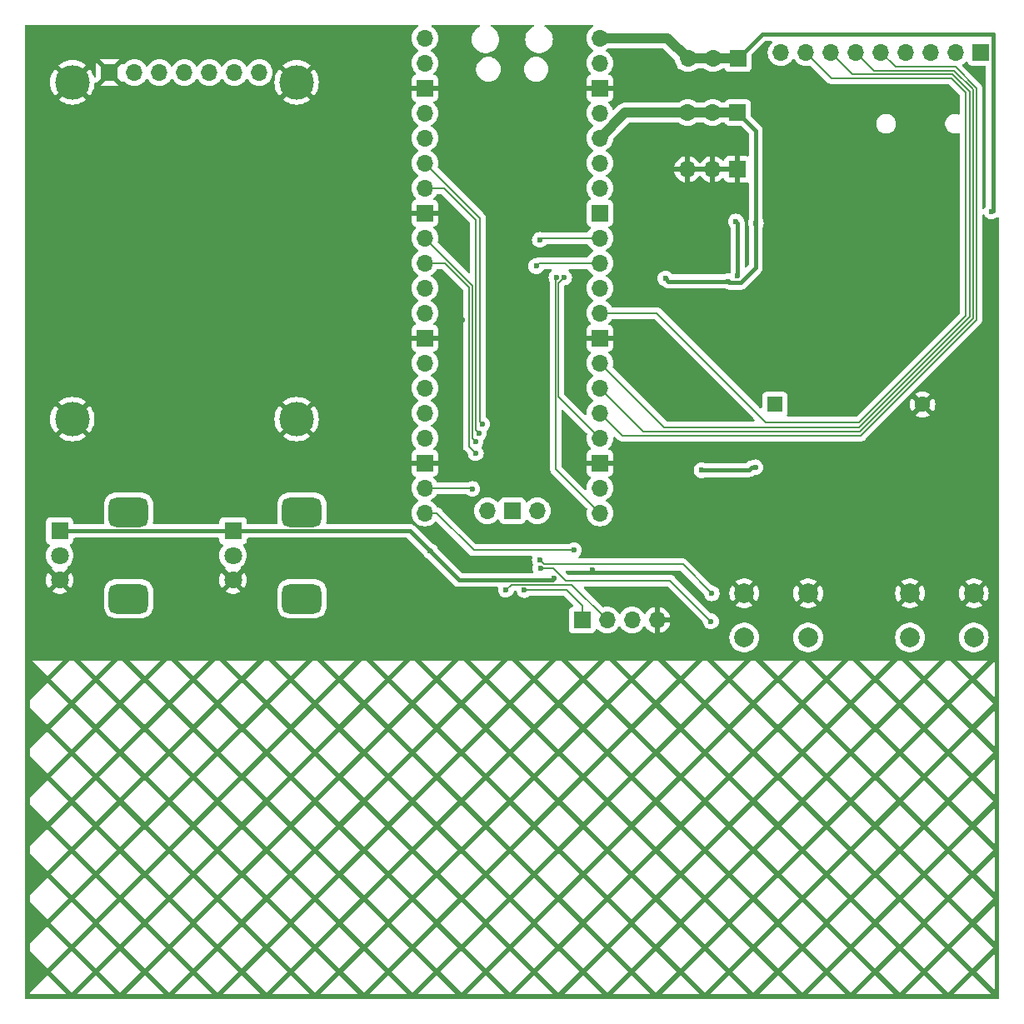
<source format=gbr>
%TF.GenerationSoftware,KiCad,Pcbnew,8.0.4*%
%TF.CreationDate,2024-09-11T16:00:37+01:00*%
%TF.ProjectId,RLab Keyboard,524c6162-204b-4657-9962-6f6172642e6b,rev?*%
%TF.SameCoordinates,Original*%
%TF.FileFunction,Copper,L2,Bot*%
%TF.FilePolarity,Positive*%
%FSLAX46Y46*%
G04 Gerber Fmt 4.6, Leading zero omitted, Abs format (unit mm)*
G04 Created by KiCad (PCBNEW 8.0.4) date 2024-09-11 16:00:37*
%MOMM*%
%LPD*%
G01*
G04 APERTURE LIST*
G04 Aperture macros list*
%AMRoundRect*
0 Rectangle with rounded corners*
0 $1 Rounding radius*
0 $2 $3 $4 $5 $6 $7 $8 $9 X,Y pos of 4 corners*
0 Add a 4 corners polygon primitive as box body*
4,1,4,$2,$3,$4,$5,$6,$7,$8,$9,$2,$3,0*
0 Add four circle primitives for the rounded corners*
1,1,$1+$1,$2,$3*
1,1,$1+$1,$4,$5*
1,1,$1+$1,$6,$7*
1,1,$1+$1,$8,$9*
0 Add four rect primitives between the rounded corners*
20,1,$1+$1,$2,$3,$4,$5,0*
20,1,$1+$1,$4,$5,$6,$7,0*
20,1,$1+$1,$6,$7,$8,$9,0*
20,1,$1+$1,$8,$9,$2,$3,0*%
G04 Aperture macros list end*
%TA.AperFunction,ComponentPad*%
%ADD10R,1.700000X1.700000*%
%TD*%
%TA.AperFunction,ComponentPad*%
%ADD11O,1.700000X1.700000*%
%TD*%
%TA.AperFunction,ComponentPad*%
%ADD12C,2.000000*%
%TD*%
%TA.AperFunction,ComponentPad*%
%ADD13R,1.800000X1.800000*%
%TD*%
%TA.AperFunction,ComponentPad*%
%ADD14C,1.800000*%
%TD*%
%TA.AperFunction,ComponentPad*%
%ADD15RoundRect,0.750000X-1.250000X-0.750000X1.250000X-0.750000X1.250000X0.750000X-1.250000X0.750000X0*%
%TD*%
%TA.AperFunction,ComponentPad*%
%ADD16R,1.600000X1.600000*%
%TD*%
%TA.AperFunction,ComponentPad*%
%ADD17C,1.600000*%
%TD*%
%TA.AperFunction,ComponentPad*%
%ADD18C,3.500000*%
%TD*%
%TA.AperFunction,ViaPad*%
%ADD19C,0.600000*%
%TD*%
%TA.AperFunction,Conductor*%
%ADD20C,0.400000*%
%TD*%
%TA.AperFunction,Conductor*%
%ADD21C,1.000000*%
%TD*%
%TA.AperFunction,Conductor*%
%ADD22C,0.150000*%
%TD*%
%TA.AperFunction,Conductor*%
%ADD23C,0.200000*%
%TD*%
G04 APERTURE END LIST*
D10*
%TO.P,J19,1,Pin_1*%
%TO.N,/GPIO0*%
X197630000Y-53350000D03*
D11*
%TO.P,J19,2,Pin_2*%
%TO.N,/GPIO1*%
X195090000Y-53350000D03*
%TO.P,J19,3,Pin_3*%
%TO.N,/GPIO2*%
X192550000Y-53350000D03*
%TO.P,J19,4,Pin_4*%
%TO.N,/GPIO3*%
X190010000Y-53350000D03*
%TO.P,J19,5,Pin_5*%
%TO.N,/GPIO19*%
X187470000Y-53350000D03*
%TO.P,J19,6,Pin_6*%
%TO.N,/GPIO20*%
X184930000Y-53350000D03*
%TO.P,J19,7,Pin_7*%
%TO.N,/GPIO21*%
X182390000Y-53350000D03*
%TO.P,J19,8,Pin_8*%
%TO.N,/GPIO22*%
X179850000Y-53350000D03*
%TO.P,J19,9,Pin_9*%
%TO.N,/GPIO28*%
X177310000Y-53350000D03*
%TD*%
D12*
%TO.P,SW1,1,1*%
%TO.N,GND*%
X173570000Y-108280000D03*
X180070000Y-108280000D03*
%TO.P,SW1,2,2*%
%TO.N,/Button1*%
X173570000Y-112780000D03*
X180070000Y-112780000D03*
%TD*%
D13*
%TO.P,RV2,1,1*%
%TO.N,+3.3V*%
X121630000Y-101940000D03*
D14*
%TO.P,RV2,2,2*%
%TO.N,Net-(R9-Pad2)*%
X121630000Y-104440000D03*
%TO.P,RV2,3,3*%
%TO.N,GND*%
X121630000Y-106940000D03*
D15*
%TO.P,RV2,MP*%
%TO.N,N/C*%
X128630000Y-100040000D03*
X128630000Y-108840000D03*
%TD*%
D12*
%TO.P,SW2,1,1*%
%TO.N,GND*%
X190410000Y-108280000D03*
X196910000Y-108280000D03*
%TO.P,SW2,2,2*%
%TO.N,/Button2*%
X190410000Y-112780000D03*
X196910000Y-112780000D03*
%TD*%
D10*
%TO.P,J17,1,Pin_1*%
%TO.N,+5V*%
X172930000Y-53960000D03*
D11*
%TO.P,J17,2,Pin_2*%
X170390000Y-53960000D03*
%TO.P,J17,3,Pin_3*%
X167850000Y-53960000D03*
%TD*%
D13*
%TO.P,RV1,1,1*%
%TO.N,+3.3V*%
X104010000Y-101940000D03*
D14*
%TO.P,RV1,2,2*%
%TO.N,Net-(R1-Pad2)*%
X104010000Y-104440000D03*
%TO.P,RV1,3,3*%
%TO.N,GND*%
X104010000Y-106940000D03*
D15*
%TO.P,RV1,MP*%
%TO.N,N/C*%
X111010000Y-100040000D03*
X111010000Y-108840000D03*
%TD*%
D10*
%TO.P,J15,1,Pin_1*%
%TO.N,+3.3V*%
X172915000Y-59435000D03*
D11*
%TO.P,J15,2,Pin_2*%
X170375000Y-59435000D03*
%TO.P,J15,3,Pin_3*%
X167835000Y-59435000D03*
%TD*%
D16*
%TO.P,LS1,1,1*%
%TO.N,Net-(C18-Pad2)*%
X176680000Y-89100000D03*
D17*
%TO.P,LS1,2,2*%
%TO.N,GND*%
X191680000Y-89100000D03*
%TD*%
D11*
%TO.P,A1,1,GPIO0*%
%TO.N,/GPIO0*%
X141110000Y-51870000D03*
%TO.P,A1,2,GPIO1*%
%TO.N,/GPIO1*%
X141110000Y-54410000D03*
D10*
%TO.P,A1,3,GND*%
%TO.N,GND*%
X141110000Y-56950000D03*
D11*
%TO.P,A1,4,GPIO2*%
%TO.N,/GPIO2*%
X141110000Y-59490000D03*
%TO.P,A1,5,GPIO3*%
%TO.N,/GPIO3*%
X141110000Y-62030000D03*
%TO.P,A1,6,GPIO4*%
%TO.N,/SDA*%
X141110000Y-64570000D03*
%TO.P,A1,7,GPIO5*%
%TO.N,/SCL*%
X141110000Y-67110000D03*
D10*
%TO.P,A1,8,GND*%
%TO.N,GND*%
X141110000Y-69650000D03*
D11*
%TO.P,A1,9,GPIO6*%
%TO.N,/IRQ*%
X141110000Y-72190000D03*
%TO.P,A1,10,GPIO7*%
%TO.N,/Button1*%
X141110000Y-74730000D03*
%TO.P,A1,11,GPIO8*%
%TO.N,/DC*%
X141110000Y-77270000D03*
%TO.P,A1,12,GPIO9*%
%TO.N,unconnected-(A1-GPIO9-Pad12)_1*%
X141110000Y-79810000D03*
D10*
%TO.P,A1,13,GND*%
%TO.N,GND*%
X141110000Y-82350000D03*
D11*
%TO.P,A1,14,GPIO10*%
%TO.N,/SCK*%
X141110000Y-84890000D03*
%TO.P,A1,15,GPIO11*%
%TO.N,/MOSI*%
X141110000Y-87430000D03*
%TO.P,A1,16,GPIO12*%
%TO.N,/RESET*%
X141110000Y-89970000D03*
%TO.P,A1,17,GPIO13*%
%TO.N,/BL*%
X141110000Y-92510000D03*
D10*
%TO.P,A1,18,GND*%
%TO.N,GND*%
X141110000Y-95050000D03*
D11*
%TO.P,A1,19,GPIO14*%
%TO.N,/Button2*%
X141110000Y-97590000D03*
%TO.P,A1,20,GPIO15*%
%TO.N,/PWMOUT*%
X141110000Y-100130000D03*
%TO.P,A1,21,GPIO16*%
%TO.N,/BCK*%
X158890000Y-100130000D03*
%TO.P,A1,22,GPIO17*%
%TO.N,/LRCK*%
X158890000Y-97590000D03*
D10*
%TO.P,A1,23,GND*%
%TO.N,GND*%
X158890000Y-95050000D03*
D11*
%TO.P,A1,24,GPIO18*%
%TO.N,/SDO*%
X158890000Y-92510000D03*
%TO.P,A1,25,GPIO19*%
%TO.N,/GPIO19*%
X158890000Y-89970000D03*
%TO.P,A1,26,GPIO20*%
%TO.N,/GPIO20*%
X158890000Y-87430000D03*
%TO.P,A1,27,GPIO21*%
%TO.N,/GPIO21*%
X158890000Y-84890000D03*
D10*
%TO.P,A1,28,GND*%
%TO.N,GND*%
X158890000Y-82350000D03*
D11*
%TO.P,A1,29,GPIO22*%
%TO.N,/GPIO22*%
X158890000Y-79810000D03*
%TO.P,A1,30,RUN*%
%TO.N,unconnected-(A1-RUN-Pad30)*%
X158890000Y-77270000D03*
%TO.P,A1,31,GPIO26_ADC0*%
%TO.N,/Pot1*%
X158890000Y-74730000D03*
%TO.P,A1,32,GPIO27_ADC1*%
%TO.N,/Pot2*%
X158890000Y-72190000D03*
D10*
%TO.P,A1,33,AGND*%
%TO.N,unconnected-(A1-AGND-Pad33)_1*%
X158890000Y-69650000D03*
D11*
%TO.P,A1,34,GPIO28_ADC2*%
%TO.N,/GPIO28*%
X158890000Y-67110000D03*
%TO.P,A1,35,ADC_VREF*%
%TO.N,unconnected-(A1-ADC_VREF-Pad35)_1*%
X158890000Y-64570000D03*
%TO.P,A1,36,3V3*%
%TO.N,+3.3V*%
X158890000Y-62030000D03*
%TO.P,A1,37,3V3_EN*%
%TO.N,unconnected-(A1-3V3_EN-Pad37)*%
X158890000Y-59490000D03*
D10*
%TO.P,A1,38,GND*%
%TO.N,GND*%
X158890000Y-56950000D03*
D11*
%TO.P,A1,39,VSYS*%
%TO.N,unconnected-(A1-VSYS-Pad39)_1*%
X158890000Y-54410000D03*
%TO.P,A1,40,VBUS*%
%TO.N,+5V*%
X158890000Y-51870000D03*
%TO.P,A1,41*%
%TO.N,N/C*%
X147460000Y-99900000D03*
D10*
%TO.P,A1,42*%
X150000000Y-99900000D03*
D11*
%TO.P,A1,43*%
X152540000Y-99900000D03*
%TD*%
D10*
%TO.P,J13,1,Pin_1*%
%TO.N,/SCL*%
X157100000Y-111010000D03*
D11*
%TO.P,J13,2,Pin_2*%
%TO.N,/SDA*%
X159640000Y-111010000D03*
%TO.P,J13,3,Pin_3*%
%TO.N,+3.3V*%
X162180000Y-111010000D03*
%TO.P,J13,4,Pin_4*%
%TO.N,GND*%
X164720000Y-111010000D03*
%TD*%
D18*
%TO.P,J14,1,Pin_1*%
%TO.N,GND*%
X105300000Y-56370000D03*
X105300000Y-90590000D03*
D10*
X109070000Y-55370000D03*
D18*
X128080000Y-56370000D03*
X128080000Y-90590000D03*
D11*
%TO.P,J14,2,Pin_2*%
%TO.N,+3.3V*%
X111610000Y-55370000D03*
%TO.P,J14,3,Pin_3*%
%TO.N,/SCK*%
X114150000Y-55370000D03*
%TO.P,J14,4,Pin_4*%
%TO.N,/MOSI*%
X116690000Y-55370000D03*
%TO.P,J14,5,Pin_5*%
%TO.N,/RESET*%
X119230000Y-55370000D03*
%TO.P,J14,6,Pin_6*%
%TO.N,/DC*%
X121770000Y-55370000D03*
%TO.P,J14,7,Pin_7*%
%TO.N,/BL*%
X124310000Y-55370000D03*
%TD*%
D10*
%TO.P,J18,1,Pin_1*%
%TO.N,GND*%
X172870000Y-65200000D03*
D11*
%TO.P,J18,2,Pin_2*%
X170330000Y-65200000D03*
%TO.P,J18,3,Pin_3*%
X167790000Y-65200000D03*
%TD*%
D19*
%TO.N,+3.3V*%
X141650000Y-103980000D03*
X171925000Y-76595000D03*
X174745000Y-70655000D03*
X165570000Y-76290000D03*
X154260000Y-106730000D03*
%TO.N,GND*%
X167530000Y-87570000D03*
X179715000Y-60140000D03*
X149490000Y-74660000D03*
X182160000Y-107790000D03*
X144250000Y-51590000D03*
X152067500Y-110665000D03*
X156260000Y-93760000D03*
X162920000Y-83500000D03*
X162670000Y-78810000D03*
X168225000Y-77815000D03*
X144690000Y-88860000D03*
X144950000Y-80510000D03*
X197400000Y-55470000D03*
X143280000Y-95090000D03*
X171370000Y-100570000D03*
X126800000Y-105280000D03*
X167020000Y-96570000D03*
X144130000Y-72380000D03*
X162760000Y-93740000D03*
X158160000Y-105940000D03*
X156690000Y-82370000D03*
X143517500Y-110345000D03*
X136700000Y-68630000D03*
X167040000Y-93980000D03*
X150140000Y-91420000D03*
X198760000Y-73820000D03*
X156130000Y-99960000D03*
X155620000Y-68580000D03*
X174809249Y-76621413D03*
X149440000Y-81200000D03*
X155970000Y-51570000D03*
%TO.N,+3.3VA*%
X172740000Y-70510000D03*
X172910000Y-75990000D03*
%TO.N,/Pot1*%
X152430000Y-75040000D03*
%TO.N,/Pot2*%
X152810000Y-72370000D03*
%TO.N,/Button1*%
X146290000Y-94040000D03*
X152860000Y-105760000D03*
X170190000Y-111140000D03*
%TO.N,/Button2*%
X170270000Y-108290000D03*
X152810000Y-104920000D03*
X145940000Y-97690000D03*
%TO.N,+5V*%
X174700000Y-95480000D03*
X198730000Y-69490000D03*
X169240000Y-95770000D03*
%TO.N,/SCL*%
X146600000Y-92008203D03*
X151235000Y-107945000D03*
%TO.N,/SDA*%
X146950000Y-91110000D03*
X149370000Y-107930000D03*
%TO.N,/IRQ*%
X146253543Y-92844847D03*
%TO.N,/PWMOUT*%
X156260000Y-103910000D03*
%TO.N,/BCK*%
X154490000Y-76180000D03*
%TO.N,/SDO*%
X155270000Y-76190000D03*
%TD*%
D20*
%TO.N,+3.3V*%
X174745000Y-70655000D02*
X174745000Y-61265000D01*
X141670000Y-103970000D02*
X141680000Y-103970000D01*
X144615000Y-106945000D02*
X154045000Y-106945000D01*
X141650000Y-103980000D02*
X144615000Y-106945000D01*
X174745000Y-70655000D02*
X174745000Y-75215661D01*
X174745000Y-75215661D02*
X173220661Y-76740000D01*
X141650000Y-103980000D02*
X141670000Y-103970000D01*
X154045000Y-106945000D02*
X154260000Y-106730000D01*
X165570000Y-76290000D02*
X165875000Y-76595000D01*
X165875000Y-76595000D02*
X171925000Y-76595000D01*
X173220661Y-76740000D02*
X172070000Y-76740000D01*
D21*
X161484998Y-59435002D02*
X172915000Y-59435002D01*
D20*
X121630000Y-101940000D02*
X139610000Y-101940000D01*
X121630000Y-101940000D02*
X104010000Y-101940000D01*
D21*
X158890000Y-62030000D02*
X161484998Y-59435002D01*
D20*
X172070000Y-76740000D02*
X171925000Y-76595000D01*
X172915002Y-59435002D02*
X172915000Y-59435002D01*
X174745000Y-61265000D02*
X172915002Y-59435002D01*
X139610000Y-101940000D02*
X141650000Y-103980000D01*
D22*
%TO.N,GND*%
X152067500Y-110665000D02*
X143837500Y-110665000D01*
X143837500Y-110665000D02*
X143517500Y-110345000D01*
X143517500Y-110305000D02*
X143517500Y-110345000D01*
D20*
%TO.N,+3.3VA*%
X172910000Y-75990000D02*
X172910000Y-70680000D01*
X172910000Y-70680000D02*
X172740000Y-70510000D01*
D23*
%TO.N,/Pot1*%
X152740000Y-74730000D02*
X152430000Y-75040000D01*
X158890000Y-74730000D02*
X152740000Y-74730000D01*
%TO.N,/Pot2*%
X152990000Y-72190000D02*
X152810000Y-72370000D01*
X158890000Y-72190000D02*
X152990000Y-72190000D01*
%TO.N,/Button1*%
X155419239Y-107000000D02*
X166050000Y-107000000D01*
X143150000Y-74730000D02*
X145600000Y-77180000D01*
X166050000Y-107000000D02*
X170190000Y-111140000D01*
X152860000Y-105760000D02*
X154179239Y-105760000D01*
X141110000Y-74730000D02*
X143150000Y-74730000D01*
X145600000Y-93350000D02*
X146290000Y-94040000D01*
X154179239Y-105760000D02*
X155419239Y-107000000D01*
X145600000Y-77180000D02*
X145600000Y-93350000D01*
%TO.N,/Button2*%
X141110000Y-97590000D02*
X145840000Y-97590000D01*
X167340000Y-105360000D02*
X153250000Y-105360000D01*
X145840000Y-97590000D02*
X145940000Y-97690000D01*
X153250000Y-105360000D02*
X152810000Y-104920000D01*
X170270000Y-108290000D02*
X167340000Y-105360000D01*
D20*
%TO.N,+5V*%
X175450002Y-51440000D02*
X172930000Y-53960002D01*
X198830000Y-51440000D02*
X175450002Y-51440000D01*
X174700000Y-95480000D02*
X174320000Y-95480000D01*
D21*
X167850002Y-53960002D02*
X172930000Y-53960002D01*
D20*
X198730000Y-69490000D02*
X198830000Y-69390000D01*
X198830000Y-69390000D02*
X198830000Y-51440000D01*
X174030000Y-95770000D02*
X169240000Y-95770000D01*
D21*
X158890000Y-51870000D02*
X165760000Y-51870000D01*
D20*
X174320000Y-95480000D02*
X174030000Y-95770000D01*
D21*
X165760000Y-51870000D02*
X167850002Y-53960002D01*
D23*
%TO.N,/SCL*%
X141110000Y-67110000D02*
X143040000Y-67110000D01*
X146300000Y-91708203D02*
X146600000Y-92008203D01*
X143040000Y-67110000D02*
X146300000Y-70370000D01*
X155505000Y-107945000D02*
X157100000Y-109540000D01*
X157100000Y-109540000D02*
X157100000Y-111010000D01*
X151235000Y-107945000D02*
X155505000Y-107945000D01*
X146300000Y-70370000D02*
X146300000Y-91708203D01*
%TO.N,/SDA*%
X149370000Y-107930000D02*
X149905000Y-107395000D01*
X146720000Y-70180000D02*
X146720000Y-90880000D01*
X149905000Y-107395000D02*
X156025000Y-107395000D01*
X156025000Y-107395000D02*
X159640000Y-111010000D01*
X141110000Y-64570000D02*
X146720000Y-70180000D01*
X146720000Y-90880000D02*
X146950000Y-91110000D01*
%TO.N,/SCK*%
X141110000Y-84890000D02*
X141140000Y-84920000D01*
%TO.N,/GPIO22*%
X196110000Y-57414974D02*
X194625026Y-55930000D01*
X185255078Y-90920000D02*
X196110000Y-80065078D01*
X194625026Y-55930000D02*
X182430000Y-55930000D01*
X175780000Y-90920000D02*
X185255078Y-90920000D01*
X164670000Y-79810000D02*
X175780000Y-90920000D01*
X182430000Y-55930000D02*
X179850000Y-53350000D01*
X158890000Y-79810000D02*
X164670000Y-79810000D01*
X196110000Y-80065078D02*
X196110000Y-57414974D01*
%TO.N,/GPIO21*%
X196460000Y-80210052D02*
X196460000Y-57270000D01*
X194700000Y-55510000D02*
X184550000Y-55510000D01*
X158890000Y-84890000D02*
X165410000Y-91410000D01*
X165410000Y-91410000D02*
X185260052Y-91410000D01*
X196460000Y-57270000D02*
X194700000Y-55510000D01*
X185260052Y-91410000D02*
X196460000Y-80210052D01*
X184550000Y-55510000D02*
X182390000Y-53350000D01*
%TO.N,/GPIO20*%
X186740000Y-55160000D02*
X184930000Y-53350000D01*
X196810000Y-57094974D02*
X194875026Y-55160000D01*
X163300000Y-91840000D02*
X185325026Y-91840000D01*
X194875026Y-55160000D02*
X186740000Y-55160000D01*
X158890000Y-87430000D02*
X163300000Y-91840000D01*
X196810000Y-80355026D02*
X196810000Y-57094974D01*
X185325026Y-91840000D02*
X196810000Y-80355026D01*
%TO.N,/GPIO19*%
X188930000Y-54810000D02*
X187470000Y-53350000D01*
X158890000Y-89970000D02*
X161160000Y-92240000D01*
X195020000Y-54810000D02*
X188930000Y-54810000D01*
X197160000Y-80500000D02*
X197160000Y-56950000D01*
X185420000Y-92240000D02*
X197160000Y-80500000D01*
X197160000Y-56950000D02*
X195020000Y-54810000D01*
X161160000Y-92240000D02*
X185420000Y-92240000D01*
%TO.N,/IRQ*%
X141110000Y-72190000D02*
X145950000Y-77030000D01*
X145950000Y-77030000D02*
X145950000Y-92541304D01*
X145950000Y-92541304D02*
X146253543Y-92844847D01*
%TO.N,/PWMOUT*%
X146092081Y-103910000D02*
X142312081Y-100130000D01*
X156260000Y-103910000D02*
X146092081Y-103910000D01*
X142312081Y-100130000D02*
X141110000Y-100130000D01*
D22*
%TO.N,/BCK*%
X154410000Y-76260000D02*
X154410000Y-95650000D01*
X154490000Y-76180000D02*
X154410000Y-76260000D01*
X154410000Y-95650000D02*
X158890000Y-100130000D01*
%TO.N,/SDO*%
X154710000Y-88330000D02*
X158890000Y-92510000D01*
X155270000Y-76190000D02*
X154710000Y-76750000D01*
X154710000Y-76750000D02*
X154710000Y-88330000D01*
%TD*%
%TA.AperFunction,Conductor*%
%TO.N,GND*%
G36*
X140385085Y-50520185D02*
G01*
X140430840Y-50572989D01*
X140440784Y-50642147D01*
X140411759Y-50705703D01*
X140389169Y-50726075D01*
X140238597Y-50831505D01*
X140071505Y-50998597D01*
X139935965Y-51192169D01*
X139935964Y-51192171D01*
X139836098Y-51406335D01*
X139836094Y-51406344D01*
X139774938Y-51634586D01*
X139774936Y-51634596D01*
X139754341Y-51869999D01*
X139754341Y-51870000D01*
X139774936Y-52105403D01*
X139774938Y-52105413D01*
X139836094Y-52333655D01*
X139836096Y-52333659D01*
X139836097Y-52333663D01*
X139935965Y-52547830D01*
X139935967Y-52547834D01*
X140071501Y-52741395D01*
X140071506Y-52741402D01*
X140238597Y-52908493D01*
X140238603Y-52908498D01*
X140424158Y-53038425D01*
X140467783Y-53093002D01*
X140474977Y-53162500D01*
X140443454Y-53224855D01*
X140424158Y-53241575D01*
X140238597Y-53371505D01*
X140071505Y-53538597D01*
X139935965Y-53732169D01*
X139935964Y-53732171D01*
X139836098Y-53946335D01*
X139836094Y-53946344D01*
X139774938Y-54174586D01*
X139774936Y-54174596D01*
X139754341Y-54409999D01*
X139754341Y-54410000D01*
X139774936Y-54645403D01*
X139774938Y-54645413D01*
X139836094Y-54873655D01*
X139836096Y-54873659D01*
X139836097Y-54873663D01*
X139919413Y-55052335D01*
X139935965Y-55087830D01*
X139935967Y-55087834D01*
X140038248Y-55233905D01*
X140071501Y-55281396D01*
X140071506Y-55281402D01*
X140193818Y-55403714D01*
X140227303Y-55465037D01*
X140222319Y-55534729D01*
X140180447Y-55590662D01*
X140149471Y-55607577D01*
X140017912Y-55656646D01*
X140017906Y-55656649D01*
X139902812Y-55742809D01*
X139902809Y-55742812D01*
X139816649Y-55857906D01*
X139816645Y-55857913D01*
X139766403Y-55992620D01*
X139766401Y-55992627D01*
X139760000Y-56052155D01*
X139760000Y-56700000D01*
X140665440Y-56700000D01*
X140634755Y-56753147D01*
X140600000Y-56882857D01*
X140600000Y-57017143D01*
X140634755Y-57146853D01*
X140665440Y-57200000D01*
X139760000Y-57200000D01*
X139760000Y-57847844D01*
X139766401Y-57907372D01*
X139766403Y-57907379D01*
X139816645Y-58042086D01*
X139816649Y-58042093D01*
X139902809Y-58157187D01*
X139902812Y-58157190D01*
X140017906Y-58243350D01*
X140017913Y-58243354D01*
X140149470Y-58292421D01*
X140205403Y-58334292D01*
X140229821Y-58399756D01*
X140214970Y-58468029D01*
X140193819Y-58496284D01*
X140071503Y-58618600D01*
X139935965Y-58812169D01*
X139935964Y-58812171D01*
X139836098Y-59026335D01*
X139836094Y-59026344D01*
X139774938Y-59254586D01*
X139774936Y-59254596D01*
X139754341Y-59489999D01*
X139754341Y-59490000D01*
X139774936Y-59725403D01*
X139774938Y-59725413D01*
X139836094Y-59953655D01*
X139836096Y-59953659D01*
X139836097Y-59953663D01*
X139907170Y-60106079D01*
X139935965Y-60167830D01*
X139935967Y-60167834D01*
X140071501Y-60361395D01*
X140071506Y-60361402D01*
X140238597Y-60528493D01*
X140238603Y-60528498D01*
X140424158Y-60658425D01*
X140467783Y-60713002D01*
X140474977Y-60782500D01*
X140443454Y-60844855D01*
X140424158Y-60861575D01*
X140238597Y-60991505D01*
X140071505Y-61158597D01*
X139935965Y-61352169D01*
X139935964Y-61352171D01*
X139836098Y-61566335D01*
X139836094Y-61566344D01*
X139774938Y-61794586D01*
X139774936Y-61794596D01*
X139754341Y-62029999D01*
X139754341Y-62030000D01*
X139774936Y-62265403D01*
X139774938Y-62265413D01*
X139836094Y-62493655D01*
X139836096Y-62493659D01*
X139836097Y-62493663D01*
X139935965Y-62707830D01*
X139935967Y-62707834D01*
X140071501Y-62901395D01*
X140071506Y-62901402D01*
X140238597Y-63068493D01*
X140238603Y-63068498D01*
X140424158Y-63198425D01*
X140467783Y-63253002D01*
X140474977Y-63322500D01*
X140443454Y-63384855D01*
X140424158Y-63401575D01*
X140238597Y-63531505D01*
X140071505Y-63698597D01*
X139935965Y-63892169D01*
X139935964Y-63892171D01*
X139836098Y-64106335D01*
X139836094Y-64106344D01*
X139774938Y-64334586D01*
X139774936Y-64334596D01*
X139754341Y-64569999D01*
X139754341Y-64570000D01*
X139774936Y-64805403D01*
X139774938Y-64805413D01*
X139836094Y-65033655D01*
X139836096Y-65033659D01*
X139836097Y-65033663D01*
X139845362Y-65053531D01*
X139935965Y-65247830D01*
X139935967Y-65247834D01*
X140071501Y-65441395D01*
X140071506Y-65441402D01*
X140238597Y-65608493D01*
X140238603Y-65608498D01*
X140424158Y-65738425D01*
X140467783Y-65793002D01*
X140474977Y-65862500D01*
X140443454Y-65924855D01*
X140424158Y-65941575D01*
X140238597Y-66071505D01*
X140071505Y-66238597D01*
X139935965Y-66432169D01*
X139935964Y-66432171D01*
X139836098Y-66646335D01*
X139836094Y-66646344D01*
X139774938Y-66874586D01*
X139774936Y-66874596D01*
X139754341Y-67109999D01*
X139754341Y-67110000D01*
X139774936Y-67345403D01*
X139774938Y-67345413D01*
X139836094Y-67573655D01*
X139836096Y-67573659D01*
X139836097Y-67573663D01*
X139908839Y-67729658D01*
X139935965Y-67787830D01*
X139935967Y-67787834D01*
X140044281Y-67942521D01*
X140071501Y-67981396D01*
X140071506Y-67981402D01*
X140193818Y-68103714D01*
X140227303Y-68165037D01*
X140222319Y-68234729D01*
X140180447Y-68290662D01*
X140149471Y-68307577D01*
X140017912Y-68356646D01*
X140017906Y-68356649D01*
X139902812Y-68442809D01*
X139902809Y-68442812D01*
X139816649Y-68557906D01*
X139816645Y-68557913D01*
X139766403Y-68692620D01*
X139766401Y-68692627D01*
X139760000Y-68752155D01*
X139760000Y-69400000D01*
X140665440Y-69400000D01*
X140634755Y-69453147D01*
X140600000Y-69582857D01*
X140600000Y-69717143D01*
X140634755Y-69846853D01*
X140665440Y-69900000D01*
X139760000Y-69900000D01*
X139760000Y-70547844D01*
X139766401Y-70607372D01*
X139766403Y-70607379D01*
X139816645Y-70742086D01*
X139816649Y-70742093D01*
X139902809Y-70857187D01*
X139902812Y-70857190D01*
X140017906Y-70943350D01*
X140017913Y-70943354D01*
X140149470Y-70992421D01*
X140205403Y-71034292D01*
X140229821Y-71099756D01*
X140214970Y-71168029D01*
X140193819Y-71196284D01*
X140071503Y-71318600D01*
X139935965Y-71512169D01*
X139935964Y-71512171D01*
X139836098Y-71726335D01*
X139836094Y-71726344D01*
X139774938Y-71954586D01*
X139774936Y-71954596D01*
X139754341Y-72189999D01*
X139754341Y-72190000D01*
X139774936Y-72425403D01*
X139774938Y-72425413D01*
X139836094Y-72653655D01*
X139836096Y-72653659D01*
X139836097Y-72653663D01*
X139909085Y-72810185D01*
X139935965Y-72867830D01*
X139935967Y-72867834D01*
X140071501Y-73061395D01*
X140071506Y-73061402D01*
X140238597Y-73228493D01*
X140238603Y-73228498D01*
X140424158Y-73358425D01*
X140467783Y-73413002D01*
X140474977Y-73482500D01*
X140443454Y-73544855D01*
X140424158Y-73561575D01*
X140238597Y-73691505D01*
X140071505Y-73858597D01*
X139935965Y-74052169D01*
X139935964Y-74052171D01*
X139836098Y-74266335D01*
X139836094Y-74266344D01*
X139774938Y-74494586D01*
X139774936Y-74494596D01*
X139754341Y-74729999D01*
X139754341Y-74730000D01*
X139774936Y-74965403D01*
X139774938Y-74965413D01*
X139836094Y-75193655D01*
X139836096Y-75193659D01*
X139836097Y-75193663D01*
X139908839Y-75349658D01*
X139935965Y-75407830D01*
X139935967Y-75407834D01*
X140071501Y-75601395D01*
X140071506Y-75601402D01*
X140238597Y-75768493D01*
X140238603Y-75768498D01*
X140424158Y-75898425D01*
X140467783Y-75953002D01*
X140474977Y-76022500D01*
X140443454Y-76084855D01*
X140424158Y-76101575D01*
X140238597Y-76231505D01*
X140071505Y-76398597D01*
X139935965Y-76592169D01*
X139935964Y-76592171D01*
X139836098Y-76806335D01*
X139836094Y-76806344D01*
X139774938Y-77034586D01*
X139774936Y-77034596D01*
X139754341Y-77269999D01*
X139754341Y-77270000D01*
X139774936Y-77505403D01*
X139774938Y-77505413D01*
X139836094Y-77733655D01*
X139836096Y-77733659D01*
X139836097Y-77733663D01*
X139935965Y-77947830D01*
X139935967Y-77947834D01*
X140071501Y-78141395D01*
X140071506Y-78141402D01*
X140238597Y-78308493D01*
X140238603Y-78308498D01*
X140424158Y-78438425D01*
X140467783Y-78493002D01*
X140474977Y-78562500D01*
X140443454Y-78624855D01*
X140424158Y-78641575D01*
X140238597Y-78771505D01*
X140071505Y-78938597D01*
X139935965Y-79132169D01*
X139935964Y-79132171D01*
X139836098Y-79346335D01*
X139836094Y-79346344D01*
X139774938Y-79574586D01*
X139774936Y-79574596D01*
X139754341Y-79809999D01*
X139754341Y-79810000D01*
X139774936Y-80045403D01*
X139774938Y-80045413D01*
X139836094Y-80273655D01*
X139836096Y-80273659D01*
X139836097Y-80273663D01*
X139904775Y-80420943D01*
X139935965Y-80487830D01*
X139935967Y-80487834D01*
X140044281Y-80642521D01*
X140071501Y-80681396D01*
X140071506Y-80681402D01*
X140193818Y-80803714D01*
X140227303Y-80865037D01*
X140222319Y-80934729D01*
X140180447Y-80990662D01*
X140149471Y-81007577D01*
X140017912Y-81056646D01*
X140017906Y-81056649D01*
X139902812Y-81142809D01*
X139902809Y-81142812D01*
X139816649Y-81257906D01*
X139816645Y-81257913D01*
X139766403Y-81392620D01*
X139766401Y-81392627D01*
X139760000Y-81452155D01*
X139760000Y-82100000D01*
X140665440Y-82100000D01*
X140634755Y-82153147D01*
X140600000Y-82282857D01*
X140600000Y-82417143D01*
X140634755Y-82546853D01*
X140665440Y-82600000D01*
X139760000Y-82600000D01*
X139760000Y-83247844D01*
X139766401Y-83307372D01*
X139766403Y-83307379D01*
X139816645Y-83442086D01*
X139816649Y-83442093D01*
X139902809Y-83557187D01*
X139902812Y-83557190D01*
X140017906Y-83643350D01*
X140017913Y-83643354D01*
X140149470Y-83692421D01*
X140205403Y-83734292D01*
X140229821Y-83799756D01*
X140214970Y-83868029D01*
X140193819Y-83896284D01*
X140071503Y-84018600D01*
X139935965Y-84212169D01*
X139935964Y-84212171D01*
X139836098Y-84426335D01*
X139836094Y-84426344D01*
X139774938Y-84654586D01*
X139774936Y-84654596D01*
X139754341Y-84889999D01*
X139754341Y-84890000D01*
X139774936Y-85125403D01*
X139774938Y-85125413D01*
X139836094Y-85353655D01*
X139836096Y-85353659D01*
X139836097Y-85353663D01*
X139845362Y-85373531D01*
X139935965Y-85567830D01*
X139935967Y-85567834D01*
X140071501Y-85761395D01*
X140071506Y-85761402D01*
X140238597Y-85928493D01*
X140238603Y-85928498D01*
X140424158Y-86058425D01*
X140467783Y-86113002D01*
X140474977Y-86182500D01*
X140443454Y-86244855D01*
X140424158Y-86261575D01*
X140238597Y-86391505D01*
X140071505Y-86558597D01*
X139935965Y-86752169D01*
X139935964Y-86752171D01*
X139836098Y-86966335D01*
X139836094Y-86966344D01*
X139774938Y-87194586D01*
X139774936Y-87194596D01*
X139754341Y-87429999D01*
X139754341Y-87430000D01*
X139774936Y-87665403D01*
X139774938Y-87665413D01*
X139836094Y-87893655D01*
X139836096Y-87893659D01*
X139836097Y-87893663D01*
X139916747Y-88066616D01*
X139935965Y-88107830D01*
X139935967Y-88107834D01*
X140071501Y-88301395D01*
X140071506Y-88301402D01*
X140238597Y-88468493D01*
X140238603Y-88468498D01*
X140424158Y-88598425D01*
X140467783Y-88653002D01*
X140474977Y-88722500D01*
X140443454Y-88784855D01*
X140424158Y-88801575D01*
X140238597Y-88931505D01*
X140071505Y-89098597D01*
X139935965Y-89292169D01*
X139935964Y-89292171D01*
X139836098Y-89506335D01*
X139836094Y-89506344D01*
X139774938Y-89734586D01*
X139774936Y-89734596D01*
X139754341Y-89969999D01*
X139754341Y-89970000D01*
X139774936Y-90205403D01*
X139774938Y-90205413D01*
X139836094Y-90433655D01*
X139836096Y-90433659D01*
X139836097Y-90433663D01*
X139917269Y-90607737D01*
X139935965Y-90647830D01*
X139935967Y-90647834D01*
X140071501Y-90841395D01*
X140071506Y-90841402D01*
X140238597Y-91008493D01*
X140238603Y-91008498D01*
X140424158Y-91138425D01*
X140467783Y-91193002D01*
X140474977Y-91262500D01*
X140443454Y-91324855D01*
X140424158Y-91341575D01*
X140238597Y-91471505D01*
X140071505Y-91638597D01*
X139935965Y-91832169D01*
X139935964Y-91832171D01*
X139836098Y-92046335D01*
X139836094Y-92046344D01*
X139774938Y-92274586D01*
X139774936Y-92274596D01*
X139754341Y-92509999D01*
X139754341Y-92510000D01*
X139774936Y-92745403D01*
X139774938Y-92745413D01*
X139836094Y-92973655D01*
X139836096Y-92973659D01*
X139836097Y-92973663D01*
X139935965Y-93187830D01*
X139935967Y-93187834D01*
X139994161Y-93270943D01*
X140071501Y-93381396D01*
X140071506Y-93381402D01*
X140193818Y-93503714D01*
X140227303Y-93565037D01*
X140222319Y-93634729D01*
X140180447Y-93690662D01*
X140149471Y-93707577D01*
X140017912Y-93756646D01*
X140017906Y-93756649D01*
X139902812Y-93842809D01*
X139902809Y-93842812D01*
X139816649Y-93957906D01*
X139816645Y-93957913D01*
X139766403Y-94092620D01*
X139766401Y-94092627D01*
X139760000Y-94152155D01*
X139760000Y-94800000D01*
X140665440Y-94800000D01*
X140634755Y-94853147D01*
X140600000Y-94982857D01*
X140600000Y-95117143D01*
X140634755Y-95246853D01*
X140665440Y-95300000D01*
X139760000Y-95300000D01*
X139760000Y-95947844D01*
X139766401Y-96007372D01*
X139766403Y-96007379D01*
X139816645Y-96142086D01*
X139816649Y-96142093D01*
X139902809Y-96257187D01*
X139902812Y-96257190D01*
X140017906Y-96343350D01*
X140017913Y-96343354D01*
X140149470Y-96392421D01*
X140205403Y-96434292D01*
X140229821Y-96499756D01*
X140214970Y-96568029D01*
X140193819Y-96596284D01*
X140071503Y-96718600D01*
X139935965Y-96912169D01*
X139935964Y-96912171D01*
X139836098Y-97126335D01*
X139836094Y-97126344D01*
X139774938Y-97354586D01*
X139774936Y-97354596D01*
X139754341Y-97589999D01*
X139754341Y-97590000D01*
X139774936Y-97825403D01*
X139774938Y-97825413D01*
X139836094Y-98053655D01*
X139836096Y-98053659D01*
X139836097Y-98053663D01*
X139903401Y-98197997D01*
X139935965Y-98267830D01*
X139935967Y-98267834D01*
X140071501Y-98461395D01*
X140071506Y-98461402D01*
X140238597Y-98628493D01*
X140238603Y-98628498D01*
X140424158Y-98758425D01*
X140467783Y-98813002D01*
X140474977Y-98882500D01*
X140443454Y-98944855D01*
X140424158Y-98961575D01*
X140238597Y-99091505D01*
X140071505Y-99258597D01*
X139935965Y-99452169D01*
X139935964Y-99452171D01*
X139836098Y-99666335D01*
X139836094Y-99666344D01*
X139774938Y-99894586D01*
X139774936Y-99894596D01*
X139754341Y-100129999D01*
X139754341Y-100130000D01*
X139774936Y-100365403D01*
X139774938Y-100365413D01*
X139836094Y-100593655D01*
X139836096Y-100593659D01*
X139836097Y-100593663D01*
X139931322Y-100797873D01*
X139935965Y-100807830D01*
X139935967Y-100807834D01*
X139995005Y-100892148D01*
X140071505Y-101001401D01*
X140238599Y-101168495D01*
X140324001Y-101228294D01*
X140432165Y-101304032D01*
X140432167Y-101304033D01*
X140432170Y-101304035D01*
X140646337Y-101403903D01*
X140874592Y-101465063D01*
X141062918Y-101481539D01*
X141109999Y-101485659D01*
X141110000Y-101485659D01*
X141110001Y-101485659D01*
X141149234Y-101482226D01*
X141345408Y-101465063D01*
X141573663Y-101403903D01*
X141787830Y-101304035D01*
X141981401Y-101168495D01*
X142075864Y-101074032D01*
X142152324Y-100997573D01*
X142153811Y-100999060D01*
X142204351Y-100965384D01*
X142274212Y-100964228D01*
X142328932Y-100996086D01*
X145607220Y-104274374D01*
X145607230Y-104274385D01*
X145611560Y-104278715D01*
X145611561Y-104278716D01*
X145723365Y-104390520D01*
X145808169Y-104439481D01*
X145860296Y-104469577D01*
X146013023Y-104510500D01*
X146013024Y-104510500D01*
X151930436Y-104510500D01*
X151997475Y-104530185D01*
X152043230Y-104582989D01*
X152053174Y-104652147D01*
X152047478Y-104675455D01*
X152024631Y-104740745D01*
X152024630Y-104740750D01*
X152004435Y-104919996D01*
X152004435Y-104920003D01*
X152024630Y-105099249D01*
X152024633Y-105099262D01*
X152084209Y-105269518D01*
X152084212Y-105269524D01*
X152116235Y-105320488D01*
X152135236Y-105387725D01*
X152128284Y-105427416D01*
X152074631Y-105580745D01*
X152074630Y-105580750D01*
X152054435Y-105759996D01*
X152054435Y-105760003D01*
X152074630Y-105939249D01*
X152074633Y-105939262D01*
X152123721Y-106079545D01*
X152127283Y-106149324D01*
X152092555Y-106209951D01*
X152030561Y-106242179D01*
X152006680Y-106244500D01*
X144956519Y-106244500D01*
X144889480Y-106224815D01*
X144868838Y-106208181D01*
X142441367Y-103780710D01*
X142412006Y-103733983D01*
X142375788Y-103630476D01*
X142279815Y-103477737D01*
X142152262Y-103350184D01*
X141999519Y-103254209D01*
X141896013Y-103217990D01*
X141849287Y-103188630D01*
X140056546Y-101395888D01*
X140056545Y-101395887D01*
X139941807Y-101319222D01*
X139814332Y-101266421D01*
X139814322Y-101266418D01*
X139678996Y-101239500D01*
X139678994Y-101239500D01*
X139678993Y-101239500D01*
X131215445Y-101239500D01*
X131148406Y-101219815D01*
X131102651Y-101167011D01*
X131092707Y-101097853D01*
X131095203Y-101085202D01*
X131098017Y-101074032D01*
X131120096Y-100986412D01*
X131130500Y-100854217D01*
X131130499Y-99225784D01*
X131120096Y-99093588D01*
X131119571Y-99091506D01*
X131065097Y-98875321D01*
X131065096Y-98875318D01*
X131058822Y-98861506D01*
X130972007Y-98670374D01*
X130898959Y-98564936D01*
X130843825Y-98485354D01*
X130843822Y-98485350D01*
X130843819Y-98485346D01*
X130684654Y-98326181D01*
X130684650Y-98326178D01*
X130684645Y-98326174D01*
X130499632Y-98197997D01*
X130499630Y-98197995D01*
X130499626Y-98197993D01*
X130294683Y-98104904D01*
X130294681Y-98104903D01*
X130294678Y-98104902D01*
X130076420Y-98049905D01*
X130076413Y-98049904D01*
X130032347Y-98046436D01*
X129944217Y-98039500D01*
X129944215Y-98039500D01*
X127315791Y-98039500D01*
X127315776Y-98039501D01*
X127183586Y-98049904D01*
X127183579Y-98049905D01*
X126965321Y-98104902D01*
X126965318Y-98104903D01*
X126760377Y-98197991D01*
X126760367Y-98197997D01*
X126575354Y-98326174D01*
X126575342Y-98326184D01*
X126416184Y-98485342D01*
X126416174Y-98485354D01*
X126287997Y-98670367D01*
X126287991Y-98670377D01*
X126194903Y-98875318D01*
X126194902Y-98875321D01*
X126139905Y-99093579D01*
X126139904Y-99093586D01*
X126129500Y-99225777D01*
X126129500Y-100854208D01*
X126129501Y-100854223D01*
X126129758Y-100857483D01*
X126139904Y-100986412D01*
X126143681Y-101001401D01*
X126164797Y-101085202D01*
X126162089Y-101155019D01*
X126122065Y-101212289D01*
X126057432Y-101238830D01*
X126044555Y-101239500D01*
X123154499Y-101239500D01*
X123087460Y-101219815D01*
X123041705Y-101167011D01*
X123030499Y-101115500D01*
X123030499Y-100992129D01*
X123030498Y-100992123D01*
X123030497Y-100992116D01*
X123024091Y-100932517D01*
X123009034Y-100892148D01*
X122973797Y-100797671D01*
X122973793Y-100797664D01*
X122887547Y-100682455D01*
X122887544Y-100682452D01*
X122772335Y-100596206D01*
X122772328Y-100596202D01*
X122637482Y-100545908D01*
X122637483Y-100545908D01*
X122577883Y-100539501D01*
X122577881Y-100539500D01*
X122577873Y-100539500D01*
X122577864Y-100539500D01*
X120682129Y-100539500D01*
X120682123Y-100539501D01*
X120622516Y-100545908D01*
X120487671Y-100596202D01*
X120487664Y-100596206D01*
X120372455Y-100682452D01*
X120372452Y-100682455D01*
X120286206Y-100797664D01*
X120286202Y-100797671D01*
X120235908Y-100932517D01*
X120230114Y-100986412D01*
X120229501Y-100992123D01*
X120229500Y-100992135D01*
X120229500Y-101115500D01*
X120209815Y-101182539D01*
X120157011Y-101228294D01*
X120105500Y-101239500D01*
X113595445Y-101239500D01*
X113528406Y-101219815D01*
X113482651Y-101167011D01*
X113472707Y-101097853D01*
X113475203Y-101085202D01*
X113478017Y-101074032D01*
X113500096Y-100986412D01*
X113510500Y-100854217D01*
X113510499Y-99225784D01*
X113500096Y-99093588D01*
X113499571Y-99091506D01*
X113445097Y-98875321D01*
X113445096Y-98875318D01*
X113438822Y-98861506D01*
X113352007Y-98670374D01*
X113278959Y-98564936D01*
X113223825Y-98485354D01*
X113223822Y-98485350D01*
X113223819Y-98485346D01*
X113064654Y-98326181D01*
X113064650Y-98326178D01*
X113064645Y-98326174D01*
X112879632Y-98197997D01*
X112879630Y-98197995D01*
X112879626Y-98197993D01*
X112674683Y-98104904D01*
X112674681Y-98104903D01*
X112674678Y-98104902D01*
X112456420Y-98049905D01*
X112456413Y-98049904D01*
X112412347Y-98046436D01*
X112324217Y-98039500D01*
X112324215Y-98039500D01*
X109695791Y-98039500D01*
X109695776Y-98039501D01*
X109563586Y-98049904D01*
X109563579Y-98049905D01*
X109345321Y-98104902D01*
X109345318Y-98104903D01*
X109140377Y-98197991D01*
X109140367Y-98197997D01*
X108955354Y-98326174D01*
X108955342Y-98326184D01*
X108796184Y-98485342D01*
X108796174Y-98485354D01*
X108667997Y-98670367D01*
X108667991Y-98670377D01*
X108574903Y-98875318D01*
X108574902Y-98875321D01*
X108519905Y-99093579D01*
X108519904Y-99093586D01*
X108509500Y-99225777D01*
X108509500Y-100854208D01*
X108509501Y-100854223D01*
X108509758Y-100857483D01*
X108519904Y-100986412D01*
X108523681Y-101001401D01*
X108544797Y-101085202D01*
X108542089Y-101155019D01*
X108502065Y-101212289D01*
X108437432Y-101238830D01*
X108424555Y-101239500D01*
X105534499Y-101239500D01*
X105467460Y-101219815D01*
X105421705Y-101167011D01*
X105410499Y-101115500D01*
X105410499Y-100992129D01*
X105410498Y-100992123D01*
X105410497Y-100992116D01*
X105404091Y-100932517D01*
X105389034Y-100892148D01*
X105353797Y-100797671D01*
X105353793Y-100797664D01*
X105267547Y-100682455D01*
X105267544Y-100682452D01*
X105152335Y-100596206D01*
X105152328Y-100596202D01*
X105017482Y-100545908D01*
X105017483Y-100545908D01*
X104957883Y-100539501D01*
X104957881Y-100539500D01*
X104957873Y-100539500D01*
X104957864Y-100539500D01*
X103062129Y-100539500D01*
X103062123Y-100539501D01*
X103002516Y-100545908D01*
X102867671Y-100596202D01*
X102867664Y-100596206D01*
X102752455Y-100682452D01*
X102752452Y-100682455D01*
X102666206Y-100797664D01*
X102666202Y-100797671D01*
X102615908Y-100932517D01*
X102610114Y-100986412D01*
X102609501Y-100992123D01*
X102609500Y-100992135D01*
X102609500Y-102887870D01*
X102609501Y-102887876D01*
X102615908Y-102947483D01*
X102666202Y-103082328D01*
X102666206Y-103082335D01*
X102752452Y-103197544D01*
X102752455Y-103197547D01*
X102867664Y-103283793D01*
X102867673Y-103283798D01*
X102920493Y-103303498D01*
X102976427Y-103345368D01*
X103000845Y-103410832D01*
X102985994Y-103479105D01*
X102968392Y-103503662D01*
X102901021Y-103576847D01*
X102901019Y-103576848D01*
X102901016Y-103576853D01*
X102774075Y-103771151D01*
X102680842Y-103983699D01*
X102623866Y-104208691D01*
X102623864Y-104208702D01*
X102604700Y-104439993D01*
X102604700Y-104440006D01*
X102623864Y-104671297D01*
X102623866Y-104671308D01*
X102680842Y-104896300D01*
X102774075Y-105108848D01*
X102901016Y-105303147D01*
X102901019Y-105303151D01*
X102901021Y-105303153D01*
X103058216Y-105473913D01*
X103058219Y-105473915D01*
X103058222Y-105473918D01*
X103210528Y-105592463D01*
X103251341Y-105649173D01*
X103255016Y-105718946D01*
X103220384Y-105779629D01*
X103211205Y-105787582D01*
X103211200Y-105787647D01*
X103880591Y-106457037D01*
X103817007Y-106474075D01*
X103702993Y-106539901D01*
X103609901Y-106632993D01*
X103544075Y-106747007D01*
X103527037Y-106810591D01*
X102858811Y-106142365D01*
X102774516Y-106271390D01*
X102681317Y-106483864D01*
X102624361Y-106708781D01*
X102605202Y-106939994D01*
X102605202Y-106940005D01*
X102624361Y-107171218D01*
X102681317Y-107396135D01*
X102774515Y-107608606D01*
X102858812Y-107737633D01*
X103527037Y-107069408D01*
X103544075Y-107132993D01*
X103609901Y-107247007D01*
X103702993Y-107340099D01*
X103817007Y-107405925D01*
X103880590Y-107422962D01*
X103211201Y-108092351D01*
X103241649Y-108116050D01*
X103445697Y-108226476D01*
X103445706Y-108226479D01*
X103665139Y-108301811D01*
X103893993Y-108340000D01*
X104126007Y-108340000D01*
X104354860Y-108301811D01*
X104574293Y-108226479D01*
X104574301Y-108226476D01*
X104778355Y-108116047D01*
X104808797Y-108092351D01*
X104808798Y-108092350D01*
X104742225Y-108025777D01*
X108509500Y-108025777D01*
X108509500Y-109654208D01*
X108509501Y-109654223D01*
X108519904Y-109786413D01*
X108519905Y-109786420D01*
X108574902Y-110004678D01*
X108574903Y-110004681D01*
X108667991Y-110209622D01*
X108667997Y-110209632D01*
X108796174Y-110394645D01*
X108796178Y-110394650D01*
X108796181Y-110394654D01*
X108955346Y-110553819D01*
X108955350Y-110553822D01*
X108955354Y-110553825D01*
X109036295Y-110609901D01*
X109140374Y-110682007D01*
X109345317Y-110775096D01*
X109345321Y-110775097D01*
X109563579Y-110830094D01*
X109563581Y-110830094D01*
X109563588Y-110830096D01*
X109695783Y-110840500D01*
X112324216Y-110840499D01*
X112456412Y-110830096D01*
X112674683Y-110775096D01*
X112879626Y-110682007D01*
X113064654Y-110553819D01*
X113223819Y-110394654D01*
X113352007Y-110209626D01*
X113445096Y-110004683D01*
X113500096Y-109786412D01*
X113510500Y-109654217D01*
X113510499Y-108025784D01*
X113500096Y-107893588D01*
X113445096Y-107675317D01*
X113352007Y-107470374D01*
X113223819Y-107285346D01*
X113064654Y-107126181D01*
X113064650Y-107126178D01*
X113064645Y-107126174D01*
X112879632Y-106997997D01*
X112879630Y-106997995D01*
X112879626Y-106997993D01*
X112751947Y-106939999D01*
X112674681Y-106904903D01*
X112674678Y-106904902D01*
X112456420Y-106849905D01*
X112456413Y-106849904D01*
X112412347Y-106846436D01*
X112324217Y-106839500D01*
X112324215Y-106839500D01*
X109695791Y-106839500D01*
X109695776Y-106839501D01*
X109563586Y-106849904D01*
X109563579Y-106849905D01*
X109345321Y-106904902D01*
X109345318Y-106904903D01*
X109140377Y-106997991D01*
X109140367Y-106997997D01*
X108955354Y-107126174D01*
X108955342Y-107126184D01*
X108796184Y-107285342D01*
X108796174Y-107285354D01*
X108667997Y-107470367D01*
X108667991Y-107470377D01*
X108574903Y-107675318D01*
X108574902Y-107675321D01*
X108519905Y-107893579D01*
X108519904Y-107893586D01*
X108509500Y-108025777D01*
X104742225Y-108025777D01*
X104139410Y-107422962D01*
X104202993Y-107405925D01*
X104317007Y-107340099D01*
X104410099Y-107247007D01*
X104475925Y-107132993D01*
X104492962Y-107069409D01*
X105161186Y-107737633D01*
X105245482Y-107608611D01*
X105338682Y-107396135D01*
X105395638Y-107171218D01*
X105414798Y-106940005D01*
X105414798Y-106939994D01*
X105395638Y-106708781D01*
X105338682Y-106483864D01*
X105245484Y-106271393D01*
X105161186Y-106142365D01*
X104492962Y-106810589D01*
X104475925Y-106747007D01*
X104410099Y-106632993D01*
X104317007Y-106539901D01*
X104202993Y-106474075D01*
X104139409Y-106457037D01*
X104808797Y-105787647D01*
X104808769Y-105787197D01*
X104768656Y-105731459D01*
X104764982Y-105661686D01*
X104799614Y-105601003D01*
X104809455Y-105592474D01*
X104961784Y-105473913D01*
X105118979Y-105303153D01*
X105245924Y-105108849D01*
X105339157Y-104896300D01*
X105396134Y-104671305D01*
X105396611Y-104665551D01*
X105415300Y-104440006D01*
X105415300Y-104439993D01*
X105396135Y-104208702D01*
X105396133Y-104208691D01*
X105339157Y-103983699D01*
X105245924Y-103771151D01*
X105118981Y-103576849D01*
X105051608Y-103503662D01*
X105020686Y-103441008D01*
X105028547Y-103371582D01*
X105072694Y-103317426D01*
X105099499Y-103303500D01*
X105152331Y-103283796D01*
X105267546Y-103197546D01*
X105353796Y-103082331D01*
X105404091Y-102947483D01*
X105410500Y-102887873D01*
X105410500Y-102764500D01*
X105430185Y-102697461D01*
X105482989Y-102651706D01*
X105534500Y-102640500D01*
X120105501Y-102640500D01*
X120172540Y-102660185D01*
X120218295Y-102712989D01*
X120229501Y-102764500D01*
X120229501Y-102887876D01*
X120235908Y-102947483D01*
X120286202Y-103082328D01*
X120286206Y-103082335D01*
X120372452Y-103197544D01*
X120372455Y-103197547D01*
X120487664Y-103283793D01*
X120487673Y-103283798D01*
X120540493Y-103303498D01*
X120596427Y-103345368D01*
X120620845Y-103410832D01*
X120605994Y-103479105D01*
X120588392Y-103503662D01*
X120521021Y-103576847D01*
X120521019Y-103576848D01*
X120521016Y-103576853D01*
X120394075Y-103771151D01*
X120300842Y-103983699D01*
X120243866Y-104208691D01*
X120243864Y-104208702D01*
X120224700Y-104439993D01*
X120224700Y-104440006D01*
X120243864Y-104671297D01*
X120243866Y-104671308D01*
X120300842Y-104896300D01*
X120394075Y-105108848D01*
X120521016Y-105303147D01*
X120521019Y-105303151D01*
X120521021Y-105303153D01*
X120678216Y-105473913D01*
X120678219Y-105473915D01*
X120678222Y-105473918D01*
X120830528Y-105592463D01*
X120871341Y-105649173D01*
X120875016Y-105718946D01*
X120840384Y-105779629D01*
X120831205Y-105787582D01*
X120831200Y-105787647D01*
X121500591Y-106457037D01*
X121437007Y-106474075D01*
X121322993Y-106539901D01*
X121229901Y-106632993D01*
X121164075Y-106747007D01*
X121147037Y-106810591D01*
X120478811Y-106142365D01*
X120394516Y-106271390D01*
X120301317Y-106483864D01*
X120244361Y-106708781D01*
X120225202Y-106939994D01*
X120225202Y-106940005D01*
X120244361Y-107171218D01*
X120301317Y-107396135D01*
X120394515Y-107608606D01*
X120478812Y-107737633D01*
X121147037Y-107069408D01*
X121164075Y-107132993D01*
X121229901Y-107247007D01*
X121322993Y-107340099D01*
X121437007Y-107405925D01*
X121500590Y-107422962D01*
X120831201Y-108092351D01*
X120861649Y-108116050D01*
X121065697Y-108226476D01*
X121065706Y-108226479D01*
X121285139Y-108301811D01*
X121513993Y-108340000D01*
X121746007Y-108340000D01*
X121974860Y-108301811D01*
X122194293Y-108226479D01*
X122194301Y-108226476D01*
X122398355Y-108116047D01*
X122428797Y-108092351D01*
X122428798Y-108092350D01*
X122362225Y-108025777D01*
X126129500Y-108025777D01*
X126129500Y-109654208D01*
X126129501Y-109654223D01*
X126139904Y-109786413D01*
X126139905Y-109786420D01*
X126194902Y-110004678D01*
X126194903Y-110004681D01*
X126287991Y-110209622D01*
X126287997Y-110209632D01*
X126416174Y-110394645D01*
X126416178Y-110394650D01*
X126416181Y-110394654D01*
X126575346Y-110553819D01*
X126575350Y-110553822D01*
X126575354Y-110553825D01*
X126656295Y-110609901D01*
X126760374Y-110682007D01*
X126965317Y-110775096D01*
X126965321Y-110775097D01*
X127183579Y-110830094D01*
X127183581Y-110830094D01*
X127183588Y-110830096D01*
X127315783Y-110840500D01*
X129944216Y-110840499D01*
X130076412Y-110830096D01*
X130294683Y-110775096D01*
X130499626Y-110682007D01*
X130684654Y-110553819D01*
X130843819Y-110394654D01*
X130972007Y-110209626D01*
X131065096Y-110004683D01*
X131120096Y-109786412D01*
X131130500Y-109654217D01*
X131130499Y-108025784D01*
X131120096Y-107893588D01*
X131065096Y-107675317D01*
X130972007Y-107470374D01*
X130843819Y-107285346D01*
X130684654Y-107126181D01*
X130684650Y-107126178D01*
X130684645Y-107126174D01*
X130499632Y-106997997D01*
X130499630Y-106997995D01*
X130499626Y-106997993D01*
X130371947Y-106939999D01*
X130294681Y-106904903D01*
X130294678Y-106904902D01*
X130076420Y-106849905D01*
X130076413Y-106849904D01*
X130032347Y-106846436D01*
X129944217Y-106839500D01*
X129944215Y-106839500D01*
X127315791Y-106839500D01*
X127315776Y-106839501D01*
X127183586Y-106849904D01*
X127183579Y-106849905D01*
X126965321Y-106904902D01*
X126965318Y-106904903D01*
X126760377Y-106997991D01*
X126760367Y-106997997D01*
X126575354Y-107126174D01*
X126575342Y-107126184D01*
X126416184Y-107285342D01*
X126416174Y-107285354D01*
X126287997Y-107470367D01*
X126287991Y-107470377D01*
X126194903Y-107675318D01*
X126194902Y-107675321D01*
X126139905Y-107893579D01*
X126139904Y-107893586D01*
X126129500Y-108025777D01*
X122362225Y-108025777D01*
X121759410Y-107422962D01*
X121822993Y-107405925D01*
X121937007Y-107340099D01*
X122030099Y-107247007D01*
X122095925Y-107132993D01*
X122112962Y-107069409D01*
X122781186Y-107737633D01*
X122865482Y-107608611D01*
X122958682Y-107396135D01*
X123015638Y-107171218D01*
X123034798Y-106940005D01*
X123034798Y-106939994D01*
X123015638Y-106708781D01*
X122958682Y-106483864D01*
X122865484Y-106271393D01*
X122781186Y-106142365D01*
X122112962Y-106810589D01*
X122095925Y-106747007D01*
X122030099Y-106632993D01*
X121937007Y-106539901D01*
X121822993Y-106474075D01*
X121759409Y-106457037D01*
X122428797Y-105787647D01*
X122428769Y-105787197D01*
X122388656Y-105731459D01*
X122384982Y-105661686D01*
X122419614Y-105601003D01*
X122429455Y-105592474D01*
X122581784Y-105473913D01*
X122738979Y-105303153D01*
X122865924Y-105108849D01*
X122959157Y-104896300D01*
X123016134Y-104671305D01*
X123016611Y-104665551D01*
X123035300Y-104440006D01*
X123035300Y-104439993D01*
X123016135Y-104208702D01*
X123016133Y-104208691D01*
X122959157Y-103983699D01*
X122865924Y-103771151D01*
X122738981Y-103576849D01*
X122671608Y-103503662D01*
X122640686Y-103441008D01*
X122648547Y-103371582D01*
X122692694Y-103317426D01*
X122719499Y-103303500D01*
X122772331Y-103283796D01*
X122887546Y-103197546D01*
X122973796Y-103082331D01*
X123024091Y-102947483D01*
X123030500Y-102887873D01*
X123030500Y-102764500D01*
X123050185Y-102697461D01*
X123102989Y-102651706D01*
X123154500Y-102640500D01*
X139268481Y-102640500D01*
X139335520Y-102660185D01*
X139356162Y-102676819D01*
X140858630Y-104179287D01*
X140887990Y-104226013D01*
X140924209Y-104329519D01*
X140924211Y-104329522D01*
X141020184Y-104482262D01*
X141147738Y-104609816D01*
X141300478Y-104705789D01*
X141403984Y-104742007D01*
X141450710Y-104771367D01*
X144168453Y-107489111D01*
X144168454Y-107489112D01*
X144283190Y-107565776D01*
X144367022Y-107600500D01*
X144410671Y-107618580D01*
X144410672Y-107618580D01*
X144410677Y-107618582D01*
X144437545Y-107623925D01*
X144437551Y-107623926D01*
X144437591Y-107623934D01*
X144527937Y-107641905D01*
X144546006Y-107645500D01*
X144546007Y-107645500D01*
X148457734Y-107645500D01*
X148524773Y-107665185D01*
X148570528Y-107717989D01*
X148580954Y-107783383D01*
X148564435Y-107929996D01*
X148564435Y-107930003D01*
X148584630Y-108109249D01*
X148584631Y-108109254D01*
X148644211Y-108279523D01*
X148658216Y-108301811D01*
X148740184Y-108432262D01*
X148867738Y-108559816D01*
X148902756Y-108581819D01*
X148994587Y-108639521D01*
X149020478Y-108655789D01*
X149063343Y-108670788D01*
X149190745Y-108715368D01*
X149190750Y-108715369D01*
X149369996Y-108735565D01*
X149370000Y-108735565D01*
X149370004Y-108735565D01*
X149549249Y-108715369D01*
X149549252Y-108715368D01*
X149549255Y-108715368D01*
X149719522Y-108655789D01*
X149872262Y-108559816D01*
X149999816Y-108432262D01*
X150095789Y-108279522D01*
X150155368Y-108109255D01*
X150155526Y-108107844D01*
X150155779Y-108105612D01*
X150156699Y-108103422D01*
X150156917Y-108102468D01*
X150157084Y-108102506D01*
X150182848Y-108041199D01*
X150240445Y-108001646D01*
X150278999Y-107995500D01*
X150324311Y-107995500D01*
X150391350Y-108015185D01*
X150437105Y-108067989D01*
X150447531Y-108105615D01*
X150449630Y-108124250D01*
X150449631Y-108124254D01*
X150509211Y-108294523D01*
X150556547Y-108369857D01*
X150605184Y-108447262D01*
X150732738Y-108574816D01*
X150801000Y-108617708D01*
X150861605Y-108655789D01*
X150885478Y-108670789D01*
X151026429Y-108720110D01*
X151055745Y-108730368D01*
X151055750Y-108730369D01*
X151234996Y-108750565D01*
X151235000Y-108750565D01*
X151235004Y-108750565D01*
X151414249Y-108730369D01*
X151414252Y-108730368D01*
X151414255Y-108730368D01*
X151584522Y-108670789D01*
X151737262Y-108574816D01*
X151737267Y-108574810D01*
X151740097Y-108572555D01*
X151742275Y-108571665D01*
X151743158Y-108571111D01*
X151743255Y-108571265D01*
X151804783Y-108546145D01*
X151817412Y-108545500D01*
X155204903Y-108545500D01*
X155271942Y-108565185D01*
X155292584Y-108581819D01*
X156176628Y-109465863D01*
X156210113Y-109527186D01*
X156205129Y-109596878D01*
X156163257Y-109652811D01*
X156132281Y-109669726D01*
X156007669Y-109716203D01*
X156007664Y-109716206D01*
X155892455Y-109802452D01*
X155892452Y-109802455D01*
X155806206Y-109917664D01*
X155806202Y-109917671D01*
X155755908Y-110052517D01*
X155749501Y-110112116D01*
X155749500Y-110112135D01*
X155749500Y-111907870D01*
X155749501Y-111907876D01*
X155755908Y-111967483D01*
X155806202Y-112102328D01*
X155806206Y-112102335D01*
X155892452Y-112217544D01*
X155892455Y-112217547D01*
X156007664Y-112303793D01*
X156007671Y-112303797D01*
X156142517Y-112354091D01*
X156142516Y-112354091D01*
X156149444Y-112354835D01*
X156202127Y-112360500D01*
X157997872Y-112360499D01*
X158057483Y-112354091D01*
X158192331Y-112303796D01*
X158307546Y-112217546D01*
X158393796Y-112102331D01*
X158442810Y-111970916D01*
X158484681Y-111914984D01*
X158550145Y-111890566D01*
X158618418Y-111905417D01*
X158646673Y-111926569D01*
X158768599Y-112048495D01*
X158865384Y-112116265D01*
X158962165Y-112184032D01*
X158962167Y-112184033D01*
X158962170Y-112184035D01*
X159176337Y-112283903D01*
X159404592Y-112345063D01*
X159581034Y-112360500D01*
X159639999Y-112365659D01*
X159640000Y-112365659D01*
X159640001Y-112365659D01*
X159698966Y-112360500D01*
X159875408Y-112345063D01*
X160103663Y-112283903D01*
X160317830Y-112184035D01*
X160511401Y-112048495D01*
X160678495Y-111881401D01*
X160808425Y-111695842D01*
X160863002Y-111652217D01*
X160932500Y-111645023D01*
X160994855Y-111676546D01*
X161011575Y-111695842D01*
X161141281Y-111881082D01*
X161141505Y-111881401D01*
X161308599Y-112048495D01*
X161405384Y-112116265D01*
X161502165Y-112184032D01*
X161502167Y-112184033D01*
X161502170Y-112184035D01*
X161716337Y-112283903D01*
X161944592Y-112345063D01*
X162121034Y-112360500D01*
X162179999Y-112365659D01*
X162180000Y-112365659D01*
X162180001Y-112365659D01*
X162238966Y-112360500D01*
X162415408Y-112345063D01*
X162643663Y-112283903D01*
X162857830Y-112184035D01*
X163051401Y-112048495D01*
X163218495Y-111881401D01*
X163348730Y-111695405D01*
X163403307Y-111651781D01*
X163472805Y-111644587D01*
X163535160Y-111676110D01*
X163551879Y-111695405D01*
X163681890Y-111881078D01*
X163848917Y-112048105D01*
X164042421Y-112183600D01*
X164256507Y-112283429D01*
X164256516Y-112283433D01*
X164470000Y-112340634D01*
X164470000Y-111443012D01*
X164527007Y-111475925D01*
X164654174Y-111510000D01*
X164785826Y-111510000D01*
X164912993Y-111475925D01*
X164970000Y-111443012D01*
X164970000Y-112340633D01*
X165183483Y-112283433D01*
X165183492Y-112283429D01*
X165397578Y-112183600D01*
X165591082Y-112048105D01*
X165758105Y-111881082D01*
X165893600Y-111687578D01*
X165993429Y-111473492D01*
X165993432Y-111473486D01*
X166050636Y-111260000D01*
X165153012Y-111260000D01*
X165185925Y-111202993D01*
X165220000Y-111075826D01*
X165220000Y-110944174D01*
X165185925Y-110817007D01*
X165153012Y-110760000D01*
X166050636Y-110760000D01*
X166050635Y-110759999D01*
X165993432Y-110546513D01*
X165993429Y-110546507D01*
X165893600Y-110332422D01*
X165893599Y-110332420D01*
X165758113Y-110138926D01*
X165758108Y-110138920D01*
X165591082Y-109971894D01*
X165397578Y-109836399D01*
X165183492Y-109736570D01*
X165183486Y-109736567D01*
X164970000Y-109679364D01*
X164970000Y-110576988D01*
X164912993Y-110544075D01*
X164785826Y-110510000D01*
X164654174Y-110510000D01*
X164527007Y-110544075D01*
X164470000Y-110576988D01*
X164470000Y-109679364D01*
X164469999Y-109679364D01*
X164256513Y-109736567D01*
X164256507Y-109736570D01*
X164042422Y-109836399D01*
X164042420Y-109836400D01*
X163848926Y-109971886D01*
X163848920Y-109971891D01*
X163681891Y-110138920D01*
X163681890Y-110138922D01*
X163551880Y-110324595D01*
X163497303Y-110368219D01*
X163427804Y-110375412D01*
X163365450Y-110343890D01*
X163348730Y-110324594D01*
X163218494Y-110138597D01*
X163051402Y-109971506D01*
X163051395Y-109971501D01*
X162857834Y-109835967D01*
X162857830Y-109835965D01*
X162857828Y-109835964D01*
X162643663Y-109736097D01*
X162643659Y-109736096D01*
X162643655Y-109736094D01*
X162415413Y-109674938D01*
X162415403Y-109674936D01*
X162180001Y-109654341D01*
X162179999Y-109654341D01*
X161944596Y-109674936D01*
X161944586Y-109674938D01*
X161716344Y-109736094D01*
X161716335Y-109736098D01*
X161502171Y-109835964D01*
X161502169Y-109835965D01*
X161308597Y-109971505D01*
X161141505Y-110138597D01*
X161011575Y-110324158D01*
X160956998Y-110367783D01*
X160887500Y-110374977D01*
X160825145Y-110343454D01*
X160808425Y-110324158D01*
X160678494Y-110138597D01*
X160511402Y-109971506D01*
X160511395Y-109971501D01*
X160317834Y-109835967D01*
X160317830Y-109835965D01*
X160317828Y-109835964D01*
X160103663Y-109736097D01*
X160103659Y-109736096D01*
X160103655Y-109736094D01*
X159875413Y-109674938D01*
X159875403Y-109674936D01*
X159640001Y-109654341D01*
X159639999Y-109654341D01*
X159404596Y-109674936D01*
X159404583Y-109674939D01*
X159276241Y-109709327D01*
X159206392Y-109707664D01*
X159156468Y-109677233D01*
X157291416Y-107812181D01*
X157257931Y-107750858D01*
X157262915Y-107681166D01*
X157304787Y-107625233D01*
X157370251Y-107600816D01*
X157379097Y-107600500D01*
X165749903Y-107600500D01*
X165816942Y-107620185D01*
X165837584Y-107636819D01*
X169359298Y-111158533D01*
X169392783Y-111219856D01*
X169394837Y-111232330D01*
X169404630Y-111319249D01*
X169464210Y-111489521D01*
X169560184Y-111642262D01*
X169687738Y-111769816D01*
X169778080Y-111826582D01*
X169823652Y-111855217D01*
X169840478Y-111865789D01*
X169960747Y-111907873D01*
X170010745Y-111925368D01*
X170010750Y-111925369D01*
X170189996Y-111945565D01*
X170190000Y-111945565D01*
X170190004Y-111945565D01*
X170369249Y-111925369D01*
X170369252Y-111925368D01*
X170369255Y-111925368D01*
X170539522Y-111865789D01*
X170692262Y-111769816D01*
X170819816Y-111642262D01*
X170915789Y-111489522D01*
X170975368Y-111319255D01*
X170975369Y-111319249D01*
X170995565Y-111140003D01*
X170995565Y-111139996D01*
X170975369Y-110960750D01*
X170975368Y-110960745D01*
X170929652Y-110830096D01*
X170915789Y-110790478D01*
X170906124Y-110775097D01*
X170819815Y-110637737D01*
X170692262Y-110510184D01*
X170539521Y-110414210D01*
X170369249Y-110354630D01*
X170282330Y-110344837D01*
X170217916Y-110317770D01*
X170208533Y-110309298D01*
X166537590Y-106638355D01*
X166537588Y-106638352D01*
X166418717Y-106519481D01*
X166418716Y-106519480D01*
X166331904Y-106469360D01*
X166331904Y-106469359D01*
X166331900Y-106469358D01*
X166281785Y-106440423D01*
X166129057Y-106399499D01*
X165970943Y-106399499D01*
X165963347Y-106399499D01*
X165963331Y-106399500D01*
X155719336Y-106399500D01*
X155652297Y-106379815D01*
X155631655Y-106363181D01*
X155440655Y-106172181D01*
X155407170Y-106110858D01*
X155412154Y-106041166D01*
X155454026Y-105985233D01*
X155519490Y-105960816D01*
X155528336Y-105960500D01*
X167039903Y-105960500D01*
X167106942Y-105980185D01*
X167127584Y-105996819D01*
X169439298Y-108308534D01*
X169472783Y-108369857D01*
X169474837Y-108382331D01*
X169484630Y-108469249D01*
X169544210Y-108639521D01*
X169563857Y-108670789D01*
X169640184Y-108792262D01*
X169767738Y-108919816D01*
X169920478Y-109015789D01*
X170090745Y-109075368D01*
X170090750Y-109075369D01*
X170269996Y-109095565D01*
X170270000Y-109095565D01*
X170270004Y-109095565D01*
X170449249Y-109075369D01*
X170449252Y-109075368D01*
X170449255Y-109075368D01*
X170619522Y-109015789D01*
X170772262Y-108919816D01*
X170899816Y-108792262D01*
X170995789Y-108639522D01*
X171055368Y-108469255D01*
X171065162Y-108382331D01*
X171075565Y-108290003D01*
X171075565Y-108289996D01*
X171074438Y-108279994D01*
X172064859Y-108279994D01*
X172064859Y-108280005D01*
X172085385Y-108527729D01*
X172085387Y-108527738D01*
X172146412Y-108768717D01*
X172246266Y-108996364D01*
X172346564Y-109149882D01*
X173046212Y-108450234D01*
X173057482Y-108492292D01*
X173129890Y-108617708D01*
X173232292Y-108720110D01*
X173357708Y-108792518D01*
X173399765Y-108803787D01*
X172699942Y-109503609D01*
X172746768Y-109540055D01*
X172746770Y-109540056D01*
X172965385Y-109658364D01*
X172965396Y-109658369D01*
X173200506Y-109739083D01*
X173445707Y-109780000D01*
X173694293Y-109780000D01*
X173939493Y-109739083D01*
X174174603Y-109658369D01*
X174174614Y-109658364D01*
X174393228Y-109540057D01*
X174393231Y-109540055D01*
X174440056Y-109503609D01*
X173740234Y-108803787D01*
X173782292Y-108792518D01*
X173907708Y-108720110D01*
X174010110Y-108617708D01*
X174082518Y-108492292D01*
X174093787Y-108450235D01*
X174793434Y-109149882D01*
X174893731Y-108996369D01*
X174993587Y-108768717D01*
X175054612Y-108527738D01*
X175054614Y-108527729D01*
X175075141Y-108280005D01*
X175075141Y-108279994D01*
X178564859Y-108279994D01*
X178564859Y-108280005D01*
X178585385Y-108527729D01*
X178585387Y-108527738D01*
X178646412Y-108768717D01*
X178746266Y-108996364D01*
X178846564Y-109149882D01*
X179546212Y-108450234D01*
X179557482Y-108492292D01*
X179629890Y-108617708D01*
X179732292Y-108720110D01*
X179857708Y-108792518D01*
X179899765Y-108803787D01*
X179199942Y-109503609D01*
X179246768Y-109540055D01*
X179246770Y-109540056D01*
X179465385Y-109658364D01*
X179465396Y-109658369D01*
X179700506Y-109739083D01*
X179945707Y-109780000D01*
X180194293Y-109780000D01*
X180439493Y-109739083D01*
X180674603Y-109658369D01*
X180674614Y-109658364D01*
X180893228Y-109540057D01*
X180893231Y-109540055D01*
X180940056Y-109503609D01*
X180240234Y-108803787D01*
X180282292Y-108792518D01*
X180407708Y-108720110D01*
X180510110Y-108617708D01*
X180582518Y-108492292D01*
X180593787Y-108450235D01*
X181293434Y-109149882D01*
X181393731Y-108996369D01*
X181493587Y-108768717D01*
X181554612Y-108527738D01*
X181554614Y-108527729D01*
X181575141Y-108280005D01*
X181575141Y-108279994D01*
X188904859Y-108279994D01*
X188904859Y-108280005D01*
X188925385Y-108527729D01*
X188925387Y-108527738D01*
X188986412Y-108768717D01*
X189086266Y-108996364D01*
X189186564Y-109149882D01*
X189886212Y-108450234D01*
X189897482Y-108492292D01*
X189969890Y-108617708D01*
X190072292Y-108720110D01*
X190197708Y-108792518D01*
X190239765Y-108803787D01*
X189539942Y-109503609D01*
X189586768Y-109540055D01*
X189586770Y-109540056D01*
X189805385Y-109658364D01*
X189805396Y-109658369D01*
X190040506Y-109739083D01*
X190285707Y-109780000D01*
X190534293Y-109780000D01*
X190779493Y-109739083D01*
X191014603Y-109658369D01*
X191014614Y-109658364D01*
X191233228Y-109540057D01*
X191233231Y-109540055D01*
X191280056Y-109503609D01*
X190580234Y-108803787D01*
X190622292Y-108792518D01*
X190747708Y-108720110D01*
X190850110Y-108617708D01*
X190922518Y-108492292D01*
X190933787Y-108450234D01*
X191633434Y-109149882D01*
X191733731Y-108996369D01*
X191833587Y-108768717D01*
X191894612Y-108527738D01*
X191894614Y-108527729D01*
X191915141Y-108280005D01*
X191915141Y-108279994D01*
X195404859Y-108279994D01*
X195404859Y-108280005D01*
X195425385Y-108527729D01*
X195425387Y-108527738D01*
X195486412Y-108768717D01*
X195586266Y-108996364D01*
X195686564Y-109149882D01*
X196386212Y-108450234D01*
X196397482Y-108492292D01*
X196469890Y-108617708D01*
X196572292Y-108720110D01*
X196697708Y-108792518D01*
X196739765Y-108803787D01*
X196039942Y-109503609D01*
X196086768Y-109540055D01*
X196086770Y-109540056D01*
X196305385Y-109658364D01*
X196305396Y-109658369D01*
X196540506Y-109739083D01*
X196785707Y-109780000D01*
X197034293Y-109780000D01*
X197279493Y-109739083D01*
X197514603Y-109658369D01*
X197514614Y-109658364D01*
X197733228Y-109540057D01*
X197733231Y-109540055D01*
X197780056Y-109503609D01*
X197080234Y-108803787D01*
X197122292Y-108792518D01*
X197247708Y-108720110D01*
X197350110Y-108617708D01*
X197422518Y-108492292D01*
X197433787Y-108450234D01*
X198133434Y-109149882D01*
X198233731Y-108996369D01*
X198333587Y-108768717D01*
X198394612Y-108527738D01*
X198394614Y-108527729D01*
X198415141Y-108280005D01*
X198415141Y-108279994D01*
X198394614Y-108032270D01*
X198394612Y-108032261D01*
X198333587Y-107791282D01*
X198233731Y-107563630D01*
X198133434Y-107410116D01*
X197433787Y-108109764D01*
X197422518Y-108067708D01*
X197350110Y-107942292D01*
X197247708Y-107839890D01*
X197122292Y-107767482D01*
X197080235Y-107756212D01*
X197780057Y-107056390D01*
X197780056Y-107056389D01*
X197733229Y-107019943D01*
X197514614Y-106901635D01*
X197514603Y-106901630D01*
X197279493Y-106820916D01*
X197034293Y-106780000D01*
X196785707Y-106780000D01*
X196540506Y-106820916D01*
X196305396Y-106901630D01*
X196305390Y-106901632D01*
X196086761Y-107019949D01*
X196039942Y-107056388D01*
X196039942Y-107056390D01*
X196739765Y-107756212D01*
X196697708Y-107767482D01*
X196572292Y-107839890D01*
X196469890Y-107942292D01*
X196397482Y-108067708D01*
X196386212Y-108109764D01*
X195686564Y-107410116D01*
X195586267Y-107563632D01*
X195486412Y-107791282D01*
X195425387Y-108032261D01*
X195425385Y-108032270D01*
X195404859Y-108279994D01*
X191915141Y-108279994D01*
X191894614Y-108032270D01*
X191894612Y-108032261D01*
X191833587Y-107791282D01*
X191733731Y-107563630D01*
X191633434Y-107410116D01*
X190933787Y-108109764D01*
X190922518Y-108067708D01*
X190850110Y-107942292D01*
X190747708Y-107839890D01*
X190622292Y-107767482D01*
X190580235Y-107756212D01*
X191280057Y-107056390D01*
X191280056Y-107056389D01*
X191233229Y-107019943D01*
X191014614Y-106901635D01*
X191014603Y-106901630D01*
X190779493Y-106820916D01*
X190534293Y-106780000D01*
X190285707Y-106780000D01*
X190040506Y-106820916D01*
X189805396Y-106901630D01*
X189805390Y-106901632D01*
X189586761Y-107019949D01*
X189539942Y-107056388D01*
X189539942Y-107056390D01*
X190239765Y-107756212D01*
X190197708Y-107767482D01*
X190072292Y-107839890D01*
X189969890Y-107942292D01*
X189897482Y-108067708D01*
X189886212Y-108109764D01*
X189186564Y-107410116D01*
X189086267Y-107563632D01*
X188986412Y-107791282D01*
X188925387Y-108032261D01*
X188925385Y-108032270D01*
X188904859Y-108279994D01*
X181575141Y-108279994D01*
X181554614Y-108032270D01*
X181554612Y-108032261D01*
X181493587Y-107791282D01*
X181393731Y-107563630D01*
X181293434Y-107410116D01*
X180593787Y-108109764D01*
X180582518Y-108067708D01*
X180510110Y-107942292D01*
X180407708Y-107839890D01*
X180282292Y-107767482D01*
X180240235Y-107756212D01*
X180940057Y-107056390D01*
X180940056Y-107056389D01*
X180893229Y-107019943D01*
X180674614Y-106901635D01*
X180674603Y-106901630D01*
X180439493Y-106820916D01*
X180194293Y-106780000D01*
X179945707Y-106780000D01*
X179700506Y-106820916D01*
X179465396Y-106901630D01*
X179465390Y-106901632D01*
X179246761Y-107019949D01*
X179199942Y-107056388D01*
X179199942Y-107056390D01*
X179899765Y-107756212D01*
X179857708Y-107767482D01*
X179732292Y-107839890D01*
X179629890Y-107942292D01*
X179557482Y-108067708D01*
X179546212Y-108109764D01*
X178846564Y-107410116D01*
X178746267Y-107563632D01*
X178646412Y-107791282D01*
X178585387Y-108032261D01*
X178585385Y-108032270D01*
X178564859Y-108279994D01*
X175075141Y-108279994D01*
X175054614Y-108032270D01*
X175054612Y-108032261D01*
X174993587Y-107791282D01*
X174893731Y-107563630D01*
X174793434Y-107410116D01*
X174093787Y-108109764D01*
X174082518Y-108067708D01*
X174010110Y-107942292D01*
X173907708Y-107839890D01*
X173782292Y-107767482D01*
X173740235Y-107756212D01*
X174440057Y-107056390D01*
X174440056Y-107056389D01*
X174393229Y-107019943D01*
X174174614Y-106901635D01*
X174174603Y-106901630D01*
X173939493Y-106820916D01*
X173694293Y-106780000D01*
X173445707Y-106780000D01*
X173200506Y-106820916D01*
X172965396Y-106901630D01*
X172965390Y-106901632D01*
X172746761Y-107019949D01*
X172699942Y-107056388D01*
X172699942Y-107056390D01*
X173399765Y-107756212D01*
X173357708Y-107767482D01*
X173232292Y-107839890D01*
X173129890Y-107942292D01*
X173057482Y-108067708D01*
X173046212Y-108109764D01*
X172346564Y-107410116D01*
X172246267Y-107563632D01*
X172146412Y-107791282D01*
X172085387Y-108032261D01*
X172085385Y-108032270D01*
X172064859Y-108279994D01*
X171074438Y-108279994D01*
X171055369Y-108110750D01*
X171055368Y-108110745D01*
X171025639Y-108025784D01*
X170995789Y-107940478D01*
X170899816Y-107787738D01*
X170772262Y-107660184D01*
X170690176Y-107608606D01*
X170619521Y-107564210D01*
X170449249Y-107504630D01*
X170362331Y-107494837D01*
X170297917Y-107467770D01*
X170288534Y-107459298D01*
X167827590Y-104998355D01*
X167827588Y-104998352D01*
X167708717Y-104879481D01*
X167708716Y-104879480D01*
X167621904Y-104829360D01*
X167621904Y-104829359D01*
X167621900Y-104829358D01*
X167571785Y-104800423D01*
X167419057Y-104759499D01*
X167260943Y-104759499D01*
X167253347Y-104759499D01*
X167253331Y-104759500D01*
X156841158Y-104759500D01*
X156774119Y-104739815D01*
X156728364Y-104687011D01*
X156718420Y-104617853D01*
X156747445Y-104554297D01*
X156757368Y-104544770D01*
X156757338Y-104544740D01*
X156819816Y-104482262D01*
X156889816Y-104412262D01*
X156985789Y-104259522D01*
X157045368Y-104089255D01*
X157057261Y-103983700D01*
X157065565Y-103910003D01*
X157065565Y-103909996D01*
X157045369Y-103730750D01*
X157045368Y-103730745D01*
X156991517Y-103576849D01*
X156985789Y-103560478D01*
X156889816Y-103407738D01*
X156762262Y-103280184D01*
X156751117Y-103273181D01*
X156609523Y-103184211D01*
X156439254Y-103124631D01*
X156439249Y-103124630D01*
X156260004Y-103104435D01*
X156259996Y-103104435D01*
X156080750Y-103124630D01*
X156080745Y-103124631D01*
X155910476Y-103184211D01*
X155757736Y-103280185D01*
X155754903Y-103282445D01*
X155752724Y-103283334D01*
X155751842Y-103283889D01*
X155751744Y-103283734D01*
X155690217Y-103308855D01*
X155677588Y-103309500D01*
X146392178Y-103309500D01*
X146325139Y-103289815D01*
X146304497Y-103273181D01*
X142931315Y-99899999D01*
X146104341Y-99899999D01*
X146104341Y-99900000D01*
X146124936Y-100135403D01*
X146124938Y-100135413D01*
X146186094Y-100363655D01*
X146186096Y-100363659D01*
X146186097Y-100363663D01*
X146271080Y-100545909D01*
X146285965Y-100577830D01*
X146285967Y-100577834D01*
X146359224Y-100682455D01*
X146421505Y-100771401D01*
X146588599Y-100938495D01*
X146672971Y-100997573D01*
X146782165Y-101074032D01*
X146782167Y-101074033D01*
X146782170Y-101074035D01*
X146996337Y-101173903D01*
X147224592Y-101235063D01*
X147401034Y-101250500D01*
X147459999Y-101255659D01*
X147460000Y-101255659D01*
X147460001Y-101255659D01*
X147518966Y-101250500D01*
X147695408Y-101235063D01*
X147923663Y-101173903D01*
X148137830Y-101074035D01*
X148331401Y-100938495D01*
X148453329Y-100816566D01*
X148514648Y-100783084D01*
X148584340Y-100788068D01*
X148640274Y-100829939D01*
X148657189Y-100860917D01*
X148706202Y-100992328D01*
X148706206Y-100992335D01*
X148792452Y-101107544D01*
X148792455Y-101107547D01*
X148907664Y-101193793D01*
X148907671Y-101193797D01*
X149042517Y-101244091D01*
X149042516Y-101244091D01*
X149049444Y-101244835D01*
X149102127Y-101250500D01*
X150897872Y-101250499D01*
X150957483Y-101244091D01*
X151092331Y-101193796D01*
X151207546Y-101107546D01*
X151293796Y-100992331D01*
X151342810Y-100860916D01*
X151384681Y-100804984D01*
X151450145Y-100780566D01*
X151518418Y-100795417D01*
X151546673Y-100816569D01*
X151668599Y-100938495D01*
X151752971Y-100997573D01*
X151862165Y-101074032D01*
X151862167Y-101074033D01*
X151862170Y-101074035D01*
X152076337Y-101173903D01*
X152304592Y-101235063D01*
X152481034Y-101250500D01*
X152539999Y-101255659D01*
X152540000Y-101255659D01*
X152540001Y-101255659D01*
X152598966Y-101250500D01*
X152775408Y-101235063D01*
X153003663Y-101173903D01*
X153217830Y-101074035D01*
X153411401Y-100938495D01*
X153578495Y-100771401D01*
X153714035Y-100577830D01*
X153813903Y-100363663D01*
X153875063Y-100135408D01*
X153895659Y-99900000D01*
X153875063Y-99664592D01*
X153819683Y-99457908D01*
X153813905Y-99436344D01*
X153813904Y-99436343D01*
X153813903Y-99436337D01*
X153714035Y-99222171D01*
X153624000Y-99093586D01*
X153578494Y-99028597D01*
X153411402Y-98861506D01*
X153411395Y-98861501D01*
X153409251Y-98860000D01*
X153334518Y-98807671D01*
X153217834Y-98725967D01*
X153217830Y-98725965D01*
X153217828Y-98725964D01*
X153003663Y-98626097D01*
X153003659Y-98626096D01*
X153003655Y-98626094D01*
X152775413Y-98564938D01*
X152775403Y-98564936D01*
X152540001Y-98544341D01*
X152539999Y-98544341D01*
X152304596Y-98564936D01*
X152304586Y-98564938D01*
X152076344Y-98626094D01*
X152076335Y-98626098D01*
X151862171Y-98725964D01*
X151862169Y-98725965D01*
X151668600Y-98861503D01*
X151546673Y-98983430D01*
X151485350Y-99016914D01*
X151415658Y-99011930D01*
X151359725Y-98970058D01*
X151342810Y-98939081D01*
X151293797Y-98807671D01*
X151293793Y-98807664D01*
X151207547Y-98692455D01*
X151207544Y-98692452D01*
X151092335Y-98606206D01*
X151092328Y-98606202D01*
X150957482Y-98555908D01*
X150957483Y-98555908D01*
X150897883Y-98549501D01*
X150897881Y-98549500D01*
X150897873Y-98549500D01*
X150897864Y-98549500D01*
X149102129Y-98549500D01*
X149102123Y-98549501D01*
X149042516Y-98555908D01*
X148907671Y-98606202D01*
X148907664Y-98606206D01*
X148792455Y-98692452D01*
X148792452Y-98692455D01*
X148706206Y-98807664D01*
X148706203Y-98807669D01*
X148657189Y-98939083D01*
X148615317Y-98995016D01*
X148549853Y-99019433D01*
X148481580Y-99004581D01*
X148453326Y-98983430D01*
X148331402Y-98861506D01*
X148331395Y-98861501D01*
X148329251Y-98860000D01*
X148254518Y-98807671D01*
X148137834Y-98725967D01*
X148137830Y-98725965D01*
X148137828Y-98725964D01*
X147923663Y-98626097D01*
X147923659Y-98626096D01*
X147923655Y-98626094D01*
X147695413Y-98564938D01*
X147695403Y-98564936D01*
X147460001Y-98544341D01*
X147459999Y-98544341D01*
X147224596Y-98564936D01*
X147224586Y-98564938D01*
X146996344Y-98626094D01*
X146996335Y-98626098D01*
X146782171Y-98725964D01*
X146782169Y-98725965D01*
X146588597Y-98861505D01*
X146421505Y-99028597D01*
X146285965Y-99222169D01*
X146285964Y-99222171D01*
X146186098Y-99436335D01*
X146186094Y-99436344D01*
X146124938Y-99664586D01*
X146124936Y-99664596D01*
X146104341Y-99899999D01*
X142931315Y-99899999D01*
X142799671Y-99768355D01*
X142799669Y-99768352D01*
X142680798Y-99649481D01*
X142680797Y-99649480D01*
X142593985Y-99599360D01*
X142593985Y-99599359D01*
X142593981Y-99599358D01*
X142543866Y-99570423D01*
X142391135Y-99529498D01*
X142383078Y-99528438D01*
X142383539Y-99524932D01*
X142332052Y-99509814D01*
X142286711Y-99457908D01*
X142284037Y-99452174D01*
X142284034Y-99452169D01*
X142148494Y-99258597D01*
X141981402Y-99091506D01*
X141981396Y-99091501D01*
X141795842Y-98961575D01*
X141752217Y-98906998D01*
X141745023Y-98837500D01*
X141776546Y-98775145D01*
X141795842Y-98758425D01*
X141842197Y-98725967D01*
X141981401Y-98628495D01*
X142148495Y-98461401D01*
X142284035Y-98267830D01*
X142286707Y-98262097D01*
X142332878Y-98209658D01*
X142399091Y-98190500D01*
X145257059Y-98190500D01*
X145324098Y-98210185D01*
X145344740Y-98226818D01*
X145437738Y-98319816D01*
X145590478Y-98415789D01*
X145760745Y-98475368D01*
X145760750Y-98475369D01*
X145939996Y-98495565D01*
X145940000Y-98495565D01*
X145940004Y-98495565D01*
X146119249Y-98475369D01*
X146119252Y-98475368D01*
X146119255Y-98475368D01*
X146289522Y-98415789D01*
X146442262Y-98319816D01*
X146569816Y-98192262D01*
X146665789Y-98039522D01*
X146725368Y-97869255D01*
X146730308Y-97825413D01*
X146745565Y-97690003D01*
X146745565Y-97689996D01*
X146725369Y-97510750D01*
X146725368Y-97510745D01*
X146670729Y-97354596D01*
X146665789Y-97340478D01*
X146569816Y-97187738D01*
X146442262Y-97060184D01*
X146289523Y-96964211D01*
X146119254Y-96904631D01*
X146119249Y-96904630D01*
X145940004Y-96884435D01*
X145939996Y-96884435D01*
X145760750Y-96904630D01*
X145760745Y-96904631D01*
X145590474Y-96964212D01*
X145580477Y-96970494D01*
X145514506Y-96989500D01*
X142399091Y-96989500D01*
X142332052Y-96969815D01*
X142286711Y-96917909D01*
X142284037Y-96912175D01*
X142284034Y-96912170D01*
X142284033Y-96912169D01*
X142148495Y-96718599D01*
X142026179Y-96596283D01*
X141992696Y-96534963D01*
X141997680Y-96465271D01*
X142039551Y-96409337D01*
X142070529Y-96392422D01*
X142202086Y-96343354D01*
X142202093Y-96343350D01*
X142317187Y-96257190D01*
X142317190Y-96257187D01*
X142403350Y-96142093D01*
X142403354Y-96142086D01*
X142453596Y-96007379D01*
X142453598Y-96007372D01*
X142459999Y-95947844D01*
X142460000Y-95947827D01*
X142460000Y-95300000D01*
X141554560Y-95300000D01*
X141585245Y-95246853D01*
X141620000Y-95117143D01*
X141620000Y-94982857D01*
X141585245Y-94853147D01*
X141554560Y-94800000D01*
X142460000Y-94800000D01*
X142460000Y-94152172D01*
X142459999Y-94152155D01*
X142453598Y-94092627D01*
X142453596Y-94092620D01*
X142403354Y-93957913D01*
X142403350Y-93957906D01*
X142317190Y-93842812D01*
X142317187Y-93842809D01*
X142202093Y-93756649D01*
X142202088Y-93756646D01*
X142070528Y-93707577D01*
X142014595Y-93665705D01*
X141990178Y-93600241D01*
X142005030Y-93531968D01*
X142026175Y-93503720D01*
X142148495Y-93381401D01*
X142284035Y-93187830D01*
X142383903Y-92973663D01*
X142445063Y-92745408D01*
X142465659Y-92510000D01*
X142445063Y-92274592D01*
X142383903Y-92046337D01*
X142284035Y-91832171D01*
X142281779Y-91828948D01*
X142148494Y-91638597D01*
X141981402Y-91471506D01*
X141981396Y-91471501D01*
X141795842Y-91341575D01*
X141752217Y-91286998D01*
X141745023Y-91217500D01*
X141776546Y-91155145D01*
X141795842Y-91138425D01*
X141866225Y-91089142D01*
X141981401Y-91008495D01*
X142148495Y-90841401D01*
X142284035Y-90647830D01*
X142383903Y-90433663D01*
X142445063Y-90205408D01*
X142465659Y-89970000D01*
X142445063Y-89734592D01*
X142394619Y-89546331D01*
X142383905Y-89506344D01*
X142383904Y-89506343D01*
X142383903Y-89506337D01*
X142284035Y-89292171D01*
X142231643Y-89217346D01*
X142148494Y-89098597D01*
X141981402Y-88931506D01*
X141981396Y-88931501D01*
X141795842Y-88801575D01*
X141752217Y-88746998D01*
X141745023Y-88677500D01*
X141776546Y-88615145D01*
X141795842Y-88598425D01*
X141818026Y-88582891D01*
X141981401Y-88468495D01*
X142148495Y-88301401D01*
X142284035Y-88107830D01*
X142383903Y-87893663D01*
X142445063Y-87665408D01*
X142465659Y-87430000D01*
X142445063Y-87194592D01*
X142383903Y-86966337D01*
X142284035Y-86752171D01*
X142148495Y-86558599D01*
X142148494Y-86558597D01*
X141981402Y-86391506D01*
X141981396Y-86391501D01*
X141795842Y-86261575D01*
X141752217Y-86206998D01*
X141745023Y-86137500D01*
X141776546Y-86075145D01*
X141795842Y-86058425D01*
X141818026Y-86042891D01*
X141981401Y-85928495D01*
X142148495Y-85761401D01*
X142284035Y-85567830D01*
X142383903Y-85353663D01*
X142445063Y-85125408D01*
X142465659Y-84890000D01*
X142445063Y-84654592D01*
X142383903Y-84426337D01*
X142284035Y-84212171D01*
X142148495Y-84018599D01*
X142026179Y-83896283D01*
X141992696Y-83834963D01*
X141997680Y-83765271D01*
X142039551Y-83709337D01*
X142070529Y-83692422D01*
X142202086Y-83643354D01*
X142202093Y-83643350D01*
X142317187Y-83557190D01*
X142317190Y-83557187D01*
X142403350Y-83442093D01*
X142403354Y-83442086D01*
X142453596Y-83307379D01*
X142453598Y-83307372D01*
X142459999Y-83247844D01*
X142460000Y-83247827D01*
X142460000Y-82600000D01*
X141554560Y-82600000D01*
X141585245Y-82546853D01*
X141620000Y-82417143D01*
X141620000Y-82282857D01*
X141585245Y-82153147D01*
X141554560Y-82100000D01*
X142460000Y-82100000D01*
X142460000Y-81452172D01*
X142459999Y-81452155D01*
X142453598Y-81392627D01*
X142453596Y-81392620D01*
X142403354Y-81257913D01*
X142403350Y-81257906D01*
X142317190Y-81142812D01*
X142317187Y-81142809D01*
X142202093Y-81056649D01*
X142202088Y-81056646D01*
X142070528Y-81007577D01*
X142014595Y-80965705D01*
X141990178Y-80900241D01*
X142005030Y-80831968D01*
X142026175Y-80803720D01*
X142148495Y-80681401D01*
X142284035Y-80487830D01*
X142383903Y-80273663D01*
X142445063Y-80045408D01*
X142465659Y-79810000D01*
X142445063Y-79574592D01*
X142383903Y-79346337D01*
X142284035Y-79132171D01*
X142284034Y-79132169D01*
X142148494Y-78938597D01*
X141981402Y-78771506D01*
X141981396Y-78771501D01*
X141795842Y-78641575D01*
X141752217Y-78586998D01*
X141745023Y-78517500D01*
X141776546Y-78455145D01*
X141795842Y-78438425D01*
X141818026Y-78422891D01*
X141981401Y-78308495D01*
X142148495Y-78141401D01*
X142284035Y-77947830D01*
X142383903Y-77733663D01*
X142445063Y-77505408D01*
X142465659Y-77270000D01*
X142445063Y-77034592D01*
X142383903Y-76806337D01*
X142284035Y-76592171D01*
X142197965Y-76469249D01*
X142148494Y-76398597D01*
X141981402Y-76231506D01*
X141981396Y-76231501D01*
X141795842Y-76101575D01*
X141752217Y-76046998D01*
X141745023Y-75977500D01*
X141776546Y-75915145D01*
X141795842Y-75898425D01*
X141871334Y-75845565D01*
X141981401Y-75768495D01*
X142148495Y-75601401D01*
X142284035Y-75407830D01*
X142286707Y-75402097D01*
X142332878Y-75349658D01*
X142399091Y-75330500D01*
X142849903Y-75330500D01*
X142916942Y-75350185D01*
X142937584Y-75366819D01*
X144963181Y-77392416D01*
X144996666Y-77453739D01*
X144999500Y-77480097D01*
X144999500Y-93263330D01*
X144999499Y-93263348D01*
X144999499Y-93429054D01*
X144999498Y-93429054D01*
X144999499Y-93429057D01*
X145040423Y-93581785D01*
X145040424Y-93581787D01*
X145040423Y-93581787D01*
X145054098Y-93605471D01*
X145054099Y-93605473D01*
X145119475Y-93718709D01*
X145119481Y-93718717D01*
X145238349Y-93837585D01*
X145238355Y-93837590D01*
X145459298Y-94058533D01*
X145492783Y-94119856D01*
X145494837Y-94132330D01*
X145504630Y-94219249D01*
X145564210Y-94389521D01*
X145658763Y-94540000D01*
X145660184Y-94542262D01*
X145787738Y-94669816D01*
X145878080Y-94726582D01*
X145922051Y-94754211D01*
X145940478Y-94765789D01*
X146056589Y-94806418D01*
X146110745Y-94825368D01*
X146110750Y-94825369D01*
X146289996Y-94845565D01*
X146290000Y-94845565D01*
X146290004Y-94845565D01*
X146469249Y-94825369D01*
X146469252Y-94825368D01*
X146469255Y-94825368D01*
X146639522Y-94765789D01*
X146792262Y-94669816D01*
X146919816Y-94542262D01*
X147015789Y-94389522D01*
X147075368Y-94219255D01*
X147075369Y-94219249D01*
X147095565Y-94040003D01*
X147095565Y-94039996D01*
X147075369Y-93860750D01*
X147075368Y-93860745D01*
X147015788Y-93690476D01*
X146962377Y-93605473D01*
X146919816Y-93537738D01*
X146893315Y-93511237D01*
X146859830Y-93449914D01*
X146864814Y-93380222D01*
X146880073Y-93353268D01*
X146879654Y-93353005D01*
X146931217Y-93270943D01*
X146979332Y-93194369D01*
X147038911Y-93024102D01*
X147059108Y-92844847D01*
X147048921Y-92754439D01*
X147060975Y-92685620D01*
X147098328Y-92644258D01*
X147096816Y-92642362D01*
X147102256Y-92638022D01*
X147102262Y-92638019D01*
X147229816Y-92510465D01*
X147325789Y-92357725D01*
X147385368Y-92187458D01*
X147394065Y-92110269D01*
X147405565Y-92008206D01*
X147405565Y-92008199D01*
X147389136Y-91862385D01*
X147401191Y-91793563D01*
X147446389Y-91743506D01*
X147452262Y-91739816D01*
X147579816Y-91612262D01*
X147675789Y-91459522D01*
X147735368Y-91289255D01*
X147735369Y-91289249D01*
X147755565Y-91110003D01*
X147755565Y-91109996D01*
X147735369Y-90930750D01*
X147735368Y-90930745D01*
X147719120Y-90884312D01*
X147675789Y-90760478D01*
X147579816Y-90607738D01*
X147452262Y-90480184D01*
X147452259Y-90480182D01*
X147378527Y-90433852D01*
X147332236Y-90381517D01*
X147320500Y-90328859D01*
X147320500Y-70100945D01*
X147320500Y-70100943D01*
X147301299Y-70029283D01*
X147279577Y-69948215D01*
X147222546Y-69849435D01*
X147200520Y-69811284D01*
X147088716Y-69699480D01*
X147088715Y-69699479D01*
X147084385Y-69695149D01*
X147084374Y-69695139D01*
X142442766Y-65053531D01*
X142409281Y-64992208D01*
X142410672Y-64933757D01*
X142411863Y-64929309D01*
X142445063Y-64805408D01*
X142465659Y-64570000D01*
X142445063Y-64334592D01*
X142384325Y-64107911D01*
X142383905Y-64106344D01*
X142383904Y-64106343D01*
X142383903Y-64106337D01*
X142284035Y-63892171D01*
X142271993Y-63874972D01*
X142148494Y-63698597D01*
X141981402Y-63531506D01*
X141981396Y-63531501D01*
X141795842Y-63401575D01*
X141752217Y-63346998D01*
X141745023Y-63277500D01*
X141776546Y-63215145D01*
X141795842Y-63198425D01*
X141818026Y-63182891D01*
X141981401Y-63068495D01*
X142148495Y-62901401D01*
X142284035Y-62707830D01*
X142383903Y-62493663D01*
X142445063Y-62265408D01*
X142465659Y-62030000D01*
X142445063Y-61794592D01*
X142383903Y-61566337D01*
X142284035Y-61352171D01*
X142189938Y-61217785D01*
X142148494Y-61158597D01*
X141981402Y-60991506D01*
X141981396Y-60991501D01*
X141795842Y-60861575D01*
X141752217Y-60806998D01*
X141745023Y-60737500D01*
X141776546Y-60675145D01*
X141795842Y-60658425D01*
X141866382Y-60609032D01*
X141981401Y-60528495D01*
X142148495Y-60361401D01*
X142284035Y-60167830D01*
X142383903Y-59953663D01*
X142445063Y-59725408D01*
X142465659Y-59490000D01*
X142445063Y-59254592D01*
X142394848Y-59067184D01*
X142383905Y-59026344D01*
X142383904Y-59026343D01*
X142383903Y-59026337D01*
X142284035Y-58812171D01*
X142175989Y-58657865D01*
X142148496Y-58618600D01*
X142124403Y-58594507D01*
X142026179Y-58496283D01*
X141992696Y-58434963D01*
X141997680Y-58365271D01*
X142039551Y-58309337D01*
X142070529Y-58292422D01*
X142202086Y-58243354D01*
X142202093Y-58243350D01*
X142317187Y-58157190D01*
X142317190Y-58157187D01*
X142403350Y-58042093D01*
X142403354Y-58042086D01*
X142453596Y-57907379D01*
X142453598Y-57907372D01*
X142459999Y-57847844D01*
X142460000Y-57847827D01*
X142460000Y-57200000D01*
X141554560Y-57200000D01*
X141585245Y-57146853D01*
X141620000Y-57017143D01*
X141620000Y-56882857D01*
X141585245Y-56753147D01*
X141554560Y-56700000D01*
X142460000Y-56700000D01*
X142460000Y-56052172D01*
X142459999Y-56052155D01*
X142453598Y-55992627D01*
X142453596Y-55992620D01*
X142403354Y-55857913D01*
X142403350Y-55857906D01*
X142317190Y-55742812D01*
X142317187Y-55742809D01*
X142202093Y-55656649D01*
X142202088Y-55656646D01*
X142070528Y-55607577D01*
X142014595Y-55565705D01*
X141990178Y-55500241D01*
X142005030Y-55431968D01*
X142026175Y-55403720D01*
X142148495Y-55281401D01*
X142284035Y-55087830D01*
X142311002Y-55030000D01*
X146319723Y-55030000D01*
X146331756Y-55167547D01*
X146338793Y-55247975D01*
X146338793Y-55247979D01*
X146395422Y-55459322D01*
X146395424Y-55459326D01*
X146395425Y-55459330D01*
X146406841Y-55483811D01*
X146487897Y-55657638D01*
X146487898Y-55657639D01*
X146613402Y-55836877D01*
X146768123Y-55991598D01*
X146947361Y-56117102D01*
X147145670Y-56209575D01*
X147357023Y-56266207D01*
X147539926Y-56282208D01*
X147574998Y-56285277D01*
X147575000Y-56285277D01*
X147575002Y-56285277D01*
X147603254Y-56282805D01*
X147792977Y-56266207D01*
X148004330Y-56209575D01*
X148202639Y-56117102D01*
X148381877Y-55991598D01*
X148536598Y-55836877D01*
X148662102Y-55657639D01*
X148754575Y-55459330D01*
X148811207Y-55247977D01*
X148830277Y-55030000D01*
X151169723Y-55030000D01*
X151181756Y-55167547D01*
X151188793Y-55247975D01*
X151188793Y-55247979D01*
X151245422Y-55459322D01*
X151245424Y-55459326D01*
X151245425Y-55459330D01*
X151256841Y-55483811D01*
X151337897Y-55657638D01*
X151337898Y-55657639D01*
X151463402Y-55836877D01*
X151618123Y-55991598D01*
X151797361Y-56117102D01*
X151995670Y-56209575D01*
X152207023Y-56266207D01*
X152389926Y-56282208D01*
X152424998Y-56285277D01*
X152425000Y-56285277D01*
X152425002Y-56285277D01*
X152453254Y-56282805D01*
X152642977Y-56266207D01*
X152854330Y-56209575D01*
X153052639Y-56117102D01*
X153231877Y-55991598D01*
X153386598Y-55836877D01*
X153512102Y-55657639D01*
X153604575Y-55459330D01*
X153661207Y-55247977D01*
X153680277Y-55030000D01*
X153677330Y-54996320D01*
X153670166Y-54914431D01*
X153661207Y-54812023D01*
X153610800Y-54623901D01*
X153604577Y-54600677D01*
X153604576Y-54600676D01*
X153604575Y-54600670D01*
X153512102Y-54402362D01*
X153512100Y-54402359D01*
X153512099Y-54402357D01*
X153386599Y-54223124D01*
X153338061Y-54174586D01*
X153231877Y-54068402D01*
X153093978Y-53971844D01*
X153052638Y-53942897D01*
X152953484Y-53896661D01*
X152854330Y-53850425D01*
X152854326Y-53850424D01*
X152854322Y-53850422D01*
X152642977Y-53793793D01*
X152425002Y-53774723D01*
X152424998Y-53774723D01*
X152279682Y-53787436D01*
X152207023Y-53793793D01*
X152207020Y-53793793D01*
X151995677Y-53850422D01*
X151995668Y-53850426D01*
X151797361Y-53942898D01*
X151797357Y-53942900D01*
X151618121Y-54068402D01*
X151463402Y-54223121D01*
X151337900Y-54402357D01*
X151337898Y-54402361D01*
X151245426Y-54600668D01*
X151245422Y-54600677D01*
X151188793Y-54812020D01*
X151188793Y-54812024D01*
X151170909Y-55016447D01*
X151169723Y-55030000D01*
X148830277Y-55030000D01*
X148827330Y-54996320D01*
X148820166Y-54914431D01*
X148811207Y-54812023D01*
X148760800Y-54623901D01*
X148754577Y-54600677D01*
X148754576Y-54600676D01*
X148754575Y-54600670D01*
X148662102Y-54402362D01*
X148662100Y-54402359D01*
X148662099Y-54402357D01*
X148536599Y-54223124D01*
X148488061Y-54174586D01*
X148381877Y-54068402D01*
X148243978Y-53971844D01*
X148202638Y-53942897D01*
X148103484Y-53896661D01*
X148004330Y-53850425D01*
X148004326Y-53850424D01*
X148004322Y-53850422D01*
X147792977Y-53793793D01*
X147575002Y-53774723D01*
X147574998Y-53774723D01*
X147429682Y-53787436D01*
X147357023Y-53793793D01*
X147357020Y-53793793D01*
X147145677Y-53850422D01*
X147145668Y-53850426D01*
X146947361Y-53942898D01*
X146947357Y-53942900D01*
X146768121Y-54068402D01*
X146613402Y-54223121D01*
X146487900Y-54402357D01*
X146487898Y-54402361D01*
X146395426Y-54600668D01*
X146395422Y-54600677D01*
X146338793Y-54812020D01*
X146338793Y-54812024D01*
X146320909Y-55016447D01*
X146319723Y-55030000D01*
X142311002Y-55030000D01*
X142383903Y-54873663D01*
X142445063Y-54645408D01*
X142465659Y-54410000D01*
X142445063Y-54174592D01*
X142383903Y-53946337D01*
X142284035Y-53732171D01*
X142181275Y-53585413D01*
X142148494Y-53538597D01*
X141981402Y-53371506D01*
X141981396Y-53371501D01*
X141795842Y-53241575D01*
X141752217Y-53186998D01*
X141745023Y-53117500D01*
X141776546Y-53055145D01*
X141795842Y-53038425D01*
X141818026Y-53022891D01*
X141981401Y-52908495D01*
X142148495Y-52741401D01*
X142284035Y-52547830D01*
X142383903Y-52333663D01*
X142445063Y-52105408D01*
X142465659Y-51870000D01*
X142445063Y-51634592D01*
X142383903Y-51406337D01*
X142284035Y-51192171D01*
X142245301Y-51136852D01*
X142148494Y-50998597D01*
X141981402Y-50831506D01*
X141981395Y-50831501D01*
X141970018Y-50823535D01*
X141888447Y-50766418D01*
X141830832Y-50726075D01*
X141787207Y-50671498D01*
X141780014Y-50602000D01*
X141811536Y-50539645D01*
X141871766Y-50504231D01*
X141901955Y-50500500D01*
X146613615Y-50500500D01*
X146680654Y-50520185D01*
X146726409Y-50572989D01*
X146736353Y-50642147D01*
X146707328Y-50705703D01*
X146672633Y-50733555D01*
X146506371Y-50823531D01*
X146506365Y-50823535D01*
X146323222Y-50966081D01*
X146323219Y-50966084D01*
X146166016Y-51136852D01*
X146039075Y-51331151D01*
X145945842Y-51543699D01*
X145888866Y-51768691D01*
X145888864Y-51768702D01*
X145869700Y-51999993D01*
X145869700Y-52000006D01*
X145888864Y-52231297D01*
X145888866Y-52231308D01*
X145945842Y-52456300D01*
X146039075Y-52668848D01*
X146166016Y-52863147D01*
X146166019Y-52863151D01*
X146166021Y-52863153D01*
X146323216Y-53033913D01*
X146323219Y-53033915D01*
X146323222Y-53033918D01*
X146506365Y-53176464D01*
X146506371Y-53176468D01*
X146506374Y-53176470D01*
X146710497Y-53286936D01*
X146824487Y-53326068D01*
X146930015Y-53362297D01*
X146930017Y-53362297D01*
X146930019Y-53362298D01*
X147158951Y-53400500D01*
X147158952Y-53400500D01*
X147391048Y-53400500D01*
X147391049Y-53400500D01*
X147619981Y-53362298D01*
X147839503Y-53286936D01*
X148043626Y-53176470D01*
X148226784Y-53033913D01*
X148383979Y-52863153D01*
X148510924Y-52668849D01*
X148604157Y-52456300D01*
X148661134Y-52231305D01*
X148665649Y-52176819D01*
X148680300Y-52000006D01*
X148680300Y-51999993D01*
X148661135Y-51768702D01*
X148661133Y-51768691D01*
X148604157Y-51543699D01*
X148510924Y-51331151D01*
X148383983Y-51136852D01*
X148383980Y-51136849D01*
X148383979Y-51136847D01*
X148226784Y-50966087D01*
X148226779Y-50966083D01*
X148226777Y-50966081D01*
X148043634Y-50823535D01*
X148043628Y-50823531D01*
X147877367Y-50733555D01*
X147827777Y-50684335D01*
X147812669Y-50616119D01*
X147836839Y-50550563D01*
X147892615Y-50508482D01*
X147936385Y-50500500D01*
X152063615Y-50500500D01*
X152130654Y-50520185D01*
X152176409Y-50572989D01*
X152186353Y-50642147D01*
X152157328Y-50705703D01*
X152122633Y-50733555D01*
X151956371Y-50823531D01*
X151956365Y-50823535D01*
X151773222Y-50966081D01*
X151773219Y-50966084D01*
X151616016Y-51136852D01*
X151489075Y-51331151D01*
X151395842Y-51543699D01*
X151338866Y-51768691D01*
X151338864Y-51768702D01*
X151319700Y-51999993D01*
X151319700Y-52000006D01*
X151338864Y-52231297D01*
X151338866Y-52231308D01*
X151395842Y-52456300D01*
X151489075Y-52668848D01*
X151616016Y-52863147D01*
X151616019Y-52863151D01*
X151616021Y-52863153D01*
X151773216Y-53033913D01*
X151773219Y-53033915D01*
X151773222Y-53033918D01*
X151956365Y-53176464D01*
X151956371Y-53176468D01*
X151956374Y-53176470D01*
X152160497Y-53286936D01*
X152274487Y-53326068D01*
X152380015Y-53362297D01*
X152380017Y-53362297D01*
X152380019Y-53362298D01*
X152608951Y-53400500D01*
X152608952Y-53400500D01*
X152841048Y-53400500D01*
X152841049Y-53400500D01*
X153069981Y-53362298D01*
X153289503Y-53286936D01*
X153493626Y-53176470D01*
X153676784Y-53033913D01*
X153833979Y-52863153D01*
X153960924Y-52668849D01*
X154054157Y-52456300D01*
X154111134Y-52231305D01*
X154115649Y-52176819D01*
X154130300Y-52000006D01*
X154130300Y-51999993D01*
X154111135Y-51768702D01*
X154111133Y-51768691D01*
X154054157Y-51543699D01*
X153960924Y-51331151D01*
X153833983Y-51136852D01*
X153833980Y-51136849D01*
X153833979Y-51136847D01*
X153676784Y-50966087D01*
X153676779Y-50966083D01*
X153676777Y-50966081D01*
X153493634Y-50823535D01*
X153493628Y-50823531D01*
X153327367Y-50733555D01*
X153277777Y-50684335D01*
X153262669Y-50616119D01*
X153286839Y-50550563D01*
X153342615Y-50508482D01*
X153386385Y-50500500D01*
X158098046Y-50500500D01*
X158165085Y-50520185D01*
X158210840Y-50572989D01*
X158220784Y-50642147D01*
X158191759Y-50705703D01*
X158169169Y-50726075D01*
X158018597Y-50831505D01*
X157851505Y-50998597D01*
X157715965Y-51192169D01*
X157715964Y-51192171D01*
X157616098Y-51406335D01*
X157616094Y-51406344D01*
X157554938Y-51634586D01*
X157554936Y-51634596D01*
X157534341Y-51869999D01*
X157534341Y-51870000D01*
X157554936Y-52105403D01*
X157554938Y-52105413D01*
X157616094Y-52333655D01*
X157616096Y-52333659D01*
X157616097Y-52333663D01*
X157715965Y-52547830D01*
X157715967Y-52547834D01*
X157851501Y-52741395D01*
X157851506Y-52741402D01*
X158018597Y-52908493D01*
X158018603Y-52908498D01*
X158204158Y-53038425D01*
X158247783Y-53093002D01*
X158254977Y-53162500D01*
X158223454Y-53224855D01*
X158204158Y-53241575D01*
X158018597Y-53371505D01*
X157851505Y-53538597D01*
X157715965Y-53732169D01*
X157715964Y-53732171D01*
X157616098Y-53946335D01*
X157616094Y-53946344D01*
X157554938Y-54174586D01*
X157554936Y-54174596D01*
X157534341Y-54409999D01*
X157534341Y-54410000D01*
X157554936Y-54645403D01*
X157554938Y-54645413D01*
X157616094Y-54873655D01*
X157616096Y-54873659D01*
X157616097Y-54873663D01*
X157699413Y-55052335D01*
X157715965Y-55087830D01*
X157715967Y-55087834D01*
X157818248Y-55233905D01*
X157851501Y-55281396D01*
X157851506Y-55281402D01*
X157973818Y-55403714D01*
X158007303Y-55465037D01*
X158002319Y-55534729D01*
X157960447Y-55590662D01*
X157929471Y-55607577D01*
X157797912Y-55656646D01*
X157797906Y-55656649D01*
X157682812Y-55742809D01*
X157682809Y-55742812D01*
X157596649Y-55857906D01*
X157596645Y-55857913D01*
X157546403Y-55992620D01*
X157546401Y-55992627D01*
X157540000Y-56052155D01*
X157540000Y-56700000D01*
X158445440Y-56700000D01*
X158414755Y-56753147D01*
X158380000Y-56882857D01*
X158380000Y-57017143D01*
X158414755Y-57146853D01*
X158445440Y-57200000D01*
X157540000Y-57200000D01*
X157540000Y-57847844D01*
X157546401Y-57907372D01*
X157546403Y-57907379D01*
X157596645Y-58042086D01*
X157596649Y-58042093D01*
X157682809Y-58157187D01*
X157682812Y-58157190D01*
X157797906Y-58243350D01*
X157797913Y-58243354D01*
X157929470Y-58292421D01*
X157985403Y-58334292D01*
X158009821Y-58399756D01*
X157994970Y-58468029D01*
X157973819Y-58496284D01*
X157851503Y-58618600D01*
X157715965Y-58812169D01*
X157715964Y-58812171D01*
X157616098Y-59026335D01*
X157616094Y-59026344D01*
X157554938Y-59254586D01*
X157554936Y-59254596D01*
X157534341Y-59489999D01*
X157534341Y-59490000D01*
X157554936Y-59725403D01*
X157554938Y-59725413D01*
X157616094Y-59953655D01*
X157616096Y-59953659D01*
X157616097Y-59953663D01*
X157687170Y-60106079D01*
X157715965Y-60167830D01*
X157715967Y-60167834D01*
X157851501Y-60361395D01*
X157851506Y-60361402D01*
X158018597Y-60528493D01*
X158018603Y-60528498D01*
X158204158Y-60658425D01*
X158247783Y-60713002D01*
X158254977Y-60782500D01*
X158223454Y-60844855D01*
X158204158Y-60861575D01*
X158018597Y-60991505D01*
X157851505Y-61158597D01*
X157715965Y-61352169D01*
X157715964Y-61352171D01*
X157616098Y-61566335D01*
X157616094Y-61566344D01*
X157554938Y-61794586D01*
X157554936Y-61794596D01*
X157534341Y-62029999D01*
X157534341Y-62030000D01*
X157554936Y-62265403D01*
X157554938Y-62265413D01*
X157616094Y-62493655D01*
X157616096Y-62493659D01*
X157616097Y-62493663D01*
X157715965Y-62707830D01*
X157715967Y-62707834D01*
X157851501Y-62901395D01*
X157851506Y-62901402D01*
X158018597Y-63068493D01*
X158018603Y-63068498D01*
X158204158Y-63198425D01*
X158247783Y-63253002D01*
X158254977Y-63322500D01*
X158223454Y-63384855D01*
X158204158Y-63401575D01*
X158018597Y-63531505D01*
X157851505Y-63698597D01*
X157715965Y-63892169D01*
X157715964Y-63892171D01*
X157616098Y-64106335D01*
X157616094Y-64106344D01*
X157554938Y-64334586D01*
X157554936Y-64334596D01*
X157534341Y-64569999D01*
X157534341Y-64570000D01*
X157554936Y-64805403D01*
X157554938Y-64805413D01*
X157616094Y-65033655D01*
X157616096Y-65033659D01*
X157616097Y-65033663D01*
X157625362Y-65053531D01*
X157715965Y-65247830D01*
X157715967Y-65247834D01*
X157851501Y-65441395D01*
X157851506Y-65441402D01*
X158018597Y-65608493D01*
X158018603Y-65608498D01*
X158204158Y-65738425D01*
X158247783Y-65793002D01*
X158254977Y-65862500D01*
X158223454Y-65924855D01*
X158204158Y-65941575D01*
X158018597Y-66071505D01*
X157851505Y-66238597D01*
X157715965Y-66432169D01*
X157715964Y-66432171D01*
X157616098Y-66646335D01*
X157616094Y-66646344D01*
X157554938Y-66874586D01*
X157554936Y-66874596D01*
X157534341Y-67109999D01*
X157534341Y-67110000D01*
X157554936Y-67345403D01*
X157554938Y-67345413D01*
X157616094Y-67573655D01*
X157616096Y-67573659D01*
X157616097Y-67573663D01*
X157688839Y-67729658D01*
X157715965Y-67787830D01*
X157715967Y-67787834D01*
X157824281Y-67942521D01*
X157851501Y-67981396D01*
X157851506Y-67981402D01*
X157973430Y-68103326D01*
X158006915Y-68164649D01*
X158001931Y-68234341D01*
X157960059Y-68290274D01*
X157929083Y-68307189D01*
X157797669Y-68356203D01*
X157797664Y-68356206D01*
X157682455Y-68442452D01*
X157682452Y-68442455D01*
X157596206Y-68557664D01*
X157596202Y-68557671D01*
X157545908Y-68692517D01*
X157539501Y-68752116D01*
X157539501Y-68752123D01*
X157539500Y-68752135D01*
X157539500Y-70547870D01*
X157539501Y-70547876D01*
X157545908Y-70607483D01*
X157596202Y-70742328D01*
X157596206Y-70742335D01*
X157682452Y-70857544D01*
X157682455Y-70857547D01*
X157797664Y-70943793D01*
X157797671Y-70943797D01*
X157929081Y-70992810D01*
X157985015Y-71034681D01*
X158009432Y-71100145D01*
X157994580Y-71168418D01*
X157973430Y-71196673D01*
X157851503Y-71318600D01*
X157715965Y-71512170D01*
X157715962Y-71512175D01*
X157713289Y-71517909D01*
X157667115Y-71570346D01*
X157600909Y-71589500D01*
X153024237Y-71589500D01*
X152996370Y-71584763D01*
X152996047Y-71586182D01*
X152989249Y-71584630D01*
X152810004Y-71564435D01*
X152809996Y-71564435D01*
X152630750Y-71584630D01*
X152630745Y-71584631D01*
X152460476Y-71644211D01*
X152307737Y-71740184D01*
X152180184Y-71867737D01*
X152084211Y-72020476D01*
X152024631Y-72190745D01*
X152024630Y-72190750D01*
X152004435Y-72369996D01*
X152004435Y-72370003D01*
X152024630Y-72549249D01*
X152024631Y-72549254D01*
X152084211Y-72719523D01*
X152173798Y-72862099D01*
X152180184Y-72872262D01*
X152307738Y-72999816D01*
X152460478Y-73095789D01*
X152630745Y-73155368D01*
X152630750Y-73155369D01*
X152809996Y-73175565D01*
X152810000Y-73175565D01*
X152810004Y-73175565D01*
X152989249Y-73155369D01*
X152989252Y-73155368D01*
X152989255Y-73155368D01*
X153159522Y-73095789D01*
X153312262Y-72999816D01*
X153439816Y-72872262D01*
X153442599Y-72867834D01*
X153454729Y-72848529D01*
X153507063Y-72802237D01*
X153559723Y-72790500D01*
X157600909Y-72790500D01*
X157667948Y-72810185D01*
X157713292Y-72862097D01*
X157715965Y-72867830D01*
X157808382Y-72999815D01*
X157851501Y-73061395D01*
X157851506Y-73061402D01*
X158018597Y-73228493D01*
X158018603Y-73228498D01*
X158204158Y-73358425D01*
X158247783Y-73413002D01*
X158254977Y-73482500D01*
X158223454Y-73544855D01*
X158204158Y-73561575D01*
X158018597Y-73691505D01*
X157851506Y-73858596D01*
X157715965Y-74052170D01*
X157715962Y-74052175D01*
X157713289Y-74057909D01*
X157667115Y-74110346D01*
X157600909Y-74129500D01*
X152660942Y-74129500D01*
X152508213Y-74170423D01*
X152458097Y-74199359D01*
X152458093Y-74199361D01*
X152411827Y-74226071D01*
X152363714Y-74241902D01*
X152250750Y-74254630D01*
X152080478Y-74314210D01*
X151927737Y-74410184D01*
X151800184Y-74537737D01*
X151704211Y-74690476D01*
X151644631Y-74860745D01*
X151644630Y-74860750D01*
X151624435Y-75039996D01*
X151624435Y-75040003D01*
X151644630Y-75219249D01*
X151644631Y-75219254D01*
X151704211Y-75389523D01*
X151763849Y-75484435D01*
X151800184Y-75542262D01*
X151927738Y-75669816D01*
X152080478Y-75765789D01*
X152205771Y-75809631D01*
X152250745Y-75825368D01*
X152250750Y-75825369D01*
X152429996Y-75845565D01*
X152430000Y-75845565D01*
X152430004Y-75845565D01*
X152609249Y-75825369D01*
X152609252Y-75825368D01*
X152609255Y-75825368D01*
X152779522Y-75765789D01*
X152932262Y-75669816D01*
X153059816Y-75542262D01*
X153144285Y-75407831D01*
X153156414Y-75388528D01*
X153208749Y-75342237D01*
X153261408Y-75330500D01*
X153908842Y-75330500D01*
X153975881Y-75350185D01*
X154021636Y-75402989D01*
X154031580Y-75472147D01*
X154002555Y-75535703D01*
X153992631Y-75545229D01*
X153992662Y-75545260D01*
X153860184Y-75677737D01*
X153764211Y-75830476D01*
X153704631Y-76000745D01*
X153704630Y-76000750D01*
X153684435Y-76179996D01*
X153684435Y-76180003D01*
X153704630Y-76359249D01*
X153704631Y-76359254D01*
X153764212Y-76529526D01*
X153815493Y-76611138D01*
X153834500Y-76677110D01*
X153834500Y-95725765D01*
X153873719Y-95872136D01*
X153911602Y-95937750D01*
X153949485Y-96003365D01*
X153949487Y-96003367D01*
X157564704Y-99618584D01*
X157598189Y-99679907D01*
X157596798Y-99738357D01*
X157554937Y-99894591D01*
X157534341Y-100129999D01*
X157534341Y-100130000D01*
X157554936Y-100365403D01*
X157554938Y-100365413D01*
X157616094Y-100593655D01*
X157616096Y-100593659D01*
X157616097Y-100593663D01*
X157711322Y-100797873D01*
X157715965Y-100807830D01*
X157715967Y-100807834D01*
X157775005Y-100892148D01*
X157851505Y-101001401D01*
X158018599Y-101168495D01*
X158104001Y-101228294D01*
X158212165Y-101304032D01*
X158212167Y-101304033D01*
X158212170Y-101304035D01*
X158426337Y-101403903D01*
X158654592Y-101465063D01*
X158842918Y-101481539D01*
X158889999Y-101485659D01*
X158890000Y-101485659D01*
X158890001Y-101485659D01*
X158929234Y-101482226D01*
X159125408Y-101465063D01*
X159353663Y-101403903D01*
X159567830Y-101304035D01*
X159761401Y-101168495D01*
X159928495Y-101001401D01*
X160064035Y-100807830D01*
X160163903Y-100593663D01*
X160225063Y-100365408D01*
X160245659Y-100130000D01*
X160225063Y-99894592D01*
X160163903Y-99666337D01*
X160064035Y-99452171D01*
X159928495Y-99258599D01*
X159928494Y-99258597D01*
X159761402Y-99091506D01*
X159761396Y-99091501D01*
X159575842Y-98961575D01*
X159532217Y-98906998D01*
X159525023Y-98837500D01*
X159556546Y-98775145D01*
X159575842Y-98758425D01*
X159622197Y-98725967D01*
X159761401Y-98628495D01*
X159928495Y-98461401D01*
X160064035Y-98267830D01*
X160163903Y-98053663D01*
X160225063Y-97825408D01*
X160245659Y-97590000D01*
X160225063Y-97354592D01*
X160163903Y-97126337D01*
X160064035Y-96912171D01*
X160064034Y-96912169D01*
X159928496Y-96718600D01*
X159928495Y-96718599D01*
X159806179Y-96596283D01*
X159772696Y-96534963D01*
X159777680Y-96465271D01*
X159819551Y-96409337D01*
X159850529Y-96392422D01*
X159982086Y-96343354D01*
X159982093Y-96343350D01*
X160097187Y-96257190D01*
X160097190Y-96257187D01*
X160183350Y-96142093D01*
X160183354Y-96142086D01*
X160233596Y-96007379D01*
X160233598Y-96007372D01*
X160239999Y-95947844D01*
X160240000Y-95947827D01*
X160240000Y-95769996D01*
X168434435Y-95769996D01*
X168434435Y-95770003D01*
X168454630Y-95949249D01*
X168454631Y-95949254D01*
X168514211Y-96119523D01*
X168599298Y-96254937D01*
X168610184Y-96272262D01*
X168737738Y-96399816D01*
X168752891Y-96409337D01*
X168890474Y-96495787D01*
X168890478Y-96495789D01*
X169002431Y-96534963D01*
X169060745Y-96555368D01*
X169060750Y-96555369D01*
X169239996Y-96575565D01*
X169240000Y-96575565D01*
X169240004Y-96575565D01*
X169419249Y-96555369D01*
X169419252Y-96555368D01*
X169419255Y-96555368D01*
X169589522Y-96495789D01*
X169590488Y-96495181D01*
X169599523Y-96489506D01*
X169665494Y-96470500D01*
X174098996Y-96470500D01*
X174190040Y-96452389D01*
X174234328Y-96443580D01*
X174316998Y-96409337D01*
X174361807Y-96390777D01*
X174361808Y-96390776D01*
X174361811Y-96390775D01*
X174476543Y-96314114D01*
X174482600Y-96308055D01*
X174543920Y-96274569D01*
X174584168Y-96272514D01*
X174699997Y-96285565D01*
X174700000Y-96285565D01*
X174700004Y-96285565D01*
X174879249Y-96265369D01*
X174879252Y-96265368D01*
X174879255Y-96265368D01*
X175049522Y-96205789D01*
X175202262Y-96109816D01*
X175329816Y-95982262D01*
X175425789Y-95829522D01*
X175485368Y-95659255D01*
X175493087Y-95590745D01*
X175505565Y-95480003D01*
X175505565Y-95479996D01*
X175485369Y-95300750D01*
X175485368Y-95300745D01*
X175425788Y-95130476D01*
X175364653Y-95033181D01*
X175329816Y-94977738D01*
X175202262Y-94850184D01*
X175132614Y-94806421D01*
X175049523Y-94754211D01*
X174879254Y-94694631D01*
X174879249Y-94694630D01*
X174700004Y-94674435D01*
X174699996Y-94674435D01*
X174520750Y-94694630D01*
X174520745Y-94694631D01*
X174350474Y-94754212D01*
X174340477Y-94760494D01*
X174274506Y-94779500D01*
X174251004Y-94779500D01*
X174115677Y-94806418D01*
X174115667Y-94806421D01*
X173988192Y-94859222D01*
X173873457Y-94935886D01*
X173776160Y-95033182D01*
X173714840Y-95066666D01*
X173688481Y-95069500D01*
X169665494Y-95069500D01*
X169599523Y-95050494D01*
X169589525Y-95044212D01*
X169419254Y-94984631D01*
X169419249Y-94984630D01*
X169240004Y-94964435D01*
X169239996Y-94964435D01*
X169060750Y-94984630D01*
X169060745Y-94984631D01*
X168890476Y-95044211D01*
X168737737Y-95140184D01*
X168610184Y-95267737D01*
X168514211Y-95420476D01*
X168454631Y-95590745D01*
X168454630Y-95590750D01*
X168434435Y-95769996D01*
X160240000Y-95769996D01*
X160240000Y-95300000D01*
X159334560Y-95300000D01*
X159365245Y-95246853D01*
X159400000Y-95117143D01*
X159400000Y-94982857D01*
X159365245Y-94853147D01*
X159334560Y-94800000D01*
X160240000Y-94800000D01*
X160240000Y-94152172D01*
X160239999Y-94152155D01*
X160233598Y-94092627D01*
X160233596Y-94092620D01*
X160183354Y-93957913D01*
X160183350Y-93957906D01*
X160097190Y-93842812D01*
X160097187Y-93842809D01*
X159982093Y-93756649D01*
X159982088Y-93756646D01*
X159850528Y-93707577D01*
X159794595Y-93665705D01*
X159770178Y-93600241D01*
X159785030Y-93531968D01*
X159806175Y-93503720D01*
X159928495Y-93381401D01*
X160064035Y-93187830D01*
X160163903Y-92973663D01*
X160225063Y-92745408D01*
X160245659Y-92510000D01*
X160243223Y-92482157D01*
X160256989Y-92413657D01*
X160305604Y-92363474D01*
X160373633Y-92347540D01*
X160439477Y-92370915D01*
X160454432Y-92383668D01*
X160791284Y-92720520D01*
X160928215Y-92799577D01*
X161080943Y-92840501D01*
X161080946Y-92840501D01*
X161246654Y-92840501D01*
X161246670Y-92840500D01*
X185333331Y-92840500D01*
X185333347Y-92840501D01*
X185340943Y-92840501D01*
X185499054Y-92840501D01*
X185499057Y-92840501D01*
X185651785Y-92799577D01*
X185738522Y-92749499D01*
X185788716Y-92720520D01*
X185900520Y-92608716D01*
X185900520Y-92608714D01*
X185910724Y-92598511D01*
X185910728Y-92598506D01*
X189409237Y-89099997D01*
X190375034Y-89099997D01*
X190375034Y-89100002D01*
X190394858Y-89326599D01*
X190394860Y-89326610D01*
X190453730Y-89546317D01*
X190453735Y-89546331D01*
X190549863Y-89752478D01*
X190600974Y-89825472D01*
X191197037Y-89229409D01*
X191214075Y-89292993D01*
X191279901Y-89407007D01*
X191372993Y-89500099D01*
X191487007Y-89565925D01*
X191550590Y-89582962D01*
X190954526Y-90179025D01*
X191027513Y-90230132D01*
X191027521Y-90230136D01*
X191233668Y-90326264D01*
X191233682Y-90326269D01*
X191453389Y-90385139D01*
X191453400Y-90385141D01*
X191679998Y-90404966D01*
X191680002Y-90404966D01*
X191906599Y-90385141D01*
X191906610Y-90385139D01*
X192126317Y-90326269D01*
X192126331Y-90326264D01*
X192332478Y-90230136D01*
X192405471Y-90179024D01*
X191809409Y-89582962D01*
X191872993Y-89565925D01*
X191987007Y-89500099D01*
X192080099Y-89407007D01*
X192145925Y-89292993D01*
X192162962Y-89229409D01*
X192759024Y-89825471D01*
X192810136Y-89752478D01*
X192906264Y-89546331D01*
X192906269Y-89546317D01*
X192965139Y-89326610D01*
X192965141Y-89326599D01*
X192984966Y-89100002D01*
X192984966Y-89099997D01*
X192965141Y-88873400D01*
X192965139Y-88873389D01*
X192906269Y-88653682D01*
X192906264Y-88653668D01*
X192810136Y-88447521D01*
X192810132Y-88447513D01*
X192759025Y-88374526D01*
X192162962Y-88970589D01*
X192145925Y-88907007D01*
X192080099Y-88792993D01*
X191987007Y-88699901D01*
X191872993Y-88634075D01*
X191809410Y-88617037D01*
X192405472Y-88020974D01*
X192332478Y-87969863D01*
X192126331Y-87873735D01*
X192126317Y-87873730D01*
X191906610Y-87814860D01*
X191906599Y-87814858D01*
X191680002Y-87795034D01*
X191679998Y-87795034D01*
X191453400Y-87814858D01*
X191453389Y-87814860D01*
X191233682Y-87873730D01*
X191233673Y-87873734D01*
X191027516Y-87969866D01*
X191027512Y-87969868D01*
X190954526Y-88020973D01*
X190954526Y-88020974D01*
X191550590Y-88617037D01*
X191487007Y-88634075D01*
X191372993Y-88699901D01*
X191279901Y-88792993D01*
X191214075Y-88907007D01*
X191197037Y-88970589D01*
X190600974Y-88374526D01*
X190600973Y-88374526D01*
X190549868Y-88447512D01*
X190549866Y-88447516D01*
X190453734Y-88653673D01*
X190453730Y-88653682D01*
X190394860Y-88873389D01*
X190394858Y-88873400D01*
X190375034Y-89099997D01*
X189409237Y-89099997D01*
X197518506Y-80990728D01*
X197518511Y-80990724D01*
X197528714Y-80980520D01*
X197528716Y-80980520D01*
X197640520Y-80868716D01*
X197661736Y-80831968D01*
X197690777Y-80781668D01*
X197719575Y-80731788D01*
X197719577Y-80731785D01*
X197760500Y-80579058D01*
X197760500Y-80420943D01*
X197760500Y-69872849D01*
X197780185Y-69805810D01*
X197832989Y-69760055D01*
X197902147Y-69750111D01*
X197965703Y-69779136D01*
X198001542Y-69831895D01*
X198004210Y-69839521D01*
X198042212Y-69900000D01*
X198100184Y-69992262D01*
X198227738Y-70119816D01*
X198380478Y-70215789D01*
X198419682Y-70229507D01*
X198550745Y-70275368D01*
X198550750Y-70275369D01*
X198729996Y-70295565D01*
X198730000Y-70295565D01*
X198730004Y-70295565D01*
X198909249Y-70275369D01*
X198909252Y-70275368D01*
X198909255Y-70275368D01*
X199079522Y-70215789D01*
X199232262Y-70119816D01*
X199287819Y-70064259D01*
X199349142Y-70030774D01*
X199418834Y-70035758D01*
X199474767Y-70077630D01*
X199499184Y-70143094D01*
X199499500Y-70151940D01*
X199499500Y-114480051D01*
X100500500Y-114489946D01*
X100500500Y-112779994D01*
X172064357Y-112779994D01*
X172064357Y-112780005D01*
X172084890Y-113027812D01*
X172084892Y-113027824D01*
X172145936Y-113268881D01*
X172245826Y-113496606D01*
X172381833Y-113704782D01*
X172381836Y-113704785D01*
X172550256Y-113887738D01*
X172746491Y-114040474D01*
X172965190Y-114158828D01*
X173200386Y-114239571D01*
X173445665Y-114280500D01*
X173694335Y-114280500D01*
X173939614Y-114239571D01*
X174174810Y-114158828D01*
X174393509Y-114040474D01*
X174589744Y-113887738D01*
X174758164Y-113704785D01*
X174894173Y-113496607D01*
X174994063Y-113268881D01*
X175055108Y-113027821D01*
X175075643Y-112780000D01*
X175075643Y-112779994D01*
X178564357Y-112779994D01*
X178564357Y-112780005D01*
X178584890Y-113027812D01*
X178584892Y-113027824D01*
X178645936Y-113268881D01*
X178745826Y-113496606D01*
X178881833Y-113704782D01*
X178881836Y-113704785D01*
X179050256Y-113887738D01*
X179246491Y-114040474D01*
X179465190Y-114158828D01*
X179700386Y-114239571D01*
X179945665Y-114280500D01*
X180194335Y-114280500D01*
X180439614Y-114239571D01*
X180674810Y-114158828D01*
X180893509Y-114040474D01*
X181089744Y-113887738D01*
X181258164Y-113704785D01*
X181394173Y-113496607D01*
X181494063Y-113268881D01*
X181555108Y-113027821D01*
X181575643Y-112780000D01*
X181575643Y-112779994D01*
X188904357Y-112779994D01*
X188904357Y-112780005D01*
X188924890Y-113027812D01*
X188924892Y-113027824D01*
X188985936Y-113268881D01*
X189085826Y-113496606D01*
X189221833Y-113704782D01*
X189221836Y-113704785D01*
X189390256Y-113887738D01*
X189586491Y-114040474D01*
X189805190Y-114158828D01*
X190040386Y-114239571D01*
X190285665Y-114280500D01*
X190534335Y-114280500D01*
X190779614Y-114239571D01*
X191014810Y-114158828D01*
X191233509Y-114040474D01*
X191429744Y-113887738D01*
X191598164Y-113704785D01*
X191734173Y-113496607D01*
X191834063Y-113268881D01*
X191895108Y-113027821D01*
X191915643Y-112780000D01*
X191915643Y-112779994D01*
X195404357Y-112779994D01*
X195404357Y-112780005D01*
X195424890Y-113027812D01*
X195424892Y-113027824D01*
X195485936Y-113268881D01*
X195585826Y-113496606D01*
X195721833Y-113704782D01*
X195721836Y-113704785D01*
X195890256Y-113887738D01*
X196086491Y-114040474D01*
X196305190Y-114158828D01*
X196540386Y-114239571D01*
X196785665Y-114280500D01*
X197034335Y-114280500D01*
X197279614Y-114239571D01*
X197514810Y-114158828D01*
X197733509Y-114040474D01*
X197929744Y-113887738D01*
X198098164Y-113704785D01*
X198234173Y-113496607D01*
X198334063Y-113268881D01*
X198395108Y-113027821D01*
X198415643Y-112780000D01*
X198395108Y-112532179D01*
X198351633Y-112360500D01*
X198334063Y-112291118D01*
X198234173Y-112063393D01*
X198098166Y-111855217D01*
X198076557Y-111831744D01*
X197929744Y-111672262D01*
X197733509Y-111519526D01*
X197733507Y-111519525D01*
X197733506Y-111519524D01*
X197514811Y-111401172D01*
X197514802Y-111401169D01*
X197279616Y-111320429D01*
X197034335Y-111279500D01*
X196785665Y-111279500D01*
X196540383Y-111320429D01*
X196305197Y-111401169D01*
X196305188Y-111401172D01*
X196086493Y-111519524D01*
X195890257Y-111672261D01*
X195721833Y-111855217D01*
X195585826Y-112063393D01*
X195485936Y-112291118D01*
X195424892Y-112532175D01*
X195424890Y-112532187D01*
X195404357Y-112779994D01*
X191915643Y-112779994D01*
X191895108Y-112532179D01*
X191851633Y-112360500D01*
X191834063Y-112291118D01*
X191734173Y-112063393D01*
X191598166Y-111855217D01*
X191576557Y-111831744D01*
X191429744Y-111672262D01*
X191233509Y-111519526D01*
X191233507Y-111519525D01*
X191233506Y-111519524D01*
X191014811Y-111401172D01*
X191014802Y-111401169D01*
X190779616Y-111320429D01*
X190534335Y-111279500D01*
X190285665Y-111279500D01*
X190040383Y-111320429D01*
X189805197Y-111401169D01*
X189805188Y-111401172D01*
X189586493Y-111519524D01*
X189390257Y-111672261D01*
X189221833Y-111855217D01*
X189085826Y-112063393D01*
X188985936Y-112291118D01*
X188924892Y-112532175D01*
X188924890Y-112532187D01*
X188904357Y-112779994D01*
X181575643Y-112779994D01*
X181555108Y-112532179D01*
X181511633Y-112360500D01*
X181494063Y-112291118D01*
X181394173Y-112063393D01*
X181258166Y-111855217D01*
X181236557Y-111831744D01*
X181089744Y-111672262D01*
X180893509Y-111519526D01*
X180893507Y-111519525D01*
X180893506Y-111519524D01*
X180674811Y-111401172D01*
X180674802Y-111401169D01*
X180439616Y-111320429D01*
X180194335Y-111279500D01*
X179945665Y-111279500D01*
X179700383Y-111320429D01*
X179465197Y-111401169D01*
X179465188Y-111401172D01*
X179246493Y-111519524D01*
X179050257Y-111672261D01*
X178881833Y-111855217D01*
X178745826Y-112063393D01*
X178645936Y-112291118D01*
X178584892Y-112532175D01*
X178584890Y-112532187D01*
X178564357Y-112779994D01*
X175075643Y-112779994D01*
X175055108Y-112532179D01*
X175011633Y-112360500D01*
X174994063Y-112291118D01*
X174894173Y-112063393D01*
X174758166Y-111855217D01*
X174736557Y-111831744D01*
X174589744Y-111672262D01*
X174393509Y-111519526D01*
X174393507Y-111519525D01*
X174393506Y-111519524D01*
X174174811Y-111401172D01*
X174174802Y-111401169D01*
X173939616Y-111320429D01*
X173694335Y-111279500D01*
X173445665Y-111279500D01*
X173200383Y-111320429D01*
X172965197Y-111401169D01*
X172965188Y-111401172D01*
X172746493Y-111519524D01*
X172550257Y-111672261D01*
X172381833Y-111855217D01*
X172245826Y-112063393D01*
X172145936Y-112291118D01*
X172084892Y-112532175D01*
X172084890Y-112532187D01*
X172064357Y-112779994D01*
X100500500Y-112779994D01*
X100500500Y-90590000D01*
X103045172Y-90590000D01*
X103064462Y-90884312D01*
X103064464Y-90884324D01*
X103122001Y-91173584D01*
X103122005Y-91173599D01*
X103216812Y-91452888D01*
X103347258Y-91717406D01*
X103347265Y-91717419D01*
X103511123Y-91962649D01*
X103540405Y-91996040D01*
X104437425Y-91099019D01*
X104523249Y-91227463D01*
X104662537Y-91366751D01*
X104790978Y-91452573D01*
X103893958Y-92349593D01*
X103927350Y-92378876D01*
X104172580Y-92542734D01*
X104172593Y-92542741D01*
X104437111Y-92673187D01*
X104716400Y-92767994D01*
X104716415Y-92767998D01*
X105005675Y-92825535D01*
X105005687Y-92825537D01*
X105300000Y-92844827D01*
X105594312Y-92825537D01*
X105594324Y-92825535D01*
X105883584Y-92767998D01*
X105883599Y-92767994D01*
X106162888Y-92673187D01*
X106427406Y-92542741D01*
X106427419Y-92542734D01*
X106672648Y-92378877D01*
X106706039Y-92349593D01*
X105809020Y-91452573D01*
X105937463Y-91366751D01*
X106076751Y-91227463D01*
X106162573Y-91099020D01*
X107059593Y-91996039D01*
X107088877Y-91962648D01*
X107252734Y-91717419D01*
X107252741Y-91717406D01*
X107383187Y-91452888D01*
X107477994Y-91173599D01*
X107477998Y-91173584D01*
X107535535Y-90884324D01*
X107535537Y-90884312D01*
X107554827Y-90590000D01*
X125825172Y-90590000D01*
X125844462Y-90884312D01*
X125844464Y-90884324D01*
X125902001Y-91173584D01*
X125902005Y-91173599D01*
X125996812Y-91452888D01*
X126127258Y-91717406D01*
X126127265Y-91717419D01*
X126291123Y-91962649D01*
X126320405Y-91996040D01*
X127217425Y-91099019D01*
X127303249Y-91227463D01*
X127442537Y-91366751D01*
X127570978Y-91452573D01*
X126673958Y-92349593D01*
X126707350Y-92378876D01*
X126952580Y-92542734D01*
X126952593Y-92542741D01*
X127217111Y-92673187D01*
X127496400Y-92767994D01*
X127496415Y-92767998D01*
X127785675Y-92825535D01*
X127785687Y-92825537D01*
X128080000Y-92844827D01*
X128374312Y-92825537D01*
X128374324Y-92825535D01*
X128663584Y-92767998D01*
X128663599Y-92767994D01*
X128942888Y-92673187D01*
X129207406Y-92542741D01*
X129207419Y-92542734D01*
X129452648Y-92378877D01*
X129486039Y-92349593D01*
X128589020Y-91452573D01*
X128717463Y-91366751D01*
X128856751Y-91227463D01*
X128942573Y-91099020D01*
X129839593Y-91996039D01*
X129868877Y-91962648D01*
X130032734Y-91717419D01*
X130032741Y-91717406D01*
X130163187Y-91452888D01*
X130257994Y-91173599D01*
X130257998Y-91173584D01*
X130315535Y-90884324D01*
X130315537Y-90884312D01*
X130334827Y-90590000D01*
X130315537Y-90295687D01*
X130315535Y-90295675D01*
X130257998Y-90006415D01*
X130257994Y-90006400D01*
X130163187Y-89727111D01*
X130032741Y-89462593D01*
X130032734Y-89462580D01*
X129868876Y-89217350D01*
X129839593Y-89183958D01*
X128942573Y-90080978D01*
X128856751Y-89952537D01*
X128717463Y-89813249D01*
X128589020Y-89727426D01*
X129486040Y-88830405D01*
X129452649Y-88801123D01*
X129207419Y-88637265D01*
X129207406Y-88637258D01*
X128942888Y-88506812D01*
X128663599Y-88412005D01*
X128663584Y-88412001D01*
X128374324Y-88354464D01*
X128374312Y-88354462D01*
X128080000Y-88335172D01*
X127785687Y-88354462D01*
X127785675Y-88354464D01*
X127496415Y-88412001D01*
X127496400Y-88412005D01*
X127217111Y-88506812D01*
X126952593Y-88637258D01*
X126952580Y-88637265D01*
X126707346Y-88801126D01*
X126707339Y-88801131D01*
X126673959Y-88830403D01*
X126673959Y-88830405D01*
X127570979Y-89727425D01*
X127442537Y-89813249D01*
X127303249Y-89952537D01*
X127217426Y-90080979D01*
X126320405Y-89183959D01*
X126320403Y-89183959D01*
X126291131Y-89217339D01*
X126291126Y-89217346D01*
X126127265Y-89462580D01*
X126127258Y-89462593D01*
X125996812Y-89727111D01*
X125902005Y-90006400D01*
X125902001Y-90006415D01*
X125844464Y-90295675D01*
X125844462Y-90295687D01*
X125825172Y-90590000D01*
X107554827Y-90590000D01*
X107535537Y-90295687D01*
X107535535Y-90295675D01*
X107477998Y-90006415D01*
X107477994Y-90006400D01*
X107383187Y-89727111D01*
X107252741Y-89462593D01*
X107252734Y-89462580D01*
X107088876Y-89217350D01*
X107059593Y-89183958D01*
X106162573Y-90080978D01*
X106076751Y-89952537D01*
X105937463Y-89813249D01*
X105809020Y-89727426D01*
X106706040Y-88830405D01*
X106672649Y-88801123D01*
X106427419Y-88637265D01*
X106427406Y-88637258D01*
X106162888Y-88506812D01*
X105883599Y-88412005D01*
X105883584Y-88412001D01*
X105594324Y-88354464D01*
X105594312Y-88354462D01*
X105300000Y-88335172D01*
X105005687Y-88354462D01*
X105005675Y-88354464D01*
X104716415Y-88412001D01*
X104716400Y-88412005D01*
X104437111Y-88506812D01*
X104172593Y-88637258D01*
X104172580Y-88637265D01*
X103927346Y-88801126D01*
X103927339Y-88801131D01*
X103893959Y-88830403D01*
X103893959Y-88830405D01*
X104790979Y-89727425D01*
X104662537Y-89813249D01*
X104523249Y-89952537D01*
X104437425Y-90080979D01*
X103540405Y-89183959D01*
X103540403Y-89183959D01*
X103511131Y-89217339D01*
X103511126Y-89217346D01*
X103347265Y-89462580D01*
X103347258Y-89462593D01*
X103216812Y-89727111D01*
X103122005Y-90006400D01*
X103122001Y-90006415D01*
X103064464Y-90295675D01*
X103064462Y-90295687D01*
X103045172Y-90590000D01*
X100500500Y-90590000D01*
X100500500Y-56370000D01*
X103045172Y-56370000D01*
X103064462Y-56664312D01*
X103064464Y-56664324D01*
X103122001Y-56953584D01*
X103122005Y-56953599D01*
X103216812Y-57232888D01*
X103347258Y-57497406D01*
X103347265Y-57497419D01*
X103511123Y-57742649D01*
X103540405Y-57776040D01*
X104437425Y-56879019D01*
X104523249Y-57007463D01*
X104662537Y-57146751D01*
X104790978Y-57232573D01*
X103893958Y-58129593D01*
X103927350Y-58158876D01*
X104172580Y-58322734D01*
X104172593Y-58322741D01*
X104437111Y-58453187D01*
X104716400Y-58547994D01*
X104716415Y-58547998D01*
X105005675Y-58605535D01*
X105005687Y-58605537D01*
X105300000Y-58624827D01*
X105594312Y-58605537D01*
X105594324Y-58605535D01*
X105883584Y-58547998D01*
X105883599Y-58547994D01*
X106162888Y-58453187D01*
X106427406Y-58322741D01*
X106427419Y-58322734D01*
X106672648Y-58158877D01*
X106706039Y-58129593D01*
X105809020Y-57232573D01*
X105937463Y-57146751D01*
X106076751Y-57007463D01*
X106162573Y-56879020D01*
X107059593Y-57776039D01*
X107088877Y-57742648D01*
X107252734Y-57497419D01*
X107252741Y-57497406D01*
X107383187Y-57232888D01*
X107477994Y-56953599D01*
X107477998Y-56953584D01*
X107535535Y-56664324D01*
X107535537Y-56664312D01*
X107549165Y-56456390D01*
X107573192Y-56390782D01*
X107628876Y-56348578D01*
X107698536Y-56343179D01*
X107699261Y-56343334D01*
X107735277Y-56351169D01*
X108587037Y-55499409D01*
X108604075Y-55562993D01*
X108669901Y-55677007D01*
X108762993Y-55770099D01*
X108877007Y-55835925D01*
X108940590Y-55852962D01*
X108088828Y-56704722D01*
X108112623Y-56713597D01*
X108112627Y-56713598D01*
X108172155Y-56719999D01*
X108172172Y-56720000D01*
X109967828Y-56720000D01*
X109967844Y-56719999D01*
X110027375Y-56713598D01*
X110051170Y-56704723D01*
X110051170Y-56704722D01*
X109199409Y-55852962D01*
X109262993Y-55835925D01*
X109377007Y-55770099D01*
X109470099Y-55677007D01*
X109535925Y-55562993D01*
X109552962Y-55499410D01*
X110404722Y-56351170D01*
X110412421Y-56330528D01*
X110454292Y-56274594D01*
X110519757Y-56250177D01*
X110588029Y-56265029D01*
X110616284Y-56286180D01*
X110738599Y-56408495D01*
X110783593Y-56440000D01*
X110932165Y-56544032D01*
X110932167Y-56544033D01*
X110932170Y-56544035D01*
X111146337Y-56643903D01*
X111374592Y-56705063D01*
X111545319Y-56720000D01*
X111609999Y-56725659D01*
X111610000Y-56725659D01*
X111610001Y-56725659D01*
X111674681Y-56720000D01*
X111845408Y-56705063D01*
X112073663Y-56643903D01*
X112287830Y-56544035D01*
X112481401Y-56408495D01*
X112648495Y-56241401D01*
X112778425Y-56055842D01*
X112833002Y-56012217D01*
X112902500Y-56005023D01*
X112964855Y-56036546D01*
X112981575Y-56055842D01*
X113111500Y-56241395D01*
X113111505Y-56241401D01*
X113278599Y-56408495D01*
X113323593Y-56440000D01*
X113472165Y-56544032D01*
X113472167Y-56544033D01*
X113472170Y-56544035D01*
X113686337Y-56643903D01*
X113914592Y-56705063D01*
X114085319Y-56720000D01*
X114149999Y-56725659D01*
X114150000Y-56725659D01*
X114150001Y-56725659D01*
X114214681Y-56720000D01*
X114385408Y-56705063D01*
X114613663Y-56643903D01*
X114827830Y-56544035D01*
X115021401Y-56408495D01*
X115188495Y-56241401D01*
X115318425Y-56055842D01*
X115373002Y-56012217D01*
X115442500Y-56005023D01*
X115504855Y-56036546D01*
X115521575Y-56055842D01*
X115651500Y-56241395D01*
X115651505Y-56241401D01*
X115818599Y-56408495D01*
X115863593Y-56440000D01*
X116012165Y-56544032D01*
X116012167Y-56544033D01*
X116012170Y-56544035D01*
X116226337Y-56643903D01*
X116454592Y-56705063D01*
X116625319Y-56720000D01*
X116689999Y-56725659D01*
X116690000Y-56725659D01*
X116690001Y-56725659D01*
X116754681Y-56720000D01*
X116925408Y-56705063D01*
X117153663Y-56643903D01*
X117367830Y-56544035D01*
X117561401Y-56408495D01*
X117728495Y-56241401D01*
X117858425Y-56055842D01*
X117913002Y-56012217D01*
X117982500Y-56005023D01*
X118044855Y-56036546D01*
X118061575Y-56055842D01*
X118191500Y-56241395D01*
X118191505Y-56241401D01*
X118358599Y-56408495D01*
X118403593Y-56440000D01*
X118552165Y-56544032D01*
X118552167Y-56544033D01*
X118552170Y-56544035D01*
X118766337Y-56643903D01*
X118994592Y-56705063D01*
X119165319Y-56720000D01*
X119229999Y-56725659D01*
X119230000Y-56725659D01*
X119230001Y-56725659D01*
X119294681Y-56720000D01*
X119465408Y-56705063D01*
X119693663Y-56643903D01*
X119907830Y-56544035D01*
X120101401Y-56408495D01*
X120268495Y-56241401D01*
X120398425Y-56055842D01*
X120453002Y-56012217D01*
X120522500Y-56005023D01*
X120584855Y-56036546D01*
X120601575Y-56055842D01*
X120731500Y-56241395D01*
X120731505Y-56241401D01*
X120898599Y-56408495D01*
X120943593Y-56440000D01*
X121092165Y-56544032D01*
X121092167Y-56544033D01*
X121092170Y-56544035D01*
X121306337Y-56643903D01*
X121534592Y-56705063D01*
X121705319Y-56720000D01*
X121769999Y-56725659D01*
X121770000Y-56725659D01*
X121770001Y-56725659D01*
X121834681Y-56720000D01*
X122005408Y-56705063D01*
X122233663Y-56643903D01*
X122447830Y-56544035D01*
X122641401Y-56408495D01*
X122808495Y-56241401D01*
X122938425Y-56055842D01*
X122993002Y-56012217D01*
X123062500Y-56005023D01*
X123124855Y-56036546D01*
X123141575Y-56055842D01*
X123271500Y-56241395D01*
X123271505Y-56241401D01*
X123438599Y-56408495D01*
X123483593Y-56440000D01*
X123632165Y-56544032D01*
X123632167Y-56544033D01*
X123632170Y-56544035D01*
X123846337Y-56643903D01*
X124074592Y-56705063D01*
X124245319Y-56720000D01*
X124309999Y-56725659D01*
X124310000Y-56725659D01*
X124310001Y-56725659D01*
X124374681Y-56720000D01*
X124545408Y-56705063D01*
X124773663Y-56643903D01*
X124987830Y-56544035D01*
X125181401Y-56408495D01*
X125219896Y-56370000D01*
X125825172Y-56370000D01*
X125844462Y-56664312D01*
X125844464Y-56664324D01*
X125902001Y-56953584D01*
X125902005Y-56953599D01*
X125996812Y-57232888D01*
X126127258Y-57497406D01*
X126127265Y-57497419D01*
X126291123Y-57742649D01*
X126320405Y-57776040D01*
X127217425Y-56879019D01*
X127303249Y-57007463D01*
X127442537Y-57146751D01*
X127570978Y-57232573D01*
X126673958Y-58129593D01*
X126707350Y-58158876D01*
X126952580Y-58322734D01*
X126952593Y-58322741D01*
X127217111Y-58453187D01*
X127496400Y-58547994D01*
X127496415Y-58547998D01*
X127785675Y-58605535D01*
X127785687Y-58605537D01*
X128080000Y-58624827D01*
X128374312Y-58605537D01*
X128374324Y-58605535D01*
X128663584Y-58547998D01*
X128663599Y-58547994D01*
X128942888Y-58453187D01*
X129207406Y-58322741D01*
X129207419Y-58322734D01*
X129452648Y-58158877D01*
X129486039Y-58129593D01*
X128589020Y-57232573D01*
X128717463Y-57146751D01*
X128856751Y-57007463D01*
X128942573Y-56879020D01*
X129839593Y-57776039D01*
X129868877Y-57742648D01*
X130032734Y-57497419D01*
X130032741Y-57497406D01*
X130163187Y-57232888D01*
X130257994Y-56953599D01*
X130257998Y-56953584D01*
X130315535Y-56664324D01*
X130315537Y-56664312D01*
X130334827Y-56370000D01*
X130315537Y-56075687D01*
X130315535Y-56075675D01*
X130257998Y-55786415D01*
X130257994Y-55786400D01*
X130163187Y-55507111D01*
X130032741Y-55242593D01*
X130032734Y-55242580D01*
X129868876Y-54997350D01*
X129839593Y-54963958D01*
X128942573Y-55860978D01*
X128856751Y-55732537D01*
X128717463Y-55593249D01*
X128589020Y-55507426D01*
X129486040Y-54610405D01*
X129452649Y-54581123D01*
X129207419Y-54417265D01*
X129207406Y-54417258D01*
X128942888Y-54286812D01*
X128663599Y-54192005D01*
X128663584Y-54192001D01*
X128374324Y-54134464D01*
X128374312Y-54134462D01*
X128080000Y-54115172D01*
X127785687Y-54134462D01*
X127785675Y-54134464D01*
X127496415Y-54192001D01*
X127496400Y-54192005D01*
X127217111Y-54286812D01*
X126952593Y-54417258D01*
X126952580Y-54417265D01*
X126707346Y-54581126D01*
X126707339Y-54581131D01*
X126673959Y-54610403D01*
X126673959Y-54610405D01*
X127570979Y-55507425D01*
X127442537Y-55593249D01*
X127303249Y-55732537D01*
X127217426Y-55860979D01*
X126320405Y-54963959D01*
X126320403Y-54963959D01*
X126291131Y-54997339D01*
X126291126Y-54997346D01*
X126127265Y-55242580D01*
X126127258Y-55242593D01*
X125996812Y-55507111D01*
X125902005Y-55786400D01*
X125902001Y-55786415D01*
X125844464Y-56075675D01*
X125844462Y-56075687D01*
X125825172Y-56370000D01*
X125219896Y-56370000D01*
X125348495Y-56241401D01*
X125484035Y-56047830D01*
X125583903Y-55833663D01*
X125645063Y-55605408D01*
X125665659Y-55370000D01*
X125645063Y-55134592D01*
X125583903Y-54906337D01*
X125484035Y-54692171D01*
X125478425Y-54684158D01*
X125348494Y-54498597D01*
X125181402Y-54331506D01*
X125181395Y-54331501D01*
X124987834Y-54195967D01*
X124987830Y-54195965D01*
X124942004Y-54174596D01*
X124773663Y-54096097D01*
X124773659Y-54096096D01*
X124773655Y-54096094D01*
X124545413Y-54034938D01*
X124545403Y-54034936D01*
X124310001Y-54014341D01*
X124309999Y-54014341D01*
X124074596Y-54034936D01*
X124074586Y-54034938D01*
X123846344Y-54096094D01*
X123846335Y-54096098D01*
X123632171Y-54195964D01*
X123632169Y-54195965D01*
X123438597Y-54331505D01*
X123271505Y-54498597D01*
X123141575Y-54684158D01*
X123086998Y-54727783D01*
X123017500Y-54734977D01*
X122955145Y-54703454D01*
X122938425Y-54684158D01*
X122808494Y-54498597D01*
X122641402Y-54331506D01*
X122641395Y-54331501D01*
X122447834Y-54195967D01*
X122447830Y-54195965D01*
X122402004Y-54174596D01*
X122233663Y-54096097D01*
X122233659Y-54096096D01*
X122233655Y-54096094D01*
X122005413Y-54034938D01*
X122005403Y-54034936D01*
X121770001Y-54014341D01*
X121769999Y-54014341D01*
X121534596Y-54034936D01*
X121534586Y-54034938D01*
X121306344Y-54096094D01*
X121306335Y-54096098D01*
X121092171Y-54195964D01*
X121092169Y-54195965D01*
X120898597Y-54331505D01*
X120731505Y-54498597D01*
X120601575Y-54684158D01*
X120546998Y-54727783D01*
X120477500Y-54734977D01*
X120415145Y-54703454D01*
X120398425Y-54684158D01*
X120268494Y-54498597D01*
X120101402Y-54331506D01*
X120101395Y-54331501D01*
X119907834Y-54195967D01*
X119907830Y-54195965D01*
X119862004Y-54174596D01*
X119693663Y-54096097D01*
X119693659Y-54096096D01*
X119693655Y-54096094D01*
X119465413Y-54034938D01*
X119465403Y-54034936D01*
X119230001Y-54014341D01*
X119229999Y-54014341D01*
X118994596Y-54034936D01*
X118994586Y-54034938D01*
X118766344Y-54096094D01*
X118766335Y-54096098D01*
X118552171Y-54195964D01*
X118552169Y-54195965D01*
X118358597Y-54331505D01*
X118191505Y-54498597D01*
X118061575Y-54684158D01*
X118006998Y-54727783D01*
X117937500Y-54734977D01*
X117875145Y-54703454D01*
X117858425Y-54684158D01*
X117728494Y-54498597D01*
X117561402Y-54331506D01*
X117561395Y-54331501D01*
X117367834Y-54195967D01*
X117367830Y-54195965D01*
X117322004Y-54174596D01*
X117153663Y-54096097D01*
X117153659Y-54096096D01*
X117153655Y-54096094D01*
X116925413Y-54034938D01*
X116925403Y-54034936D01*
X116690001Y-54014341D01*
X116689999Y-54014341D01*
X116454596Y-54034936D01*
X116454586Y-54034938D01*
X116226344Y-54096094D01*
X116226335Y-54096098D01*
X116012171Y-54195964D01*
X116012169Y-54195965D01*
X115818597Y-54331505D01*
X115651505Y-54498597D01*
X115521575Y-54684158D01*
X115466998Y-54727783D01*
X115397500Y-54734977D01*
X115335145Y-54703454D01*
X115318425Y-54684158D01*
X115188494Y-54498597D01*
X115021402Y-54331506D01*
X115021395Y-54331501D01*
X114827834Y-54195967D01*
X114827830Y-54195965D01*
X114782004Y-54174596D01*
X114613663Y-54096097D01*
X114613659Y-54096096D01*
X114613655Y-54096094D01*
X114385413Y-54034938D01*
X114385403Y-54034936D01*
X114150001Y-54014341D01*
X114149999Y-54014341D01*
X113914596Y-54034936D01*
X113914586Y-54034938D01*
X113686344Y-54096094D01*
X113686335Y-54096098D01*
X113472171Y-54195964D01*
X113472169Y-54195965D01*
X113278597Y-54331505D01*
X113111505Y-54498597D01*
X112981575Y-54684158D01*
X112926998Y-54727783D01*
X112857500Y-54734977D01*
X112795145Y-54703454D01*
X112778425Y-54684158D01*
X112648494Y-54498597D01*
X112481402Y-54331506D01*
X112481395Y-54331501D01*
X112287834Y-54195967D01*
X112287830Y-54195965D01*
X112242004Y-54174596D01*
X112073663Y-54096097D01*
X112073659Y-54096096D01*
X112073655Y-54096094D01*
X111845413Y-54034938D01*
X111845403Y-54034936D01*
X111610001Y-54014341D01*
X111609999Y-54014341D01*
X111374596Y-54034936D01*
X111374586Y-54034938D01*
X111146344Y-54096094D01*
X111146335Y-54096098D01*
X110932171Y-54195964D01*
X110932169Y-54195965D01*
X110738600Y-54331503D01*
X110616284Y-54453819D01*
X110554961Y-54487303D01*
X110485269Y-54482319D01*
X110429336Y-54440447D01*
X110412421Y-54409470D01*
X110404722Y-54388829D01*
X109552962Y-55240589D01*
X109535925Y-55177007D01*
X109470099Y-55062993D01*
X109377007Y-54969901D01*
X109262993Y-54904075D01*
X109199410Y-54887037D01*
X110051170Y-54035276D01*
X110027373Y-54026401D01*
X109967844Y-54020000D01*
X108172157Y-54020000D01*
X108112625Y-54026401D01*
X108112615Y-54026404D01*
X108088829Y-54035274D01*
X108088829Y-54035277D01*
X108940590Y-54887037D01*
X108877007Y-54904075D01*
X108762993Y-54969901D01*
X108669901Y-55062993D01*
X108604075Y-55177007D01*
X108587037Y-55240589D01*
X107735277Y-54388829D01*
X107735274Y-54388829D01*
X107726404Y-54412615D01*
X107726401Y-54412625D01*
X107720000Y-54472157D01*
X107720000Y-55748269D01*
X107700315Y-55815308D01*
X107647511Y-55861063D01*
X107578353Y-55871007D01*
X107514797Y-55841982D01*
X107478581Y-55788128D01*
X107383187Y-55507111D01*
X107252741Y-55242593D01*
X107252734Y-55242580D01*
X107088876Y-54997350D01*
X107059593Y-54963958D01*
X106162573Y-55860978D01*
X106076751Y-55732537D01*
X105937463Y-55593249D01*
X105809020Y-55507426D01*
X106706040Y-54610405D01*
X106672649Y-54581123D01*
X106427419Y-54417265D01*
X106427406Y-54417258D01*
X106162888Y-54286812D01*
X105883599Y-54192005D01*
X105883584Y-54192001D01*
X105594324Y-54134464D01*
X105594312Y-54134462D01*
X105300000Y-54115172D01*
X105005687Y-54134462D01*
X105005675Y-54134464D01*
X104716415Y-54192001D01*
X104716400Y-54192005D01*
X104437111Y-54286812D01*
X104172593Y-54417258D01*
X104172580Y-54417265D01*
X103927346Y-54581126D01*
X103927339Y-54581131D01*
X103893959Y-54610403D01*
X103893959Y-54610405D01*
X104790979Y-55507425D01*
X104662537Y-55593249D01*
X104523249Y-55732537D01*
X104437425Y-55860979D01*
X103540405Y-54963959D01*
X103540403Y-54963959D01*
X103511131Y-54997339D01*
X103511126Y-54997346D01*
X103347265Y-55242580D01*
X103347258Y-55242593D01*
X103216812Y-55507111D01*
X103122005Y-55786400D01*
X103122001Y-55786415D01*
X103064464Y-56075675D01*
X103064462Y-56075687D01*
X103045172Y-56370000D01*
X100500500Y-56370000D01*
X100500500Y-50624500D01*
X100520185Y-50557461D01*
X100572989Y-50511706D01*
X100624500Y-50500500D01*
X140318046Y-50500500D01*
X140385085Y-50520185D01*
G37*
%TD.AperFunction*%
%TA.AperFunction,Conductor*%
G36*
X155190703Y-89625029D02*
G01*
X155197181Y-89631061D01*
X157564704Y-91998584D01*
X157598189Y-92059907D01*
X157596798Y-92118357D01*
X157554937Y-92274591D01*
X157534341Y-92509999D01*
X157534341Y-92510000D01*
X157554936Y-92745403D01*
X157554938Y-92745413D01*
X157616094Y-92973655D01*
X157616096Y-92973659D01*
X157616097Y-92973663D01*
X157715965Y-93187830D01*
X157715967Y-93187834D01*
X157774161Y-93270943D01*
X157851501Y-93381396D01*
X157851506Y-93381402D01*
X157973818Y-93503714D01*
X158007303Y-93565037D01*
X158002319Y-93634729D01*
X157960447Y-93690662D01*
X157929471Y-93707577D01*
X157797912Y-93756646D01*
X157797906Y-93756649D01*
X157682812Y-93842809D01*
X157682809Y-93842812D01*
X157596649Y-93957906D01*
X157596645Y-93957913D01*
X157546403Y-94092620D01*
X157546401Y-94092627D01*
X157540000Y-94152155D01*
X157540000Y-94800000D01*
X158445440Y-94800000D01*
X158414755Y-94853147D01*
X158380000Y-94982857D01*
X158380000Y-95117143D01*
X158414755Y-95246853D01*
X158445440Y-95300000D01*
X157540000Y-95300000D01*
X157540000Y-95947844D01*
X157546401Y-96007372D01*
X157546403Y-96007379D01*
X157596645Y-96142086D01*
X157596649Y-96142093D01*
X157682809Y-96257187D01*
X157682812Y-96257190D01*
X157797906Y-96343350D01*
X157797913Y-96343354D01*
X157929470Y-96392421D01*
X157985403Y-96434292D01*
X158009821Y-96499756D01*
X157994970Y-96568029D01*
X157973819Y-96596284D01*
X157851503Y-96718600D01*
X157715965Y-96912169D01*
X157715964Y-96912171D01*
X157616098Y-97126335D01*
X157616094Y-97126344D01*
X157554938Y-97354586D01*
X157554936Y-97354596D01*
X157534341Y-97589999D01*
X157534341Y-97590003D01*
X157540166Y-97656590D01*
X157526399Y-97725090D01*
X157477783Y-97775272D01*
X157409754Y-97791205D01*
X157343911Y-97767829D01*
X157328957Y-97755077D01*
X155021819Y-95447939D01*
X154988334Y-95386616D01*
X154985500Y-95360258D01*
X154985500Y-89718742D01*
X155005185Y-89651703D01*
X155057989Y-89605948D01*
X155127147Y-89596004D01*
X155190703Y-89625029D01*
G37*
%TD.AperFunction*%
%TA.AperFunction,Conductor*%
G36*
X164436942Y-80430185D02*
G01*
X164457584Y-80446819D01*
X174608583Y-90597819D01*
X174642068Y-90659142D01*
X174637084Y-90728834D01*
X174595212Y-90784767D01*
X174529748Y-90809184D01*
X174520902Y-90809500D01*
X165710097Y-90809500D01*
X165643058Y-90789815D01*
X165622416Y-90773181D01*
X160222766Y-85373531D01*
X160189281Y-85312208D01*
X160190672Y-85253757D01*
X160191863Y-85249309D01*
X160225063Y-85125408D01*
X160245659Y-84890000D01*
X160225063Y-84654592D01*
X160163903Y-84426337D01*
X160064035Y-84212171D01*
X159928495Y-84018599D01*
X159806179Y-83896283D01*
X159772696Y-83834963D01*
X159777680Y-83765271D01*
X159819551Y-83709337D01*
X159850529Y-83692422D01*
X159982086Y-83643354D01*
X159982093Y-83643350D01*
X160097187Y-83557190D01*
X160097190Y-83557187D01*
X160183350Y-83442093D01*
X160183354Y-83442086D01*
X160233596Y-83307379D01*
X160233598Y-83307372D01*
X160239999Y-83247844D01*
X160240000Y-83247827D01*
X160240000Y-82600000D01*
X159334560Y-82600000D01*
X159365245Y-82546853D01*
X159400000Y-82417143D01*
X159400000Y-82282857D01*
X159365245Y-82153147D01*
X159334560Y-82100000D01*
X160240000Y-82100000D01*
X160240000Y-81452172D01*
X160239999Y-81452155D01*
X160233598Y-81392627D01*
X160233596Y-81392620D01*
X160183354Y-81257913D01*
X160183350Y-81257906D01*
X160097190Y-81142812D01*
X160097187Y-81142809D01*
X159982093Y-81056649D01*
X159982088Y-81056646D01*
X159850528Y-81007577D01*
X159794595Y-80965705D01*
X159770178Y-80900241D01*
X159785030Y-80831968D01*
X159806175Y-80803720D01*
X159928495Y-80681401D01*
X160064035Y-80487830D01*
X160066707Y-80482097D01*
X160112878Y-80429658D01*
X160179091Y-80410500D01*
X164369903Y-80410500D01*
X164436942Y-80430185D01*
G37*
%TD.AperFunction*%
%TA.AperFunction,Conductor*%
G36*
X176377280Y-52160185D02*
G01*
X176423035Y-52212989D01*
X176432979Y-52282147D01*
X176403954Y-52345703D01*
X176397922Y-52352181D01*
X176271505Y-52478597D01*
X176135965Y-52672169D01*
X176135964Y-52672171D01*
X176036098Y-52886335D01*
X176036094Y-52886344D01*
X175974938Y-53114586D01*
X175974936Y-53114596D01*
X175954341Y-53349999D01*
X175954341Y-53350000D01*
X175974936Y-53585403D01*
X175974938Y-53585413D01*
X176036094Y-53813655D01*
X176036096Y-53813659D01*
X176036097Y-53813663D01*
X176116004Y-53985023D01*
X176135965Y-54027830D01*
X176135967Y-54027834D01*
X176210631Y-54134464D01*
X176271505Y-54221401D01*
X176438599Y-54388495D01*
X176531891Y-54453819D01*
X176632165Y-54524032D01*
X176632167Y-54524033D01*
X176632170Y-54524035D01*
X176846337Y-54623903D01*
X177074592Y-54685063D01*
X177251034Y-54700500D01*
X177309999Y-54705659D01*
X177310000Y-54705659D01*
X177310001Y-54705659D01*
X177368966Y-54700500D01*
X177545408Y-54685063D01*
X177773663Y-54623903D01*
X177987830Y-54524035D01*
X178181401Y-54388495D01*
X178348495Y-54221401D01*
X178478425Y-54035842D01*
X178533002Y-53992217D01*
X178602500Y-53985023D01*
X178664855Y-54016546D01*
X178681575Y-54035842D01*
X178811500Y-54221395D01*
X178811505Y-54221401D01*
X178978599Y-54388495D01*
X179071891Y-54453819D01*
X179172165Y-54524032D01*
X179172167Y-54524033D01*
X179172170Y-54524035D01*
X179386337Y-54623903D01*
X179614592Y-54685063D01*
X179791034Y-54700500D01*
X179849999Y-54705659D01*
X179850000Y-54705659D01*
X179850001Y-54705659D01*
X179908966Y-54700500D01*
X180085408Y-54685063D01*
X180213757Y-54650672D01*
X180283606Y-54652335D01*
X180333531Y-54682766D01*
X181945139Y-56294374D01*
X181945149Y-56294385D01*
X181949479Y-56298715D01*
X181949480Y-56298716D01*
X182061284Y-56410520D01*
X182140735Y-56456390D01*
X182148095Y-56460639D01*
X182148097Y-56460641D01*
X182186151Y-56482611D01*
X182198215Y-56489577D01*
X182350943Y-56530501D01*
X182350946Y-56530501D01*
X182516653Y-56530501D01*
X182516669Y-56530500D01*
X194324929Y-56530500D01*
X194391968Y-56550185D01*
X194412610Y-56566819D01*
X195473181Y-57627390D01*
X195506666Y-57688713D01*
X195509500Y-57715071D01*
X195509500Y-59522529D01*
X195489815Y-59589568D01*
X195437011Y-59635323D01*
X195367853Y-59645267D01*
X195338049Y-59637091D01*
X195318066Y-59628814D01*
X195291835Y-59617949D01*
X195291833Y-59617948D01*
X195291829Y-59617947D01*
X195098543Y-59579500D01*
X195098541Y-59579500D01*
X194901459Y-59579500D01*
X194901457Y-59579500D01*
X194708170Y-59617947D01*
X194708160Y-59617950D01*
X194526092Y-59693364D01*
X194526079Y-59693371D01*
X194362218Y-59802860D01*
X194362214Y-59802863D01*
X194222863Y-59942214D01*
X194222860Y-59942218D01*
X194113371Y-60106079D01*
X194113364Y-60106092D01*
X194037950Y-60288160D01*
X194037947Y-60288170D01*
X193999500Y-60481456D01*
X193999500Y-60481459D01*
X193999500Y-60678541D01*
X193999500Y-60678543D01*
X193999499Y-60678543D01*
X194037947Y-60871829D01*
X194037950Y-60871839D01*
X194113364Y-61053907D01*
X194113371Y-61053920D01*
X194222860Y-61217781D01*
X194222863Y-61217785D01*
X194362214Y-61357136D01*
X194362218Y-61357139D01*
X194526079Y-61466628D01*
X194526092Y-61466635D01*
X194708160Y-61542049D01*
X194708165Y-61542051D01*
X194708169Y-61542051D01*
X194708170Y-61542052D01*
X194901456Y-61580500D01*
X194901459Y-61580500D01*
X195098543Y-61580500D01*
X195228582Y-61554632D01*
X195291835Y-61542051D01*
X195338048Y-61522908D01*
X195407516Y-61515440D01*
X195469996Y-61546715D01*
X195505648Y-61606804D01*
X195509500Y-61637470D01*
X195509500Y-79764981D01*
X195489815Y-79832020D01*
X195473181Y-79852662D01*
X185042662Y-90283181D01*
X184981339Y-90316666D01*
X184954981Y-90319500D01*
X178036046Y-90319500D01*
X177969007Y-90299815D01*
X177923252Y-90247011D01*
X177913308Y-90177853D01*
X177922179Y-90151193D01*
X177920697Y-90150641D01*
X177974091Y-90007482D01*
X177974207Y-90006400D01*
X177980500Y-89947873D01*
X177980499Y-88252128D01*
X177974091Y-88192517D01*
X177942506Y-88107834D01*
X177923797Y-88057671D01*
X177923793Y-88057664D01*
X177837547Y-87942455D01*
X177837544Y-87942452D01*
X177722335Y-87856206D01*
X177722328Y-87856202D01*
X177587482Y-87805908D01*
X177587483Y-87805908D01*
X177527883Y-87799501D01*
X177527881Y-87799500D01*
X177527873Y-87799500D01*
X177527864Y-87799500D01*
X175832129Y-87799500D01*
X175832123Y-87799501D01*
X175772516Y-87805908D01*
X175637671Y-87856202D01*
X175637664Y-87856206D01*
X175522455Y-87942452D01*
X175522452Y-87942455D01*
X175436206Y-88057664D01*
X175436202Y-88057671D01*
X175385908Y-88192517D01*
X175379501Y-88252116D01*
X175379501Y-88252123D01*
X175379500Y-88252135D01*
X175379500Y-89370902D01*
X175359815Y-89437941D01*
X175307011Y-89483696D01*
X175237853Y-89493640D01*
X175174297Y-89464615D01*
X175167819Y-89458583D01*
X165157590Y-79448355D01*
X165157588Y-79448352D01*
X165038717Y-79329481D01*
X165038716Y-79329480D01*
X164951904Y-79279360D01*
X164951904Y-79279359D01*
X164951900Y-79279358D01*
X164901785Y-79250423D01*
X164749057Y-79209499D01*
X164590943Y-79209499D01*
X164583347Y-79209499D01*
X164583331Y-79209500D01*
X160179091Y-79209500D01*
X160112052Y-79189815D01*
X160066711Y-79137909D01*
X160064037Y-79132175D01*
X160064034Y-79132170D01*
X160064033Y-79132169D01*
X159928495Y-78938599D01*
X159928494Y-78938597D01*
X159761402Y-78771506D01*
X159761396Y-78771501D01*
X159575842Y-78641575D01*
X159532217Y-78586998D01*
X159525023Y-78517500D01*
X159556546Y-78455145D01*
X159575842Y-78438425D01*
X159598026Y-78422891D01*
X159761401Y-78308495D01*
X159928495Y-78141401D01*
X160064035Y-77947830D01*
X160163903Y-77733663D01*
X160225063Y-77505408D01*
X160245659Y-77270000D01*
X160225063Y-77034592D01*
X160163903Y-76806337D01*
X160064035Y-76592171D01*
X159977965Y-76469249D01*
X159928494Y-76398597D01*
X159761402Y-76231506D01*
X159761396Y-76231501D01*
X159575842Y-76101575D01*
X159532217Y-76046998D01*
X159525023Y-75977500D01*
X159556546Y-75915145D01*
X159575842Y-75898425D01*
X159651334Y-75845565D01*
X159761401Y-75768495D01*
X159928495Y-75601401D01*
X160064035Y-75407830D01*
X160163903Y-75193663D01*
X160225063Y-74965408D01*
X160245659Y-74730000D01*
X160225063Y-74494592D01*
X160163903Y-74266337D01*
X160064035Y-74052171D01*
X160064034Y-74052169D01*
X159928494Y-73858597D01*
X159761402Y-73691506D01*
X159761396Y-73691501D01*
X159575842Y-73561575D01*
X159532217Y-73506998D01*
X159525023Y-73437500D01*
X159556546Y-73375145D01*
X159575842Y-73358425D01*
X159598026Y-73342891D01*
X159761401Y-73228495D01*
X159928495Y-73061401D01*
X160064035Y-72867830D01*
X160163903Y-72653663D01*
X160225063Y-72425408D01*
X160245659Y-72190000D01*
X160225063Y-71954592D01*
X160163903Y-71726337D01*
X160064035Y-71512171D01*
X160064034Y-71512169D01*
X159928496Y-71318600D01*
X159928495Y-71318599D01*
X159806567Y-71196671D01*
X159773084Y-71135351D01*
X159778068Y-71065659D01*
X159819939Y-71009725D01*
X159850915Y-70992810D01*
X159982331Y-70943796D01*
X160097546Y-70857546D01*
X160183796Y-70742331D01*
X160234091Y-70607483D01*
X160240500Y-70547873D01*
X160240499Y-68752128D01*
X160234091Y-68692517D01*
X160183884Y-68557906D01*
X160183797Y-68557671D01*
X160183793Y-68557664D01*
X160097547Y-68442455D01*
X160097544Y-68442452D01*
X159982335Y-68356206D01*
X159982328Y-68356202D01*
X159850917Y-68307189D01*
X159794983Y-68265318D01*
X159770566Y-68199853D01*
X159785418Y-68131580D01*
X159806563Y-68103332D01*
X159928495Y-67981401D01*
X160064035Y-67787830D01*
X160163903Y-67573663D01*
X160225063Y-67345408D01*
X160245659Y-67110000D01*
X160225063Y-66874592D01*
X160163903Y-66646337D01*
X160064035Y-66432171D01*
X160046544Y-66407190D01*
X159928494Y-66238597D01*
X159761402Y-66071506D01*
X159761396Y-66071501D01*
X159575842Y-65941575D01*
X159532217Y-65886998D01*
X159525023Y-65817500D01*
X159556546Y-65755145D01*
X159575842Y-65738425D01*
X159630718Y-65700000D01*
X159761401Y-65608495D01*
X159928495Y-65441401D01*
X160064035Y-65247830D01*
X160163903Y-65033663D01*
X160225063Y-64805408D01*
X160245659Y-64570000D01*
X160225063Y-64334592D01*
X160164325Y-64107911D01*
X160163905Y-64106344D01*
X160163904Y-64106343D01*
X160163903Y-64106337D01*
X160064035Y-63892171D01*
X160051993Y-63874972D01*
X159928494Y-63698597D01*
X159761402Y-63531506D01*
X159761396Y-63531501D01*
X159575842Y-63401575D01*
X159532217Y-63346998D01*
X159525023Y-63277500D01*
X159556546Y-63215145D01*
X159575842Y-63198425D01*
X159598026Y-63182891D01*
X159761401Y-63068495D01*
X159928495Y-62901401D01*
X160064035Y-62707830D01*
X160163903Y-62493663D01*
X160225063Y-62265408D01*
X160236043Y-62139901D01*
X160261495Y-62074834D01*
X160271882Y-62063037D01*
X161863100Y-60471821D01*
X161924423Y-60438336D01*
X161950781Y-60435502D01*
X166874244Y-60435502D01*
X166941283Y-60455187D01*
X166961925Y-60471821D01*
X166963599Y-60473495D01*
X167042144Y-60528493D01*
X167157165Y-60609032D01*
X167157167Y-60609033D01*
X167157170Y-60609035D01*
X167371337Y-60708903D01*
X167599592Y-60770063D01*
X167776034Y-60785500D01*
X167834999Y-60790659D01*
X167835000Y-60790659D01*
X167835001Y-60790659D01*
X167893966Y-60785500D01*
X168070408Y-60770063D01*
X168298663Y-60708903D01*
X168512830Y-60609035D01*
X168706401Y-60473495D01*
X168708075Y-60471821D01*
X168708992Y-60471320D01*
X168710544Y-60470018D01*
X168710805Y-60470329D01*
X168769398Y-60438336D01*
X168795756Y-60435502D01*
X169414244Y-60435502D01*
X169481283Y-60455187D01*
X169501925Y-60471821D01*
X169503599Y-60473495D01*
X169582144Y-60528493D01*
X169697165Y-60609032D01*
X169697167Y-60609033D01*
X169697170Y-60609035D01*
X169911337Y-60708903D01*
X170139592Y-60770063D01*
X170316034Y-60785500D01*
X170374999Y-60790659D01*
X170375000Y-60790659D01*
X170375001Y-60790659D01*
X170433966Y-60785500D01*
X170610408Y-60770063D01*
X170838663Y-60708903D01*
X171052830Y-60609035D01*
X171246401Y-60473495D01*
X171248075Y-60471821D01*
X171248992Y-60471320D01*
X171250544Y-60470018D01*
X171250805Y-60470329D01*
X171309398Y-60438336D01*
X171335756Y-60435502D01*
X171500858Y-60435502D01*
X171567897Y-60455187D01*
X171613652Y-60507991D01*
X171617039Y-60516167D01*
X171621201Y-60527325D01*
X171621206Y-60527335D01*
X171707452Y-60642544D01*
X171707455Y-60642547D01*
X171822664Y-60728793D01*
X171822671Y-60728797D01*
X171957517Y-60779091D01*
X171957516Y-60779091D01*
X171964444Y-60779835D01*
X172017127Y-60785500D01*
X173223480Y-60785499D01*
X173290519Y-60805184D01*
X173311161Y-60821818D01*
X174008181Y-61518838D01*
X174041666Y-61580161D01*
X174044500Y-61606519D01*
X174044500Y-63758790D01*
X174024815Y-63825829D01*
X173972011Y-63871584D01*
X173902853Y-63881528D01*
X173877168Y-63874972D01*
X173827383Y-63856404D01*
X173827372Y-63856401D01*
X173767844Y-63850000D01*
X173120000Y-63850000D01*
X173120000Y-64766988D01*
X173062993Y-64734075D01*
X172935826Y-64700000D01*
X172804174Y-64700000D01*
X172677007Y-64734075D01*
X172620000Y-64766988D01*
X172620000Y-63850000D01*
X171972155Y-63850000D01*
X171912627Y-63856401D01*
X171912620Y-63856403D01*
X171777913Y-63906645D01*
X171777906Y-63906649D01*
X171662812Y-63992809D01*
X171662809Y-63992812D01*
X171576649Y-64107906D01*
X171576646Y-64107911D01*
X171527385Y-64239987D01*
X171485513Y-64295920D01*
X171420049Y-64320337D01*
X171351776Y-64305485D01*
X171323522Y-64284334D01*
X171201082Y-64161894D01*
X171007578Y-64026399D01*
X170793492Y-63926570D01*
X170793486Y-63926567D01*
X170580000Y-63869364D01*
X170580000Y-64766988D01*
X170522993Y-64734075D01*
X170395826Y-64700000D01*
X170264174Y-64700000D01*
X170137007Y-64734075D01*
X170080000Y-64766988D01*
X170080000Y-63869364D01*
X170079999Y-63869364D01*
X169866513Y-63926567D01*
X169866507Y-63926570D01*
X169652422Y-64026399D01*
X169652420Y-64026400D01*
X169458926Y-64161886D01*
X169458920Y-64161891D01*
X169291891Y-64328920D01*
X169291890Y-64328922D01*
X169161575Y-64515031D01*
X169106998Y-64558655D01*
X169037499Y-64565848D01*
X168975145Y-64534326D01*
X168958425Y-64515031D01*
X168828109Y-64328922D01*
X168828108Y-64328920D01*
X168661082Y-64161894D01*
X168467578Y-64026399D01*
X168253492Y-63926570D01*
X168253486Y-63926567D01*
X168040000Y-63869364D01*
X168040000Y-64766988D01*
X167982993Y-64734075D01*
X167855826Y-64700000D01*
X167724174Y-64700000D01*
X167597007Y-64734075D01*
X167540000Y-64766988D01*
X167540000Y-63869364D01*
X167539999Y-63869364D01*
X167326513Y-63926567D01*
X167326507Y-63926570D01*
X167112422Y-64026399D01*
X167112420Y-64026400D01*
X166918926Y-64161886D01*
X166918920Y-64161891D01*
X166751891Y-64328920D01*
X166751886Y-64328926D01*
X166616400Y-64522420D01*
X166616399Y-64522422D01*
X166516570Y-64736507D01*
X166516567Y-64736513D01*
X166459364Y-64949999D01*
X166459364Y-64950000D01*
X167356988Y-64950000D01*
X167324075Y-65007007D01*
X167290000Y-65134174D01*
X167290000Y-65265826D01*
X167324075Y-65392993D01*
X167356988Y-65450000D01*
X166459364Y-65450000D01*
X166516567Y-65663486D01*
X166516570Y-65663492D01*
X166616399Y-65877578D01*
X166751894Y-66071082D01*
X166918917Y-66238105D01*
X167112421Y-66373600D01*
X167326507Y-66473429D01*
X167326516Y-66473433D01*
X167540000Y-66530634D01*
X167540000Y-65633012D01*
X167597007Y-65665925D01*
X167724174Y-65700000D01*
X167855826Y-65700000D01*
X167982993Y-65665925D01*
X168040000Y-65633012D01*
X168040000Y-66530633D01*
X168253483Y-66473433D01*
X168253492Y-66473429D01*
X168467578Y-66373600D01*
X168661082Y-66238105D01*
X168828105Y-66071082D01*
X168958425Y-65884968D01*
X169013002Y-65841344D01*
X169082501Y-65834151D01*
X169144855Y-65865673D01*
X169161575Y-65884968D01*
X169291894Y-66071082D01*
X169458917Y-66238105D01*
X169652421Y-66373600D01*
X169866507Y-66473429D01*
X169866516Y-66473433D01*
X170080000Y-66530634D01*
X170080000Y-65633012D01*
X170137007Y-65665925D01*
X170264174Y-65700000D01*
X170395826Y-65700000D01*
X170522993Y-65665925D01*
X170580000Y-65633012D01*
X170580000Y-66530633D01*
X170793483Y-66473433D01*
X170793492Y-66473429D01*
X171007578Y-66373600D01*
X171201078Y-66238108D01*
X171323521Y-66115665D01*
X171384844Y-66082180D01*
X171454536Y-66087164D01*
X171510470Y-66129035D01*
X171527385Y-66160013D01*
X171576645Y-66292086D01*
X171576649Y-66292093D01*
X171662809Y-66407187D01*
X171662812Y-66407190D01*
X171777906Y-66493350D01*
X171777913Y-66493354D01*
X171912620Y-66543596D01*
X171912627Y-66543598D01*
X171972155Y-66549999D01*
X171972172Y-66550000D01*
X172620000Y-66550000D01*
X172620000Y-65633012D01*
X172677007Y-65665925D01*
X172804174Y-65700000D01*
X172935826Y-65700000D01*
X173062993Y-65665925D01*
X173120000Y-65633012D01*
X173120000Y-66550000D01*
X173767828Y-66550000D01*
X173767844Y-66549999D01*
X173827372Y-66543598D01*
X173827376Y-66543597D01*
X173877166Y-66525027D01*
X173946858Y-66520043D01*
X174008181Y-66553528D01*
X174041666Y-66614851D01*
X174044500Y-66641209D01*
X174044500Y-70229507D01*
X174025494Y-70295478D01*
X174019209Y-70305479D01*
X173959633Y-70475737D01*
X173959630Y-70475750D01*
X173939435Y-70654996D01*
X173939435Y-70655003D01*
X173959630Y-70834249D01*
X173959631Y-70834254D01*
X174019212Y-71004525D01*
X174025492Y-71014519D01*
X174044500Y-71080493D01*
X174044500Y-74874142D01*
X174024815Y-74941181D01*
X174008181Y-74961823D01*
X173822181Y-75147823D01*
X173760858Y-75181308D01*
X173691166Y-75176324D01*
X173635233Y-75134452D01*
X173610816Y-75068988D01*
X173610500Y-75060142D01*
X173610500Y-70611004D01*
X173583581Y-70475677D01*
X173583580Y-70475676D01*
X173583580Y-70475672D01*
X173531601Y-70350184D01*
X173525800Y-70331982D01*
X173525368Y-70330748D01*
X173525368Y-70330745D01*
X173465789Y-70160478D01*
X173369816Y-70007738D01*
X173242262Y-69880184D01*
X173089523Y-69784211D01*
X172919254Y-69724631D01*
X172919249Y-69724630D01*
X172740004Y-69704435D01*
X172739996Y-69704435D01*
X172560750Y-69724630D01*
X172560745Y-69724631D01*
X172390476Y-69784211D01*
X172237737Y-69880184D01*
X172110184Y-70007737D01*
X172014211Y-70160476D01*
X171954631Y-70330745D01*
X171954630Y-70330750D01*
X171934435Y-70509996D01*
X171934435Y-70510003D01*
X171954630Y-70689249D01*
X171954631Y-70689254D01*
X172014211Y-70859523D01*
X172110184Y-71012262D01*
X172173181Y-71075259D01*
X172206666Y-71136582D01*
X172209500Y-71162940D01*
X172209500Y-75564507D01*
X172190494Y-75630478D01*
X172184209Y-75640479D01*
X172156893Y-75718545D01*
X172116171Y-75775321D01*
X172051218Y-75801068D01*
X172025970Y-75800810D01*
X171925005Y-75789435D01*
X171924996Y-75789435D01*
X171745750Y-75809630D01*
X171745745Y-75809631D01*
X171575474Y-75869212D01*
X171565477Y-75875494D01*
X171499506Y-75894500D01*
X166335431Y-75894500D01*
X166268392Y-75874815D01*
X166230438Y-75836473D01*
X166199816Y-75787738D01*
X166072262Y-75660184D01*
X166025660Y-75630902D01*
X165919523Y-75564211D01*
X165749254Y-75504631D01*
X165749249Y-75504630D01*
X165570004Y-75484435D01*
X165569996Y-75484435D01*
X165390750Y-75504630D01*
X165390745Y-75504631D01*
X165220476Y-75564211D01*
X165067737Y-75660184D01*
X164940184Y-75787737D01*
X164844211Y-75940476D01*
X164784631Y-76110745D01*
X164784630Y-76110750D01*
X164764435Y-76289996D01*
X164764435Y-76290003D01*
X164784630Y-76469249D01*
X164784631Y-76469254D01*
X164844211Y-76639523D01*
X164940184Y-76792262D01*
X165067738Y-76919816D01*
X165156147Y-76975367D01*
X165182358Y-76991837D01*
X165220478Y-77015789D01*
X165323984Y-77052007D01*
X165370708Y-77081365D01*
X165428457Y-77139114D01*
X165543190Y-77215776D01*
X165641790Y-77256617D01*
X165670671Y-77268580D01*
X165670672Y-77268580D01*
X165670677Y-77268582D01*
X165697545Y-77273925D01*
X165697551Y-77273926D01*
X165697591Y-77273934D01*
X165787937Y-77291905D01*
X165806006Y-77295500D01*
X165806007Y-77295500D01*
X171499506Y-77295500D01*
X171565477Y-77314506D01*
X171575475Y-77320788D01*
X171575478Y-77320789D01*
X171745745Y-77380368D01*
X171782946Y-77384559D01*
X171816514Y-77393218D01*
X171830473Y-77399000D01*
X171865672Y-77413580D01*
X171865676Y-77413580D01*
X171865677Y-77413581D01*
X172001003Y-77440500D01*
X172001006Y-77440500D01*
X173289657Y-77440500D01*
X173380701Y-77422389D01*
X173424989Y-77413580D01*
X173505173Y-77380367D01*
X173552468Y-77360777D01*
X173552469Y-77360776D01*
X173552472Y-77360775D01*
X173667204Y-77284114D01*
X175289114Y-75662204D01*
X175365775Y-75547472D01*
X175366692Y-75545260D01*
X175392177Y-75483730D01*
X175418580Y-75419989D01*
X175434046Y-75342237D01*
X175445500Y-75284657D01*
X175445500Y-71080493D01*
X175464508Y-71014519D01*
X175470787Y-71004525D01*
X175470786Y-71004525D01*
X175470789Y-71004522D01*
X175530368Y-70834255D01*
X175540725Y-70742335D01*
X175550565Y-70655003D01*
X175550565Y-70654996D01*
X175530369Y-70475750D01*
X175530366Y-70475737D01*
X175470790Y-70305479D01*
X175464506Y-70295478D01*
X175445500Y-70229507D01*
X175445500Y-61196004D01*
X175418581Y-61060677D01*
X175418580Y-61060676D01*
X175418580Y-61060672D01*
X175389931Y-60991506D01*
X175365777Y-60933192D01*
X175289112Y-60818454D01*
X175149201Y-60678543D01*
X186999499Y-60678543D01*
X187037947Y-60871829D01*
X187037950Y-60871839D01*
X187113364Y-61053907D01*
X187113371Y-61053920D01*
X187222860Y-61217781D01*
X187222863Y-61217785D01*
X187362214Y-61357136D01*
X187362218Y-61357139D01*
X187526079Y-61466628D01*
X187526092Y-61466635D01*
X187708160Y-61542049D01*
X187708165Y-61542051D01*
X187708169Y-61542051D01*
X187708170Y-61542052D01*
X187901456Y-61580500D01*
X187901459Y-61580500D01*
X188098543Y-61580500D01*
X188228582Y-61554632D01*
X188291835Y-61542051D01*
X188473914Y-61466632D01*
X188637782Y-61357139D01*
X188777139Y-61217782D01*
X188886632Y-61053914D01*
X188962051Y-60871835D01*
X188979224Y-60785500D01*
X189000500Y-60678543D01*
X189000500Y-60481456D01*
X188962052Y-60288170D01*
X188962051Y-60288169D01*
X188962051Y-60288165D01*
X188912207Y-60167830D01*
X188886635Y-60106092D01*
X188886628Y-60106079D01*
X188777139Y-59942218D01*
X188777136Y-59942214D01*
X188637785Y-59802863D01*
X188637781Y-59802860D01*
X188473920Y-59693371D01*
X188473907Y-59693364D01*
X188291839Y-59617950D01*
X188291829Y-59617947D01*
X188098543Y-59579500D01*
X188098541Y-59579500D01*
X187901459Y-59579500D01*
X187901457Y-59579500D01*
X187708170Y-59617947D01*
X187708160Y-59617950D01*
X187526092Y-59693364D01*
X187526079Y-59693371D01*
X187362218Y-59802860D01*
X187362214Y-59802863D01*
X187222863Y-59942214D01*
X187222860Y-59942218D01*
X187113371Y-60106079D01*
X187113364Y-60106092D01*
X187037950Y-60288160D01*
X187037947Y-60288170D01*
X186999500Y-60481456D01*
X186999500Y-60481459D01*
X186999500Y-60678541D01*
X186999500Y-60678543D01*
X186999499Y-60678543D01*
X175149201Y-60678543D01*
X174301818Y-59831160D01*
X174268333Y-59769837D01*
X174265499Y-59743479D01*
X174265499Y-58537129D01*
X174265498Y-58537123D01*
X174259091Y-58477516D01*
X174208797Y-58342671D01*
X174208793Y-58342664D01*
X174122547Y-58227455D01*
X174122544Y-58227452D01*
X174007335Y-58141206D01*
X174007328Y-58141202D01*
X173872482Y-58090908D01*
X173872483Y-58090908D01*
X173812883Y-58084501D01*
X173812881Y-58084500D01*
X173812873Y-58084500D01*
X173812864Y-58084500D01*
X172017129Y-58084500D01*
X172017123Y-58084501D01*
X171957516Y-58090908D01*
X171822671Y-58141202D01*
X171822664Y-58141206D01*
X171707455Y-58227452D01*
X171707452Y-58227455D01*
X171621205Y-58342666D01*
X171621203Y-58342669D01*
X171617038Y-58353837D01*
X171575167Y-58409770D01*
X171509702Y-58434186D01*
X171500857Y-58434502D01*
X171335760Y-58434502D01*
X171268721Y-58414817D01*
X171248079Y-58398183D01*
X171246402Y-58396506D01*
X171246395Y-58396501D01*
X171052834Y-58260967D01*
X171052830Y-58260965D01*
X171015063Y-58243354D01*
X170838663Y-58161097D01*
X170838659Y-58161096D01*
X170838655Y-58161094D01*
X170610413Y-58099938D01*
X170610403Y-58099936D01*
X170375001Y-58079341D01*
X170374999Y-58079341D01*
X170139596Y-58099936D01*
X170139586Y-58099938D01*
X169911344Y-58161094D01*
X169911335Y-58161098D01*
X169697171Y-58260964D01*
X169697169Y-58260965D01*
X169503597Y-58396505D01*
X169501920Y-58398183D01*
X169500997Y-58398686D01*
X169499449Y-58399986D01*
X169499187Y-58399674D01*
X169440597Y-58431668D01*
X169414239Y-58434502D01*
X168795760Y-58434502D01*
X168728721Y-58414817D01*
X168708079Y-58398183D01*
X168706402Y-58396506D01*
X168706395Y-58396501D01*
X168512834Y-58260967D01*
X168512830Y-58260965D01*
X168475063Y-58243354D01*
X168298663Y-58161097D01*
X168298659Y-58161096D01*
X168298655Y-58161094D01*
X168070413Y-58099938D01*
X168070403Y-58099936D01*
X167835001Y-58079341D01*
X167834999Y-58079341D01*
X167599596Y-58099936D01*
X167599586Y-58099938D01*
X167371344Y-58161094D01*
X167371335Y-58161098D01*
X167157171Y-58260964D01*
X167157169Y-58260965D01*
X166963597Y-58396505D01*
X166961920Y-58398183D01*
X166960997Y-58398686D01*
X166959449Y-58399986D01*
X166959187Y-58399674D01*
X166900597Y-58431668D01*
X166874239Y-58434502D01*
X161386454Y-58434502D01*
X161193169Y-58472948D01*
X161193165Y-58472950D01*
X161193163Y-58472950D01*
X161193162Y-58472951D01*
X161117743Y-58504190D01*
X161117741Y-58504191D01*
X161011087Y-58548368D01*
X161011078Y-58548373D01*
X160942035Y-58594507D01*
X160942034Y-58594507D01*
X160847220Y-58657859D01*
X160847212Y-58657865D01*
X160382304Y-59122773D01*
X160320981Y-59156258D01*
X160251289Y-59151274D01*
X160195356Y-59109402D01*
X160174848Y-59067184D01*
X160163906Y-59026346D01*
X160163904Y-59026342D01*
X160163903Y-59026337D01*
X160064035Y-58812171D01*
X159955989Y-58657865D01*
X159928496Y-58618600D01*
X159904403Y-58594507D01*
X159806179Y-58496283D01*
X159772696Y-58434963D01*
X159777680Y-58365271D01*
X159819551Y-58309337D01*
X159850529Y-58292422D01*
X159982086Y-58243354D01*
X159982093Y-58243350D01*
X160097187Y-58157190D01*
X160097190Y-58157187D01*
X160183350Y-58042093D01*
X160183354Y-58042086D01*
X160233596Y-57907379D01*
X160233598Y-57907372D01*
X160239999Y-57847844D01*
X160240000Y-57847827D01*
X160240000Y-57200000D01*
X159334560Y-57200000D01*
X159365245Y-57146853D01*
X159400000Y-57017143D01*
X159400000Y-56882857D01*
X159365245Y-56753147D01*
X159334560Y-56700000D01*
X160240000Y-56700000D01*
X160240000Y-56052172D01*
X160239999Y-56052155D01*
X160233598Y-55992627D01*
X160233596Y-55992620D01*
X160183354Y-55857913D01*
X160183350Y-55857906D01*
X160097190Y-55742812D01*
X160097187Y-55742809D01*
X159982093Y-55656649D01*
X159982088Y-55656646D01*
X159850528Y-55607577D01*
X159794595Y-55565705D01*
X159770178Y-55500241D01*
X159785030Y-55431968D01*
X159806175Y-55403720D01*
X159928495Y-55281401D01*
X160064035Y-55087830D01*
X160163903Y-54873663D01*
X160225063Y-54645408D01*
X160245659Y-54410000D01*
X160225063Y-54174592D01*
X160163903Y-53946337D01*
X160064035Y-53732171D01*
X159961275Y-53585413D01*
X159928494Y-53538597D01*
X159761402Y-53371506D01*
X159761396Y-53371501D01*
X159575842Y-53241575D01*
X159532217Y-53186998D01*
X159525023Y-53117500D01*
X159556546Y-53055145D01*
X159575842Y-53038425D01*
X159598026Y-53022891D01*
X159761401Y-52908495D01*
X159763077Y-52906819D01*
X159763995Y-52906317D01*
X159765544Y-52905018D01*
X159765805Y-52905329D01*
X159824400Y-52873334D01*
X159850758Y-52870500D01*
X165294218Y-52870500D01*
X165361257Y-52890185D01*
X165381899Y-52906819D01*
X166468108Y-53993028D01*
X166501593Y-54054351D01*
X166503955Y-54069900D01*
X166514936Y-54195403D01*
X166514938Y-54195413D01*
X166576094Y-54423655D01*
X166576096Y-54423659D01*
X166576097Y-54423663D01*
X166669470Y-54623901D01*
X166675965Y-54637830D01*
X166675967Y-54637834D01*
X166784281Y-54792521D01*
X166811505Y-54831401D01*
X166978599Y-54998495D01*
X167070712Y-55062993D01*
X167172165Y-55134032D01*
X167172167Y-55134033D01*
X167172170Y-55134035D01*
X167386337Y-55233903D01*
X167614592Y-55295063D01*
X167791034Y-55310500D01*
X167849999Y-55315659D01*
X167850000Y-55315659D01*
X167850001Y-55315659D01*
X167908966Y-55310500D01*
X168085408Y-55295063D01*
X168313663Y-55233903D01*
X168527830Y-55134035D01*
X168721401Y-54998495D01*
X168723075Y-54996821D01*
X168723992Y-54996320D01*
X168725544Y-54995018D01*
X168725805Y-54995329D01*
X168784398Y-54963336D01*
X168810756Y-54960502D01*
X169429244Y-54960502D01*
X169496283Y-54980187D01*
X169516925Y-54996821D01*
X169518599Y-54998495D01*
X169610712Y-55062993D01*
X169712165Y-55134032D01*
X169712167Y-55134033D01*
X169712170Y-55134035D01*
X169926337Y-55233903D01*
X170154592Y-55295063D01*
X170331034Y-55310500D01*
X170389999Y-55315659D01*
X170390000Y-55315659D01*
X170390001Y-55315659D01*
X170448966Y-55310500D01*
X170625408Y-55295063D01*
X170853663Y-55233903D01*
X171067830Y-55134035D01*
X171261401Y-54998495D01*
X171263075Y-54996821D01*
X171263992Y-54996320D01*
X171265544Y-54995018D01*
X171265805Y-54995329D01*
X171324398Y-54963336D01*
X171350756Y-54960502D01*
X171515858Y-54960502D01*
X171582897Y-54980187D01*
X171628652Y-55032991D01*
X171632039Y-55041167D01*
X171636201Y-55052325D01*
X171636206Y-55052335D01*
X171722452Y-55167544D01*
X171722455Y-55167547D01*
X171837664Y-55253793D01*
X171837671Y-55253797D01*
X171972517Y-55304091D01*
X171972516Y-55304091D01*
X171978804Y-55304767D01*
X172032127Y-55310500D01*
X173827872Y-55310499D01*
X173887483Y-55304091D01*
X174022331Y-55253796D01*
X174137546Y-55167546D01*
X174223796Y-55052331D01*
X174274091Y-54917483D01*
X174280500Y-54857873D01*
X174280499Y-53651519D01*
X174300184Y-53584481D01*
X174316813Y-53563844D01*
X175703840Y-52176819D01*
X175765163Y-52143334D01*
X175791521Y-52140500D01*
X176310241Y-52140500D01*
X176377280Y-52160185D01*
G37*
%TD.AperFunction*%
%TA.AperFunction,Conductor*%
G36*
X157667948Y-75350185D02*
G01*
X157713292Y-75402097D01*
X157715965Y-75407830D01*
X157822645Y-75560184D01*
X157851501Y-75601395D01*
X157851506Y-75601402D01*
X158018597Y-75768493D01*
X158018603Y-75768498D01*
X158204158Y-75898425D01*
X158247783Y-75953002D01*
X158254977Y-76022500D01*
X158223454Y-76084855D01*
X158204158Y-76101575D01*
X158018597Y-76231505D01*
X157851505Y-76398597D01*
X157715965Y-76592169D01*
X157715964Y-76592171D01*
X157616098Y-76806335D01*
X157616094Y-76806344D01*
X157554938Y-77034586D01*
X157554936Y-77034596D01*
X157534341Y-77269999D01*
X157534341Y-77270000D01*
X157554936Y-77505403D01*
X157554938Y-77505413D01*
X157616094Y-77733655D01*
X157616096Y-77733659D01*
X157616097Y-77733663D01*
X157715965Y-77947830D01*
X157715967Y-77947834D01*
X157851501Y-78141395D01*
X157851506Y-78141402D01*
X158018597Y-78308493D01*
X158018603Y-78308498D01*
X158204158Y-78438425D01*
X158247783Y-78493002D01*
X158254977Y-78562500D01*
X158223454Y-78624855D01*
X158204158Y-78641575D01*
X158018597Y-78771505D01*
X157851505Y-78938597D01*
X157715965Y-79132169D01*
X157715964Y-79132171D01*
X157616098Y-79346335D01*
X157616094Y-79346344D01*
X157554938Y-79574586D01*
X157554936Y-79574596D01*
X157534341Y-79809999D01*
X157534341Y-79810000D01*
X157554936Y-80045403D01*
X157554938Y-80045413D01*
X157616094Y-80273655D01*
X157616096Y-80273659D01*
X157616097Y-80273663D01*
X157684775Y-80420943D01*
X157715965Y-80487830D01*
X157715967Y-80487834D01*
X157824281Y-80642521D01*
X157851501Y-80681396D01*
X157851506Y-80681402D01*
X157973818Y-80803714D01*
X158007303Y-80865037D01*
X158002319Y-80934729D01*
X157960447Y-80990662D01*
X157929471Y-81007577D01*
X157797912Y-81056646D01*
X157797906Y-81056649D01*
X157682812Y-81142809D01*
X157682809Y-81142812D01*
X157596649Y-81257906D01*
X157596645Y-81257913D01*
X157546403Y-81392620D01*
X157546401Y-81392627D01*
X157540000Y-81452155D01*
X157540000Y-82100000D01*
X158445440Y-82100000D01*
X158414755Y-82153147D01*
X158380000Y-82282857D01*
X158380000Y-82417143D01*
X158414755Y-82546853D01*
X158445440Y-82600000D01*
X157540000Y-82600000D01*
X157540000Y-83247844D01*
X157546401Y-83307372D01*
X157546403Y-83307379D01*
X157596645Y-83442086D01*
X157596649Y-83442093D01*
X157682809Y-83557187D01*
X157682812Y-83557190D01*
X157797906Y-83643350D01*
X157797913Y-83643354D01*
X157929470Y-83692421D01*
X157985403Y-83734292D01*
X158009821Y-83799756D01*
X157994970Y-83868029D01*
X157973819Y-83896284D01*
X157851503Y-84018600D01*
X157715965Y-84212169D01*
X157715964Y-84212171D01*
X157616098Y-84426335D01*
X157616094Y-84426344D01*
X157554938Y-84654586D01*
X157554936Y-84654596D01*
X157534341Y-84889999D01*
X157534341Y-84890000D01*
X157554936Y-85125403D01*
X157554938Y-85125413D01*
X157616094Y-85353655D01*
X157616096Y-85353659D01*
X157616097Y-85353663D01*
X157625362Y-85373531D01*
X157715965Y-85567830D01*
X157715967Y-85567834D01*
X157851501Y-85761395D01*
X157851506Y-85761402D01*
X158018597Y-85928493D01*
X158018603Y-85928498D01*
X158204158Y-86058425D01*
X158247783Y-86113002D01*
X158254977Y-86182500D01*
X158223454Y-86244855D01*
X158204158Y-86261575D01*
X158018597Y-86391505D01*
X157851505Y-86558597D01*
X157715965Y-86752169D01*
X157715964Y-86752171D01*
X157616098Y-86966335D01*
X157616094Y-86966344D01*
X157554938Y-87194586D01*
X157554936Y-87194596D01*
X157534341Y-87429999D01*
X157534341Y-87430000D01*
X157554936Y-87665403D01*
X157554938Y-87665413D01*
X157616094Y-87893655D01*
X157616096Y-87893659D01*
X157616097Y-87893663D01*
X157696747Y-88066616D01*
X157715965Y-88107830D01*
X157715967Y-88107834D01*
X157851501Y-88301395D01*
X157851506Y-88301402D01*
X158018597Y-88468493D01*
X158018603Y-88468498D01*
X158204158Y-88598425D01*
X158247783Y-88653002D01*
X158254977Y-88722500D01*
X158223454Y-88784855D01*
X158204158Y-88801575D01*
X158018597Y-88931505D01*
X157851505Y-89098597D01*
X157715965Y-89292169D01*
X157715964Y-89292171D01*
X157616098Y-89506335D01*
X157616094Y-89506344D01*
X157554938Y-89734586D01*
X157554936Y-89734596D01*
X157534341Y-89969999D01*
X157534341Y-89970003D01*
X157540166Y-90036590D01*
X157526399Y-90105090D01*
X157477783Y-90155272D01*
X157409754Y-90171205D01*
X157343911Y-90147829D01*
X157328957Y-90135077D01*
X155321819Y-88127939D01*
X155288334Y-88066616D01*
X155285500Y-88040258D01*
X155285500Y-77104631D01*
X155305185Y-77037592D01*
X155357989Y-76991837D01*
X155395612Y-76981411D01*
X155449255Y-76975368D01*
X155619522Y-76915789D01*
X155772262Y-76819816D01*
X155899816Y-76692262D01*
X155995789Y-76539522D01*
X156055368Y-76369255D01*
X156056495Y-76359254D01*
X156075565Y-76190003D01*
X156075565Y-76189996D01*
X156055369Y-76010750D01*
X156055368Y-76010745D01*
X156035163Y-75953002D01*
X155995789Y-75840478D01*
X155989504Y-75830476D01*
X155899815Y-75687737D01*
X155772262Y-75560184D01*
X155772258Y-75560181D01*
X155771166Y-75559495D01*
X155770610Y-75558867D01*
X155766816Y-75555841D01*
X155767345Y-75555176D01*
X155724873Y-75507162D01*
X155714223Y-75438109D01*
X155742597Y-75374260D01*
X155800985Y-75335886D01*
X155837135Y-75330500D01*
X157600909Y-75330500D01*
X157667948Y-75350185D01*
G37*
%TD.AperFunction*%
%TA.AperFunction,Conductor*%
G36*
X142806942Y-67730185D02*
G01*
X142827584Y-67746819D01*
X145663181Y-70582416D01*
X145696666Y-70643739D01*
X145699500Y-70670097D01*
X145699500Y-75630902D01*
X145679815Y-75697941D01*
X145627011Y-75743696D01*
X145557853Y-75753640D01*
X145494297Y-75724615D01*
X145487819Y-75718583D01*
X142442766Y-72673531D01*
X142409281Y-72612208D01*
X142410672Y-72553757D01*
X142411880Y-72549249D01*
X142445063Y-72425408D01*
X142465659Y-72190000D01*
X142445063Y-71954592D01*
X142383903Y-71726337D01*
X142284035Y-71512171D01*
X142284034Y-71512169D01*
X142148496Y-71318600D01*
X142148495Y-71318599D01*
X142026179Y-71196283D01*
X141992696Y-71134963D01*
X141997680Y-71065271D01*
X142039551Y-71009337D01*
X142070529Y-70992422D01*
X142202086Y-70943354D01*
X142202093Y-70943350D01*
X142317187Y-70857190D01*
X142317190Y-70857187D01*
X142403350Y-70742093D01*
X142403354Y-70742086D01*
X142453596Y-70607379D01*
X142453598Y-70607372D01*
X142459999Y-70547844D01*
X142460000Y-70547827D01*
X142460000Y-69900000D01*
X141554560Y-69900000D01*
X141585245Y-69846853D01*
X141620000Y-69717143D01*
X141620000Y-69582857D01*
X141585245Y-69453147D01*
X141554560Y-69400000D01*
X142460000Y-69400000D01*
X142460000Y-68752172D01*
X142459999Y-68752155D01*
X142453598Y-68692627D01*
X142453596Y-68692620D01*
X142403354Y-68557913D01*
X142403350Y-68557906D01*
X142317190Y-68442812D01*
X142317187Y-68442809D01*
X142202093Y-68356649D01*
X142202088Y-68356646D01*
X142070528Y-68307577D01*
X142014595Y-68265705D01*
X141990178Y-68200241D01*
X142005030Y-68131968D01*
X142026175Y-68103720D01*
X142148495Y-67981401D01*
X142284035Y-67787830D01*
X142286707Y-67782097D01*
X142332878Y-67729658D01*
X142399091Y-67710500D01*
X142739903Y-67710500D01*
X142806942Y-67730185D01*
G37*
%TD.AperFunction*%
%TA.AperFunction,Conductor*%
G36*
X196214340Y-54238068D02*
G01*
X196270274Y-54279939D01*
X196287189Y-54310917D01*
X196336202Y-54442328D01*
X196336206Y-54442335D01*
X196422452Y-54557544D01*
X196422455Y-54557547D01*
X196537664Y-54643793D01*
X196537671Y-54643797D01*
X196672517Y-54694091D01*
X196672516Y-54694091D01*
X196679444Y-54694835D01*
X196732127Y-54700500D01*
X198005500Y-54700499D01*
X198072539Y-54720184D01*
X198118294Y-54772987D01*
X198129500Y-54824499D01*
X198129500Y-68907587D01*
X198109815Y-68974626D01*
X198102450Y-68984896D01*
X198100186Y-68987734D01*
X198004209Y-69140479D01*
X198001541Y-69148106D01*
X197960819Y-69204882D01*
X197895866Y-69230628D01*
X197827304Y-69217171D01*
X197776902Y-69168783D01*
X197760500Y-69107150D01*
X197760500Y-57039059D01*
X197760501Y-57039046D01*
X197760501Y-56870945D01*
X197760501Y-56870943D01*
X197719577Y-56718215D01*
X197690639Y-56668095D01*
X197640520Y-56581284D01*
X197528716Y-56469480D01*
X197528715Y-56469479D01*
X197524385Y-56465149D01*
X197524374Y-56465139D01*
X195763772Y-54704537D01*
X195730287Y-54643214D01*
X195735271Y-54573522D01*
X195777143Y-54517589D01*
X195780271Y-54515323D01*
X195961401Y-54388495D01*
X196083329Y-54266566D01*
X196144648Y-54233084D01*
X196214340Y-54238068D01*
G37*
%TD.AperFunction*%
%TA.AperFunction,Conductor*%
G36*
X169864075Y-65007007D02*
G01*
X169830000Y-65134174D01*
X169830000Y-65265826D01*
X169864075Y-65392993D01*
X169896988Y-65450000D01*
X168223012Y-65450000D01*
X168255925Y-65392993D01*
X168290000Y-65265826D01*
X168290000Y-65134174D01*
X168255925Y-65007007D01*
X168223012Y-64950000D01*
X169896988Y-64950000D01*
X169864075Y-65007007D01*
G37*
%TD.AperFunction*%
%TA.AperFunction,Conductor*%
G36*
X172404075Y-65007007D02*
G01*
X172370000Y-65134174D01*
X172370000Y-65265826D01*
X172404075Y-65392993D01*
X172436988Y-65450000D01*
X170763012Y-65450000D01*
X170795925Y-65392993D01*
X170830000Y-65265826D01*
X170830000Y-65134174D01*
X170795925Y-65007007D01*
X170763012Y-64950000D01*
X172436988Y-64950000D01*
X172404075Y-65007007D01*
G37*
%TD.AperFunction*%
%TD*%
%TA.AperFunction,Conductor*%
%TO.N,GND*%
G36*
X199499500Y-149375500D02*
G01*
X199479815Y-149442539D01*
X199427011Y-149488294D01*
X199375500Y-149499500D01*
X100624500Y-149499500D01*
X100557461Y-149479815D01*
X100511706Y-149427011D01*
X100500500Y-149375500D01*
X100500500Y-148813525D01*
X100998500Y-148813525D01*
X100998500Y-149001500D01*
X104671331Y-149001500D01*
X105760273Y-149001500D01*
X109621079Y-149001500D01*
X110710020Y-149001500D01*
X114570826Y-149001500D01*
X115659768Y-149001500D01*
X119520574Y-149001500D01*
X120609515Y-149001500D01*
X124470321Y-149001500D01*
X125559262Y-149001500D01*
X129420069Y-149001500D01*
X130509010Y-149001500D01*
X134369816Y-149001500D01*
X135458757Y-149001500D01*
X139319563Y-149001500D01*
X140408505Y-149001500D01*
X144269311Y-149001500D01*
X145358252Y-149001500D01*
X149219058Y-149001500D01*
X150308000Y-149001500D01*
X154168806Y-149001500D01*
X155257747Y-149001500D01*
X159118553Y-149001500D01*
X160207495Y-149001500D01*
X164068301Y-149001500D01*
X165157242Y-149001500D01*
X169018048Y-149001500D01*
X170106990Y-149001500D01*
X173967796Y-149001500D01*
X175056737Y-149001500D01*
X178917543Y-149001500D01*
X180006485Y-149001500D01*
X183867291Y-149001500D01*
X184956232Y-149001500D01*
X188817038Y-149001500D01*
X189905980Y-149001500D01*
X193766786Y-149001500D01*
X194855727Y-149001500D01*
X198716533Y-149001500D01*
X196786130Y-147071097D01*
X194855727Y-149001500D01*
X193766786Y-149001500D01*
X191836383Y-147071097D01*
X189905980Y-149001500D01*
X188817038Y-149001500D01*
X186886635Y-147071097D01*
X184956232Y-149001500D01*
X183867291Y-149001500D01*
X181936888Y-147071097D01*
X180006485Y-149001500D01*
X178917543Y-149001500D01*
X176987140Y-147071097D01*
X175056737Y-149001500D01*
X173967796Y-149001500D01*
X172037393Y-147071097D01*
X170106990Y-149001500D01*
X169018048Y-149001500D01*
X167087645Y-147071097D01*
X165157242Y-149001500D01*
X164068301Y-149001500D01*
X162137898Y-147071097D01*
X160207495Y-149001500D01*
X159118553Y-149001500D01*
X157188150Y-147071097D01*
X155257747Y-149001500D01*
X154168806Y-149001500D01*
X152238403Y-147071097D01*
X150308000Y-149001500D01*
X149219058Y-149001500D01*
X147288655Y-147071097D01*
X145358252Y-149001500D01*
X144269311Y-149001500D01*
X142338908Y-147071097D01*
X140408505Y-149001500D01*
X139319563Y-149001500D01*
X137389160Y-147071097D01*
X135458757Y-149001500D01*
X134369816Y-149001500D01*
X132439413Y-147071097D01*
X130509010Y-149001500D01*
X129420069Y-149001500D01*
X127489665Y-147071096D01*
X125559262Y-149001500D01*
X124470321Y-149001500D01*
X122539918Y-147071097D01*
X120609515Y-149001500D01*
X119520574Y-149001500D01*
X117590171Y-147071097D01*
X115659768Y-149001500D01*
X114570826Y-149001500D01*
X112640423Y-147071097D01*
X110710020Y-149001500D01*
X109621079Y-149001500D01*
X107690676Y-147071097D01*
X105760273Y-149001500D01*
X104671331Y-149001500D01*
X102740928Y-147071097D01*
X100998500Y-148813525D01*
X100500500Y-148813525D01*
X100500500Y-146718958D01*
X103093067Y-146718958D01*
X105215802Y-148841693D01*
X107338537Y-146718958D01*
X108042814Y-146718958D01*
X110165549Y-148841693D01*
X112288284Y-146718958D01*
X112992562Y-146718958D01*
X115115297Y-148841693D01*
X117238032Y-146718958D01*
X117942309Y-146718958D01*
X120065044Y-148841693D01*
X122187779Y-146718958D01*
X122892057Y-146718958D01*
X125014792Y-148841693D01*
X127137527Y-146718958D01*
X127841804Y-146718958D01*
X129964539Y-148841693D01*
X132087274Y-146718958D01*
X132791552Y-146718958D01*
X134914287Y-148841693D01*
X137037022Y-146718958D01*
X137741299Y-146718958D01*
X139864034Y-148841693D01*
X141986769Y-146718958D01*
X142691047Y-146718958D01*
X144813782Y-148841693D01*
X146936517Y-146718958D01*
X147640794Y-146718958D01*
X149763529Y-148841693D01*
X151886264Y-146718958D01*
X152590542Y-146718958D01*
X154713277Y-148841693D01*
X156836012Y-146718958D01*
X157540289Y-146718958D01*
X159663024Y-148841693D01*
X161785759Y-146718958D01*
X162490036Y-146718958D01*
X164612771Y-148841693D01*
X166735507Y-146718958D01*
X167439784Y-146718958D01*
X169562519Y-148841693D01*
X171685254Y-146718958D01*
X172389531Y-146718958D01*
X174512266Y-148841693D01*
X176635001Y-146718958D01*
X177339279Y-146718958D01*
X179462014Y-148841693D01*
X181584749Y-146718958D01*
X182289026Y-146718958D01*
X184411761Y-148841693D01*
X186534496Y-146718958D01*
X187238774Y-146718958D01*
X189361509Y-148841693D01*
X191484244Y-146718958D01*
X192188521Y-146718958D01*
X194311256Y-148841693D01*
X196433991Y-146718958D01*
X197138269Y-146718958D01*
X199001500Y-148582189D01*
X199001500Y-144855727D01*
X197138269Y-146718958D01*
X196433991Y-146718958D01*
X194311256Y-144596223D01*
X192188521Y-146718958D01*
X191484244Y-146718958D01*
X189361509Y-144596223D01*
X187238774Y-146718958D01*
X186534496Y-146718958D01*
X184411761Y-144596223D01*
X182289026Y-146718958D01*
X181584749Y-146718958D01*
X179462014Y-144596223D01*
X177339279Y-146718958D01*
X176635001Y-146718958D01*
X174512266Y-144596223D01*
X172389531Y-146718958D01*
X171685254Y-146718958D01*
X169562519Y-144596223D01*
X167439784Y-146718958D01*
X166735507Y-146718958D01*
X164612771Y-144596222D01*
X162490036Y-146718958D01*
X161785759Y-146718958D01*
X159663024Y-144596223D01*
X157540289Y-146718958D01*
X156836012Y-146718958D01*
X154713277Y-144596223D01*
X152590542Y-146718958D01*
X151886264Y-146718958D01*
X149763529Y-144596223D01*
X147640794Y-146718958D01*
X146936517Y-146718958D01*
X144813782Y-144596223D01*
X142691047Y-146718958D01*
X141986769Y-146718958D01*
X139864034Y-144596223D01*
X137741299Y-146718958D01*
X137037022Y-146718958D01*
X134914287Y-144596223D01*
X132791552Y-146718958D01*
X132087274Y-146718958D01*
X129964539Y-144596223D01*
X127841804Y-146718958D01*
X127137527Y-146718958D01*
X125014792Y-144596223D01*
X122892057Y-146718958D01*
X122187779Y-146718958D01*
X120065044Y-144596223D01*
X117942309Y-146718958D01*
X117238032Y-146718958D01*
X115115297Y-144596223D01*
X112992562Y-146718958D01*
X112288284Y-146718958D01*
X110165549Y-144596223D01*
X108042814Y-146718958D01*
X107338537Y-146718958D01*
X105215802Y-144596223D01*
X103093067Y-146718958D01*
X100500500Y-146718958D01*
X100500500Y-143863777D01*
X100998500Y-143863777D01*
X100998500Y-144624391D01*
X102740928Y-146366819D01*
X104863663Y-144244084D01*
X105567941Y-144244084D01*
X107690676Y-146366819D01*
X109813411Y-144244084D01*
X110517688Y-144244084D01*
X112640423Y-146366819D01*
X114763158Y-144244084D01*
X115467436Y-144244084D01*
X117590171Y-146366819D01*
X119712906Y-144244084D01*
X120417183Y-144244084D01*
X122539918Y-146366819D01*
X124662653Y-144244084D01*
X125366930Y-144244084D01*
X127489665Y-146366819D01*
X129612400Y-144244084D01*
X130316678Y-144244084D01*
X132439413Y-146366819D01*
X134562148Y-144244084D01*
X135266425Y-144244084D01*
X137389160Y-146366819D01*
X139511895Y-144244084D01*
X140216173Y-144244084D01*
X142338908Y-146366819D01*
X144461643Y-144244084D01*
X145165920Y-144244084D01*
X147288655Y-146366819D01*
X149411390Y-144244084D01*
X150115668Y-144244084D01*
X152238403Y-146366819D01*
X154361138Y-144244084D01*
X155065415Y-144244084D01*
X157188150Y-146366819D01*
X159310885Y-144244084D01*
X160015163Y-144244084D01*
X162137898Y-146366819D01*
X164260633Y-144244084D01*
X164964910Y-144244084D01*
X167087645Y-146366819D01*
X169210380Y-144244084D01*
X169914658Y-144244084D01*
X172037393Y-146366819D01*
X174160128Y-144244084D01*
X174864405Y-144244084D01*
X176987140Y-146366819D01*
X179109875Y-144244084D01*
X179814153Y-144244084D01*
X181936888Y-146366819D01*
X184059623Y-144244084D01*
X184763900Y-144244084D01*
X186886635Y-146366819D01*
X189009370Y-144244084D01*
X189713648Y-144244084D01*
X191836383Y-146366819D01*
X193959118Y-144244084D01*
X194663395Y-144244084D01*
X196786130Y-146366819D01*
X198908865Y-144244084D01*
X196786130Y-142121349D01*
X194663395Y-144244084D01*
X193959118Y-144244084D01*
X191836383Y-142121349D01*
X189713648Y-144244084D01*
X189009370Y-144244084D01*
X186886635Y-142121349D01*
X184763900Y-144244084D01*
X184059623Y-144244084D01*
X181936888Y-142121349D01*
X179814153Y-144244084D01*
X179109875Y-144244084D01*
X176987140Y-142121349D01*
X174864405Y-144244084D01*
X174160128Y-144244084D01*
X172037393Y-142121349D01*
X169914658Y-144244084D01*
X169210380Y-144244084D01*
X167087645Y-142121349D01*
X164964910Y-144244084D01*
X164260633Y-144244084D01*
X162137898Y-142121349D01*
X160015163Y-144244084D01*
X159310885Y-144244084D01*
X157188150Y-142121349D01*
X155065415Y-144244084D01*
X154361138Y-144244084D01*
X152238403Y-142121349D01*
X150115668Y-144244084D01*
X149411390Y-144244084D01*
X147288655Y-142121349D01*
X145165920Y-144244084D01*
X144461643Y-144244084D01*
X142338908Y-142121349D01*
X140216173Y-144244084D01*
X139511895Y-144244084D01*
X137389160Y-142121349D01*
X135266425Y-144244084D01*
X134562148Y-144244084D01*
X132439413Y-142121349D01*
X130316678Y-144244084D01*
X129612400Y-144244084D01*
X127489665Y-142121348D01*
X125366930Y-144244084D01*
X124662653Y-144244084D01*
X122539918Y-142121349D01*
X120417183Y-144244084D01*
X119712906Y-144244084D01*
X117590171Y-142121349D01*
X115467436Y-144244084D01*
X114763158Y-144244084D01*
X112640423Y-142121349D01*
X110517688Y-144244084D01*
X109813411Y-144244084D01*
X107690676Y-142121349D01*
X105567941Y-144244084D01*
X104863663Y-144244084D01*
X102740928Y-142121349D01*
X100998500Y-143863777D01*
X100500500Y-143863777D01*
X100500500Y-141769210D01*
X103093067Y-141769210D01*
X105215802Y-143891945D01*
X107338537Y-141769210D01*
X108042814Y-141769210D01*
X110165549Y-143891945D01*
X112288284Y-141769210D01*
X112992562Y-141769210D01*
X115115297Y-143891945D01*
X117238032Y-141769210D01*
X117942309Y-141769210D01*
X120065044Y-143891945D01*
X122187779Y-141769210D01*
X122892057Y-141769210D01*
X125014792Y-143891945D01*
X127137527Y-141769210D01*
X127841804Y-141769210D01*
X129964539Y-143891945D01*
X132087274Y-141769210D01*
X132791552Y-141769210D01*
X134914287Y-143891945D01*
X137037022Y-141769210D01*
X137741299Y-141769210D01*
X139864034Y-143891945D01*
X141986769Y-141769210D01*
X142691047Y-141769210D01*
X144813782Y-143891945D01*
X146936517Y-141769210D01*
X147640794Y-141769210D01*
X149763529Y-143891945D01*
X151886264Y-141769210D01*
X152590542Y-141769210D01*
X154713277Y-143891945D01*
X156836012Y-141769210D01*
X157540289Y-141769210D01*
X159663024Y-143891945D01*
X161785759Y-141769210D01*
X162490036Y-141769210D01*
X164612771Y-143891945D01*
X166735507Y-141769210D01*
X167439784Y-141769210D01*
X169562519Y-143891945D01*
X171685254Y-141769210D01*
X172389531Y-141769210D01*
X174512266Y-143891945D01*
X176635001Y-141769210D01*
X177339279Y-141769210D01*
X179462014Y-143891945D01*
X181584749Y-141769210D01*
X182289026Y-141769210D01*
X184411761Y-143891945D01*
X186534496Y-141769210D01*
X187238774Y-141769210D01*
X189361509Y-143891945D01*
X191484244Y-141769210D01*
X192188521Y-141769210D01*
X194311256Y-143891945D01*
X196433991Y-141769210D01*
X197138269Y-141769210D01*
X199001500Y-143632441D01*
X199001500Y-139905979D01*
X197138269Y-141769210D01*
X196433991Y-141769210D01*
X194311256Y-139646475D01*
X192188521Y-141769210D01*
X191484244Y-141769210D01*
X189361509Y-139646475D01*
X187238774Y-141769210D01*
X186534496Y-141769210D01*
X184411761Y-139646475D01*
X182289026Y-141769210D01*
X181584749Y-141769210D01*
X179462014Y-139646475D01*
X177339279Y-141769210D01*
X176635001Y-141769210D01*
X174512266Y-139646475D01*
X172389531Y-141769210D01*
X171685254Y-141769210D01*
X169562519Y-139646475D01*
X167439784Y-141769210D01*
X166735507Y-141769210D01*
X164612771Y-139646474D01*
X162490036Y-141769210D01*
X161785759Y-141769210D01*
X159663024Y-139646475D01*
X157540289Y-141769210D01*
X156836012Y-141769210D01*
X154713277Y-139646475D01*
X152590542Y-141769210D01*
X151886264Y-141769210D01*
X149763529Y-139646475D01*
X147640794Y-141769210D01*
X146936517Y-141769210D01*
X144813782Y-139646475D01*
X142691047Y-141769210D01*
X141986769Y-141769210D01*
X139864034Y-139646475D01*
X137741299Y-141769210D01*
X137037022Y-141769210D01*
X134914287Y-139646475D01*
X132791552Y-141769210D01*
X132087274Y-141769210D01*
X129964539Y-139646475D01*
X127841804Y-141769210D01*
X127137527Y-141769210D01*
X125014792Y-139646475D01*
X122892057Y-141769210D01*
X122187779Y-141769210D01*
X120065044Y-139646475D01*
X117942309Y-141769210D01*
X117238032Y-141769210D01*
X115115297Y-139646475D01*
X112992562Y-141769210D01*
X112288284Y-141769210D01*
X110165549Y-139646475D01*
X108042814Y-141769210D01*
X107338537Y-141769210D01*
X105215802Y-139646475D01*
X103093067Y-141769210D01*
X100500500Y-141769210D01*
X100500500Y-138914030D01*
X100998500Y-138914030D01*
X100998500Y-139674644D01*
X102740928Y-141417072D01*
X104863663Y-139294337D01*
X105567941Y-139294337D01*
X107690676Y-141417072D01*
X109813411Y-139294337D01*
X110517688Y-139294337D01*
X112640423Y-141417072D01*
X114763158Y-139294337D01*
X115467436Y-139294337D01*
X117590171Y-141417072D01*
X119712906Y-139294337D01*
X120417183Y-139294337D01*
X122539918Y-141417072D01*
X124662653Y-139294337D01*
X125366930Y-139294337D01*
X127489665Y-141417072D01*
X129612400Y-139294337D01*
X130316678Y-139294337D01*
X132439413Y-141417072D01*
X134562148Y-139294337D01*
X135266425Y-139294337D01*
X137389160Y-141417072D01*
X139511895Y-139294337D01*
X140216173Y-139294337D01*
X142338908Y-141417072D01*
X144461643Y-139294337D01*
X145165920Y-139294337D01*
X147288655Y-141417072D01*
X149411390Y-139294337D01*
X150115668Y-139294337D01*
X152238403Y-141417072D01*
X154361138Y-139294337D01*
X155065415Y-139294337D01*
X157188150Y-141417072D01*
X159310885Y-139294337D01*
X160015163Y-139294337D01*
X162137898Y-141417072D01*
X164260633Y-139294337D01*
X164964910Y-139294337D01*
X167087645Y-141417072D01*
X169210380Y-139294337D01*
X169914658Y-139294337D01*
X172037393Y-141417072D01*
X174160128Y-139294337D01*
X174864405Y-139294337D01*
X176987140Y-141417072D01*
X179109875Y-139294337D01*
X179814153Y-139294337D01*
X181936888Y-141417072D01*
X184059623Y-139294337D01*
X184763900Y-139294337D01*
X186886635Y-141417072D01*
X189009370Y-139294337D01*
X189713648Y-139294337D01*
X191836383Y-141417072D01*
X193959118Y-139294337D01*
X194663395Y-139294337D01*
X196786130Y-141417072D01*
X198908865Y-139294337D01*
X196786130Y-137171602D01*
X194663395Y-139294337D01*
X193959118Y-139294337D01*
X191836383Y-137171602D01*
X189713648Y-139294337D01*
X189009370Y-139294337D01*
X186886635Y-137171602D01*
X184763900Y-139294337D01*
X184059623Y-139294337D01*
X181936888Y-137171602D01*
X179814153Y-139294337D01*
X179109875Y-139294337D01*
X176987140Y-137171602D01*
X174864405Y-139294337D01*
X174160128Y-139294337D01*
X172037393Y-137171602D01*
X169914658Y-139294337D01*
X169210380Y-139294337D01*
X167087645Y-137171602D01*
X164964910Y-139294337D01*
X164260633Y-139294337D01*
X162137898Y-137171602D01*
X160015163Y-139294337D01*
X159310885Y-139294337D01*
X157188150Y-137171602D01*
X155065415Y-139294337D01*
X154361138Y-139294337D01*
X152238403Y-137171602D01*
X150115668Y-139294337D01*
X149411390Y-139294337D01*
X147288655Y-137171602D01*
X145165920Y-139294337D01*
X144461643Y-139294337D01*
X142338908Y-137171602D01*
X140216173Y-139294337D01*
X139511895Y-139294337D01*
X137389160Y-137171602D01*
X135266425Y-139294337D01*
X134562148Y-139294337D01*
X132439413Y-137171602D01*
X130316678Y-139294337D01*
X129612400Y-139294337D01*
X127489665Y-137171601D01*
X125366930Y-139294337D01*
X124662653Y-139294337D01*
X122539918Y-137171602D01*
X120417183Y-139294337D01*
X119712906Y-139294337D01*
X117590171Y-137171602D01*
X115467436Y-139294337D01*
X114763158Y-139294337D01*
X112640423Y-137171602D01*
X110517688Y-139294337D01*
X109813411Y-139294337D01*
X107690676Y-137171602D01*
X105567941Y-139294337D01*
X104863663Y-139294337D01*
X102740928Y-137171602D01*
X100998500Y-138914030D01*
X100500500Y-138914030D01*
X100500500Y-136819463D01*
X103093067Y-136819463D01*
X105215802Y-138942198D01*
X107338537Y-136819463D01*
X108042814Y-136819463D01*
X110165549Y-138942198D01*
X112288284Y-136819463D01*
X112992562Y-136819463D01*
X115115297Y-138942198D01*
X117238032Y-136819463D01*
X117942309Y-136819463D01*
X120065044Y-138942198D01*
X122187779Y-136819463D01*
X122892057Y-136819463D01*
X125014792Y-138942198D01*
X127137527Y-136819463D01*
X127841804Y-136819463D01*
X129964539Y-138942198D01*
X132087274Y-136819463D01*
X132791552Y-136819463D01*
X134914287Y-138942198D01*
X137037022Y-136819463D01*
X137741299Y-136819463D01*
X139864034Y-138942198D01*
X141986769Y-136819463D01*
X142691047Y-136819463D01*
X144813782Y-138942198D01*
X146936517Y-136819463D01*
X147640794Y-136819463D01*
X149763529Y-138942198D01*
X151886264Y-136819463D01*
X152590542Y-136819463D01*
X154713277Y-138942198D01*
X156836012Y-136819463D01*
X157540289Y-136819463D01*
X159663024Y-138942198D01*
X161785759Y-136819463D01*
X162490036Y-136819463D01*
X164612771Y-138942198D01*
X166735507Y-136819463D01*
X167439784Y-136819463D01*
X169562519Y-138942198D01*
X171685254Y-136819463D01*
X172389531Y-136819463D01*
X174512266Y-138942198D01*
X176635001Y-136819463D01*
X177339279Y-136819463D01*
X179462014Y-138942198D01*
X181584749Y-136819463D01*
X182289026Y-136819463D01*
X184411761Y-138942198D01*
X186534496Y-136819463D01*
X187238774Y-136819463D01*
X189361509Y-138942198D01*
X191484244Y-136819463D01*
X192188521Y-136819463D01*
X194311256Y-138942198D01*
X196433991Y-136819463D01*
X197138269Y-136819463D01*
X199001500Y-138682694D01*
X199001500Y-134956232D01*
X197138269Y-136819463D01*
X196433991Y-136819463D01*
X194311256Y-134696728D01*
X192188521Y-136819463D01*
X191484244Y-136819463D01*
X189361509Y-134696728D01*
X187238774Y-136819463D01*
X186534496Y-136819463D01*
X184411761Y-134696728D01*
X182289026Y-136819463D01*
X181584749Y-136819463D01*
X179462014Y-134696728D01*
X177339279Y-136819463D01*
X176635001Y-136819463D01*
X174512266Y-134696728D01*
X172389531Y-136819463D01*
X171685254Y-136819463D01*
X169562519Y-134696728D01*
X167439784Y-136819463D01*
X166735507Y-136819463D01*
X164612771Y-134696727D01*
X162490036Y-136819463D01*
X161785759Y-136819463D01*
X159663024Y-134696728D01*
X157540289Y-136819463D01*
X156836012Y-136819463D01*
X154713277Y-134696728D01*
X152590542Y-136819463D01*
X151886264Y-136819463D01*
X149763529Y-134696728D01*
X147640794Y-136819463D01*
X146936517Y-136819463D01*
X144813782Y-134696728D01*
X142691047Y-136819463D01*
X141986769Y-136819463D01*
X139864034Y-134696728D01*
X137741299Y-136819463D01*
X137037022Y-136819463D01*
X134914287Y-134696728D01*
X132791552Y-136819463D01*
X132087274Y-136819463D01*
X129964539Y-134696728D01*
X127841804Y-136819463D01*
X127137527Y-136819463D01*
X125014792Y-134696728D01*
X122892057Y-136819463D01*
X122187779Y-136819463D01*
X120065044Y-134696728D01*
X117942309Y-136819463D01*
X117238032Y-136819463D01*
X115115297Y-134696728D01*
X112992562Y-136819463D01*
X112288284Y-136819463D01*
X110165549Y-134696728D01*
X108042814Y-136819463D01*
X107338537Y-136819463D01*
X105215802Y-134696728D01*
X103093067Y-136819463D01*
X100500500Y-136819463D01*
X100500500Y-133964282D01*
X100998500Y-133964282D01*
X100998500Y-134724896D01*
X102740928Y-136467324D01*
X104863663Y-134344589D01*
X105567941Y-134344589D01*
X107690676Y-136467324D01*
X109813411Y-134344589D01*
X110517688Y-134344589D01*
X112640423Y-136467324D01*
X114763158Y-134344589D01*
X115467436Y-134344589D01*
X117590171Y-136467324D01*
X119712906Y-134344589D01*
X120417183Y-134344589D01*
X122539918Y-136467324D01*
X124662653Y-134344589D01*
X125366930Y-134344589D01*
X127489665Y-136467324D01*
X129612400Y-134344589D01*
X130316678Y-134344589D01*
X132439413Y-136467324D01*
X134562148Y-134344589D01*
X135266425Y-134344589D01*
X137389160Y-136467324D01*
X139511895Y-134344589D01*
X140216173Y-134344589D01*
X142338908Y-136467324D01*
X144461643Y-134344589D01*
X145165920Y-134344589D01*
X147288655Y-136467324D01*
X149411390Y-134344589D01*
X150115668Y-134344589D01*
X152238403Y-136467324D01*
X154361138Y-134344589D01*
X155065415Y-134344589D01*
X157188150Y-136467324D01*
X159310885Y-134344589D01*
X160015163Y-134344589D01*
X162137898Y-136467324D01*
X164260633Y-134344589D01*
X164964910Y-134344589D01*
X167087645Y-136467324D01*
X169210380Y-134344589D01*
X169914658Y-134344589D01*
X172037393Y-136467324D01*
X174160128Y-134344589D01*
X174864405Y-134344589D01*
X176987140Y-136467324D01*
X179109875Y-134344589D01*
X179814153Y-134344589D01*
X181936888Y-136467324D01*
X184059623Y-134344589D01*
X184763900Y-134344589D01*
X186886635Y-136467324D01*
X189009370Y-134344589D01*
X189713648Y-134344589D01*
X191836383Y-136467324D01*
X193959118Y-134344589D01*
X194663395Y-134344589D01*
X196786130Y-136467324D01*
X198908865Y-134344589D01*
X196786130Y-132221854D01*
X194663395Y-134344589D01*
X193959118Y-134344589D01*
X191836383Y-132221854D01*
X189713648Y-134344589D01*
X189009370Y-134344589D01*
X186886635Y-132221854D01*
X184763900Y-134344589D01*
X184059623Y-134344589D01*
X181936888Y-132221854D01*
X179814153Y-134344589D01*
X179109875Y-134344589D01*
X176987140Y-132221854D01*
X174864405Y-134344589D01*
X174160128Y-134344589D01*
X172037393Y-132221854D01*
X169914658Y-134344589D01*
X169210380Y-134344589D01*
X167087645Y-132221854D01*
X164964910Y-134344589D01*
X164260633Y-134344589D01*
X162137898Y-132221854D01*
X160015163Y-134344589D01*
X159310885Y-134344589D01*
X157188150Y-132221854D01*
X155065415Y-134344589D01*
X154361138Y-134344589D01*
X152238403Y-132221854D01*
X150115668Y-134344589D01*
X149411390Y-134344589D01*
X147288655Y-132221854D01*
X145165920Y-134344589D01*
X144461643Y-134344589D01*
X142338908Y-132221854D01*
X140216173Y-134344589D01*
X139511895Y-134344589D01*
X137389160Y-132221854D01*
X135266425Y-134344589D01*
X134562148Y-134344589D01*
X132439413Y-132221854D01*
X130316678Y-134344589D01*
X129612400Y-134344589D01*
X127489665Y-132221853D01*
X125366930Y-134344589D01*
X124662653Y-134344589D01*
X122539918Y-132221854D01*
X120417183Y-134344589D01*
X119712906Y-134344589D01*
X117590171Y-132221854D01*
X115467436Y-134344589D01*
X114763158Y-134344589D01*
X112640423Y-132221854D01*
X110517688Y-134344589D01*
X109813411Y-134344589D01*
X107690676Y-132221854D01*
X105567941Y-134344589D01*
X104863663Y-134344589D01*
X102740928Y-132221854D01*
X100998500Y-133964282D01*
X100500500Y-133964282D01*
X100500500Y-131869715D01*
X103093067Y-131869715D01*
X105215802Y-133992450D01*
X107338537Y-131869715D01*
X108042814Y-131869715D01*
X110165549Y-133992450D01*
X112288284Y-131869715D01*
X112992562Y-131869715D01*
X115115297Y-133992450D01*
X117238032Y-131869715D01*
X117942309Y-131869715D01*
X120065044Y-133992450D01*
X122187779Y-131869715D01*
X122892057Y-131869715D01*
X125014792Y-133992450D01*
X127137527Y-131869715D01*
X127841804Y-131869715D01*
X129964539Y-133992450D01*
X132087274Y-131869715D01*
X132791552Y-131869715D01*
X134914287Y-133992450D01*
X137037022Y-131869715D01*
X137741299Y-131869715D01*
X139864034Y-133992450D01*
X141986769Y-131869715D01*
X142691047Y-131869715D01*
X144813782Y-133992450D01*
X146936517Y-131869715D01*
X147640794Y-131869715D01*
X149763529Y-133992450D01*
X151886264Y-131869715D01*
X152590542Y-131869715D01*
X154713277Y-133992450D01*
X156836012Y-131869715D01*
X157540289Y-131869715D01*
X159663024Y-133992450D01*
X161785759Y-131869715D01*
X162490036Y-131869715D01*
X164612771Y-133992450D01*
X166735507Y-131869715D01*
X167439784Y-131869715D01*
X169562519Y-133992450D01*
X171685254Y-131869715D01*
X172389531Y-131869715D01*
X174512266Y-133992450D01*
X176635001Y-131869715D01*
X177339279Y-131869715D01*
X179462014Y-133992450D01*
X181584749Y-131869715D01*
X182289026Y-131869715D01*
X184411761Y-133992450D01*
X186534496Y-131869715D01*
X187238774Y-131869715D01*
X189361509Y-133992450D01*
X191484244Y-131869715D01*
X192188521Y-131869715D01*
X194311256Y-133992450D01*
X196433991Y-131869715D01*
X197138269Y-131869715D01*
X199001500Y-133732946D01*
X199001500Y-130006484D01*
X197138269Y-131869715D01*
X196433991Y-131869715D01*
X194311256Y-129746980D01*
X192188521Y-131869715D01*
X191484244Y-131869715D01*
X189361509Y-129746980D01*
X187238774Y-131869715D01*
X186534496Y-131869715D01*
X184411761Y-129746980D01*
X182289026Y-131869715D01*
X181584749Y-131869715D01*
X179462014Y-129746980D01*
X177339279Y-131869715D01*
X176635001Y-131869715D01*
X174512266Y-129746980D01*
X172389531Y-131869715D01*
X171685254Y-131869715D01*
X169562519Y-129746980D01*
X167439784Y-131869715D01*
X166735507Y-131869715D01*
X164612771Y-129746979D01*
X162490036Y-131869715D01*
X161785759Y-131869715D01*
X159663024Y-129746980D01*
X157540289Y-131869715D01*
X156836012Y-131869715D01*
X154713277Y-129746980D01*
X152590542Y-131869715D01*
X151886264Y-131869715D01*
X149763529Y-129746980D01*
X147640794Y-131869715D01*
X146936517Y-131869715D01*
X144813782Y-129746980D01*
X142691047Y-131869715D01*
X141986769Y-131869715D01*
X139864034Y-129746980D01*
X137741299Y-131869715D01*
X137037022Y-131869715D01*
X134914287Y-129746980D01*
X132791552Y-131869715D01*
X132087274Y-131869715D01*
X129964539Y-129746980D01*
X127841804Y-131869715D01*
X127137527Y-131869715D01*
X125014792Y-129746980D01*
X122892057Y-131869715D01*
X122187779Y-131869715D01*
X120065044Y-129746980D01*
X117942309Y-131869715D01*
X117238032Y-131869715D01*
X115115297Y-129746980D01*
X112992562Y-131869715D01*
X112288284Y-131869715D01*
X110165549Y-129746980D01*
X108042814Y-131869715D01*
X107338537Y-131869715D01*
X105215802Y-129746980D01*
X103093067Y-131869715D01*
X100500500Y-131869715D01*
X100500500Y-129014535D01*
X100998500Y-129014535D01*
X100998500Y-129775149D01*
X102740928Y-131517577D01*
X104863663Y-129394842D01*
X105567941Y-129394842D01*
X107690676Y-131517577D01*
X109813411Y-129394842D01*
X110517688Y-129394842D01*
X112640423Y-131517577D01*
X114763158Y-129394842D01*
X115467436Y-129394842D01*
X117590171Y-131517577D01*
X119712906Y-129394842D01*
X120417183Y-129394842D01*
X122539918Y-131517577D01*
X124662653Y-129394842D01*
X125366930Y-129394842D01*
X127489665Y-131517577D01*
X129612400Y-129394842D01*
X130316678Y-129394842D01*
X132439413Y-131517577D01*
X134562148Y-129394842D01*
X135266425Y-129394842D01*
X137389160Y-131517577D01*
X139511895Y-129394842D01*
X140216173Y-129394842D01*
X142338908Y-131517577D01*
X144461643Y-129394842D01*
X145165920Y-129394842D01*
X147288655Y-131517577D01*
X149411390Y-129394842D01*
X150115668Y-129394842D01*
X152238403Y-131517577D01*
X154361138Y-129394842D01*
X155065415Y-129394842D01*
X157188150Y-131517577D01*
X159310885Y-129394842D01*
X160015163Y-129394842D01*
X162137898Y-131517577D01*
X164260633Y-129394842D01*
X164964910Y-129394842D01*
X167087645Y-131517577D01*
X169210380Y-129394842D01*
X169914658Y-129394842D01*
X172037393Y-131517577D01*
X174160128Y-129394842D01*
X174864405Y-129394842D01*
X176987140Y-131517577D01*
X179109875Y-129394842D01*
X179814153Y-129394842D01*
X181936888Y-131517577D01*
X184059623Y-129394842D01*
X184763900Y-129394842D01*
X186886635Y-131517577D01*
X189009370Y-129394842D01*
X189713648Y-129394842D01*
X191836383Y-131517577D01*
X193959118Y-129394842D01*
X194663395Y-129394842D01*
X196786130Y-131517577D01*
X198908865Y-129394842D01*
X196786130Y-127272107D01*
X194663395Y-129394842D01*
X193959118Y-129394842D01*
X191836383Y-127272107D01*
X189713648Y-129394842D01*
X189009370Y-129394842D01*
X186886635Y-127272107D01*
X184763900Y-129394842D01*
X184059623Y-129394842D01*
X181936888Y-127272107D01*
X179814153Y-129394842D01*
X179109875Y-129394842D01*
X176987140Y-127272107D01*
X174864405Y-129394842D01*
X174160128Y-129394842D01*
X172037393Y-127272107D01*
X169914658Y-129394842D01*
X169210380Y-129394842D01*
X167087645Y-127272107D01*
X164964910Y-129394842D01*
X164260633Y-129394842D01*
X162137898Y-127272107D01*
X160015163Y-129394842D01*
X159310885Y-129394842D01*
X157188150Y-127272107D01*
X155065415Y-129394842D01*
X154361138Y-129394842D01*
X152238403Y-127272107D01*
X150115668Y-129394842D01*
X149411390Y-129394842D01*
X147288655Y-127272107D01*
X145165920Y-129394842D01*
X144461643Y-129394842D01*
X142338908Y-127272107D01*
X140216173Y-129394842D01*
X139511895Y-129394842D01*
X137389160Y-127272107D01*
X135266425Y-129394842D01*
X134562148Y-129394842D01*
X132439413Y-127272107D01*
X130316678Y-129394842D01*
X129612400Y-129394842D01*
X127489665Y-127272106D01*
X125366930Y-129394842D01*
X124662653Y-129394842D01*
X122539918Y-127272107D01*
X120417183Y-129394842D01*
X119712906Y-129394842D01*
X117590171Y-127272107D01*
X115467436Y-129394842D01*
X114763158Y-129394842D01*
X112640423Y-127272107D01*
X110517688Y-129394842D01*
X109813411Y-129394842D01*
X107690676Y-127272107D01*
X105567941Y-129394842D01*
X104863663Y-129394842D01*
X102740928Y-127272107D01*
X100998500Y-129014535D01*
X100500500Y-129014535D01*
X100500500Y-126919968D01*
X103093067Y-126919968D01*
X105215802Y-129042703D01*
X107338537Y-126919968D01*
X108042814Y-126919968D01*
X110165549Y-129042703D01*
X112288284Y-126919968D01*
X112992562Y-126919968D01*
X115115297Y-129042703D01*
X117238032Y-126919968D01*
X117942309Y-126919968D01*
X120065044Y-129042703D01*
X122187779Y-126919968D01*
X122892057Y-126919968D01*
X125014792Y-129042703D01*
X127137527Y-126919968D01*
X127841804Y-126919968D01*
X129964539Y-129042703D01*
X132087274Y-126919968D01*
X132791552Y-126919968D01*
X134914287Y-129042703D01*
X137037022Y-126919968D01*
X137741299Y-126919968D01*
X139864034Y-129042703D01*
X141986769Y-126919968D01*
X142691047Y-126919968D01*
X144813782Y-129042703D01*
X146936517Y-126919968D01*
X147640794Y-126919968D01*
X149763529Y-129042703D01*
X151886264Y-126919968D01*
X152590542Y-126919968D01*
X154713277Y-129042703D01*
X156836012Y-126919968D01*
X157540289Y-126919968D01*
X159663024Y-129042703D01*
X161785759Y-126919968D01*
X162490036Y-126919968D01*
X164612771Y-129042703D01*
X166735507Y-126919968D01*
X167439784Y-126919968D01*
X169562519Y-129042703D01*
X171685254Y-126919968D01*
X172389531Y-126919968D01*
X174512266Y-129042703D01*
X176635001Y-126919968D01*
X177339279Y-126919968D01*
X179462014Y-129042703D01*
X181584749Y-126919968D01*
X182289026Y-126919968D01*
X184411761Y-129042703D01*
X186534496Y-126919968D01*
X187238774Y-126919968D01*
X189361509Y-129042703D01*
X191484244Y-126919968D01*
X192188521Y
... [18484 chars truncated]
</source>
